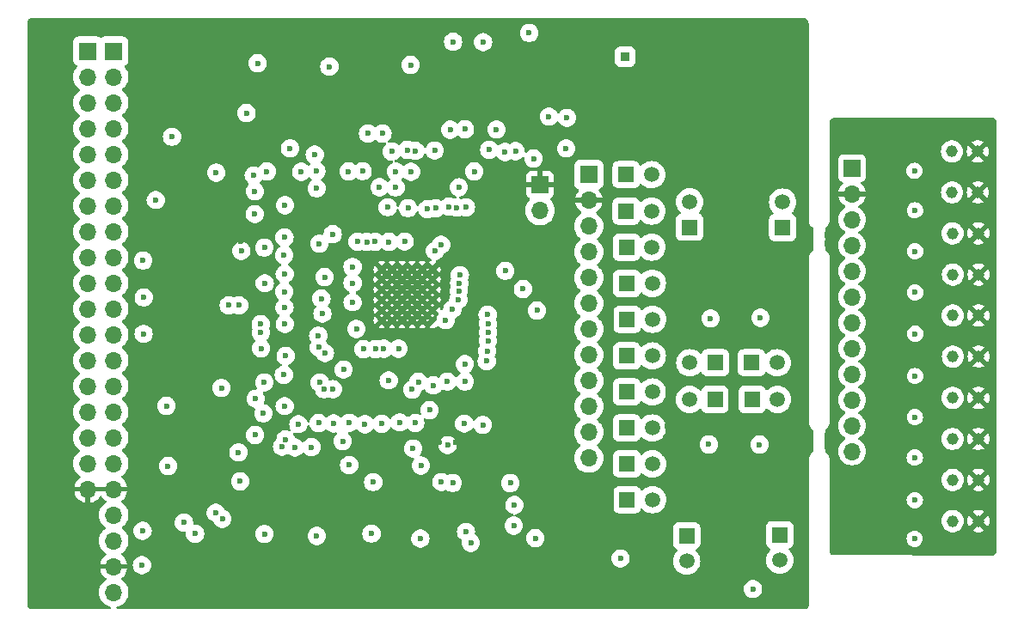
<source format=gbr>
%TF.GenerationSoftware,KiCad,Pcbnew,8.0.2*%
%TF.CreationDate,2024-12-22T13:37:01+01:00*%
%TF.ProjectId,FT25_AMS_Slave,46543235-5f41-44d5-935f-536c6176652e,rev?*%
%TF.SameCoordinates,Original*%
%TF.FileFunction,Copper,L3,Inr*%
%TF.FilePolarity,Positive*%
%FSLAX46Y46*%
G04 Gerber Fmt 4.6, Leading zero omitted, Abs format (unit mm)*
G04 Created by KiCad (PCBNEW 8.0.2) date 2024-12-22 13:37:01*
%MOMM*%
%LPD*%
G01*
G04 APERTURE LIST*
%TA.AperFunction,ComponentPad*%
%ADD10R,1.700000X1.700000*%
%TD*%
%TA.AperFunction,ComponentPad*%
%ADD11O,1.700000X1.700000*%
%TD*%
%TA.AperFunction,ComponentPad*%
%ADD12R,1.500000X1.500000*%
%TD*%
%TA.AperFunction,ComponentPad*%
%ADD13C,1.500000*%
%TD*%
%TA.AperFunction,ComponentPad*%
%ADD14C,1.173000*%
%TD*%
%TA.AperFunction,ComponentPad*%
%ADD15C,0.600000*%
%TD*%
%TA.AperFunction,ComponentPad*%
%ADD16R,0.850000X0.850000*%
%TD*%
%TA.AperFunction,ViaPad*%
%ADD17C,0.600000*%
%TD*%
G04 APERTURE END LIST*
D10*
%TO.N,VBUS*%
%TO.C,J1*%
X101047500Y-69805000D03*
D11*
%TO.N,/Cell 16*%
X101047500Y-72345000D03*
%TO.N,/Cell 15{slash}16*%
X101047500Y-74885000D03*
%TO.N,/Cell 15{slash}14*%
X101047500Y-77425000D03*
%TO.N,/Cell 14{slash}13*%
X101047500Y-79965000D03*
%TO.N,/Cell 13{slash}12*%
X101047500Y-82505000D03*
%TO.N,/Cell 12{slash}11*%
X101047500Y-85045000D03*
%TO.N,/Cell 11{slash}10*%
X101047500Y-87585000D03*
%TO.N,/Cell 10{slash}9*%
X101047500Y-90125000D03*
%TO.N,/Cell 9{slash}8*%
X101047500Y-92665000D03*
%TO.N,/Cell 8{slash}7*%
X101047500Y-95205000D03*
%TO.N,/Cell 7{slash}6*%
X101047500Y-97745000D03*
%TO.N,/Cell 6{slash}5*%
X101047500Y-100285000D03*
%TO.N,/Cell 5{slash}4*%
X101047500Y-102825000D03*
%TO.N,/Cell 4{slash}3*%
X101047500Y-105365000D03*
%TO.N,/Cell 3{slash}2*%
X101047500Y-107905000D03*
%TO.N,/Cell 2{slash}1*%
X101047500Y-110445000D03*
%TO.N,GND*%
X101047500Y-112985000D03*
%TO.N,/TMP_SCL*%
X101047500Y-115525000D03*
%TO.N,/TMP_SDA*%
X101047500Y-118065000D03*
%TO.N,GND*%
X101047500Y-120605000D03*
%TO.N,+5V*%
X101047500Y-123145000D03*
%TD*%
D12*
%TO.N,Net-(J5-Pin_9)*%
%TO.C,TP11*%
X151570000Y-103405000D03*
D13*
X154070000Y-103405000D03*
%TD*%
D12*
%TO.N,Net-(U1-IPB)*%
%TO.C,TP1*%
X160290000Y-100520000D03*
D13*
X157790000Y-100520000D03*
%TD*%
D12*
%TO.N,Net-(J5-Pin_11)*%
%TO.C,TP13*%
X151590000Y-110495000D03*
D13*
X154090000Y-110495000D03*
%TD*%
D12*
%TO.N,Net-(J5-Pin_5)*%
%TO.C,TP6*%
X151540000Y-89125000D03*
D13*
X154040000Y-89125000D03*
%TD*%
D14*
%TO.N,Net-(R85-Pad2)*%
%TO.C,TH1*%
X183595000Y-79690000D03*
%TO.N,GND1*%
X186135000Y-79690000D03*
%TD*%
%TO.N,Net-(R102-Pad2)*%
%TO.C,TH10*%
X183680000Y-99910000D03*
%TO.N,GND1*%
X186220000Y-99910000D03*
%TD*%
D12*
%TO.N,Net-(J5-Pin_8)*%
%TO.C,TP9*%
X151580000Y-99855000D03*
D13*
X154080000Y-99855000D03*
%TD*%
D14*
%TO.N,Net-(R87-Pad2)*%
%TO.C,TH3*%
X183660000Y-103980000D03*
%TO.N,GND1*%
X186200000Y-103980000D03*
%TD*%
%TO.N,Net-(R94-Pad2)*%
%TO.C,TH6*%
X183670000Y-95860000D03*
%TO.N,GND1*%
X186210000Y-95860000D03*
%TD*%
D15*
%TO.N,GND*%
%TO.C,U1*%
X132440000Y-91320000D03*
X131440000Y-91320000D03*
X130440000Y-91320000D03*
X129440000Y-91320000D03*
X128440000Y-91320000D03*
X127440000Y-91320000D03*
X132440000Y-92320000D03*
X131440000Y-92320000D03*
X130440000Y-92320000D03*
X129440000Y-92320000D03*
X128440000Y-92320000D03*
X127440000Y-92320000D03*
X132440000Y-93320000D03*
X131440000Y-93320000D03*
X130440000Y-93320000D03*
X129440000Y-93320000D03*
X128440000Y-93320000D03*
X127440000Y-93320000D03*
X132440000Y-94320000D03*
X131440000Y-94320000D03*
X130440000Y-94320000D03*
X129440000Y-94320000D03*
X128440000Y-94320000D03*
X127440000Y-94320000D03*
X132440000Y-95320000D03*
X131440000Y-95320000D03*
X130440000Y-95320000D03*
X129440000Y-95320000D03*
X128440000Y-95320000D03*
X127440000Y-95320000D03*
X132440000Y-96320000D03*
X131440000Y-96320000D03*
X130440000Y-96320000D03*
X129440000Y-96320000D03*
X128440000Y-96320000D03*
X127440000Y-96320000D03*
%TD*%
D12*
%TO.N,Net-(JP4-B)*%
%TO.C,TP18*%
X157460000Y-117560000D03*
D13*
X157460000Y-120060000D03*
%TD*%
D12*
%TO.N,Net-(U1-IMB)*%
%TO.C,TP2*%
X163870000Y-100520000D03*
D13*
X166370000Y-100520000D03*
%TD*%
D12*
%TO.N,Net-(U1-SCK(IPA))*%
%TO.C,TP4*%
X160250000Y-104140000D03*
D13*
X157750000Y-104140000D03*
%TD*%
D12*
%TO.N,Net-(J5-Pin_3)*%
%TO.C,TP10*%
X151510000Y-81985000D03*
D13*
X154010000Y-81985000D03*
%TD*%
D16*
%TO.N,VBUS*%
%TO.C,J4*%
X151410000Y-70340000D03*
%TD*%
D12*
%TO.N,Net-(J5-Pin_4)*%
%TO.C,TP8*%
X151510000Y-85565000D03*
D13*
X154010000Y-85565000D03*
%TD*%
D12*
%TO.N,Net-(JP2-B)*%
%TO.C,TP16*%
X166920000Y-87190000D03*
D13*
X166920000Y-84690000D03*
%TD*%
D10*
%TO.N,+5V_ref2*%
%TO.C,J5*%
X147830000Y-81970000D03*
D11*
%TO.N,GND*%
X147830000Y-84510000D03*
%TO.N,Net-(J5-Pin_3)*%
X147830000Y-87050000D03*
%TO.N,Net-(J5-Pin_4)*%
X147830000Y-89590000D03*
%TO.N,Net-(J5-Pin_5)*%
X147830000Y-92130000D03*
%TO.N,Net-(J5-Pin_6)*%
X147830000Y-94670000D03*
%TO.N,Net-(J5-Pin_7)*%
X147830000Y-97210000D03*
%TO.N,Net-(J5-Pin_8)*%
X147830000Y-99750000D03*
%TO.N,Net-(J5-Pin_9)*%
X147830000Y-102290000D03*
%TO.N,Net-(J5-Pin_10)*%
X147830000Y-104830000D03*
%TO.N,Net-(J5-Pin_11)*%
X147830000Y-107370000D03*
%TO.N,Net-(J5-Pin_12)*%
X147830000Y-109910000D03*
%TD*%
D10*
%TO.N,GND*%
%TO.C,J2*%
X143030000Y-82965000D03*
D11*
%TO.N,+5V*%
X143030000Y-85505000D03*
%TD*%
D14*
%TO.N,Net-(R100-Pad1)*%
%TO.C,TH8*%
X183650000Y-108030000D03*
%TO.N,GND1*%
X186190000Y-108030000D03*
%TD*%
%TO.N,Net-(R86-Pad2)*%
%TO.C,TH2*%
X183675000Y-91840000D03*
%TO.N,GND1*%
X186215000Y-91840000D03*
%TD*%
D10*
%TO.N,VBUS*%
%TO.C,J3*%
X98507500Y-69805000D03*
D11*
X98507500Y-72345000D03*
%TO.N,/C 15{slash}16*%
X98507500Y-74885000D03*
%TO.N,/C 15{slash}14*%
X98507500Y-77425000D03*
%TO.N,/C 14{slash}13*%
X98507500Y-79965000D03*
%TO.N,/C 13{slash}12*%
X98507500Y-82505000D03*
%TO.N,/C 12{slash}11*%
X98507500Y-85045000D03*
%TO.N,/C 11{slash}10*%
X98507500Y-87585000D03*
%TO.N,/C 10{slash}9*%
X98507500Y-90125000D03*
%TO.N,/C 9{slash}8*%
X98507500Y-92665000D03*
%TO.N,/C 8{slash}7*%
X98507500Y-95205000D03*
%TO.N,/C 7{slash}6*%
X98507500Y-97745000D03*
%TO.N,/C 6{slash}5*%
X98507500Y-100285000D03*
%TO.N,/C 5{slash}4*%
X98507500Y-102825000D03*
%TO.N,/C 4{slash}3*%
X98507500Y-105365000D03*
%TO.N,/C 3{slash}2*%
X98507500Y-107905000D03*
%TO.N,/C 2{slash}1*%
X98507500Y-110445000D03*
%TO.N,GND*%
X98507500Y-112985000D03*
%TD*%
D12*
%TO.N,Net-(JP3-B)*%
%TO.C,TP17*%
X166630000Y-117470000D03*
D13*
X166630000Y-119970000D03*
%TD*%
D12*
%TO.N,Net-(J5-Pin_12)*%
%TO.C,TP14*%
X151610000Y-114015000D03*
D13*
X154110000Y-114015000D03*
%TD*%
D12*
%TO.N,Net-(J5-Pin_10)*%
%TO.C,TP12*%
X151570000Y-106955000D03*
D13*
X154070000Y-106955000D03*
%TD*%
D12*
%TO.N,Net-(J5-Pin_7)*%
%TO.C,TP7*%
X151610000Y-96235000D03*
D13*
X154110000Y-96235000D03*
%TD*%
D14*
%TO.N,Net-(R93-Pad2)*%
%TO.C,TH5*%
X183605000Y-83730000D03*
%TO.N,GND1*%
X186145000Y-83730000D03*
%TD*%
%TO.N,Net-(R88-Pad2)*%
%TO.C,TH4*%
X183660000Y-112080000D03*
%TO.N,GND1*%
X186200000Y-112080000D03*
%TD*%
%TO.N,Net-(R101-Pad2)*%
%TO.C,TH9*%
X183655000Y-87770000D03*
%TO.N,GND1*%
X186195000Y-87770000D03*
%TD*%
D12*
%TO.N,Net-(J5-Pin_6)*%
%TO.C,TP5*%
X151580000Y-92685000D03*
D13*
X154080000Y-92685000D03*
%TD*%
D12*
%TO.N,Net-(U1-CSB(IMA))*%
%TO.C,TP3*%
X163920000Y-104130000D03*
D13*
X166420000Y-104130000D03*
%TD*%
D12*
%TO.N,Net-(JP1-B)*%
%TO.C,TP15*%
X157770000Y-87160000D03*
D13*
X157770000Y-84660000D03*
%TD*%
D14*
%TO.N,Net-(R95-Pad2)*%
%TO.C,TH7*%
X183660000Y-116130000D03*
%TO.N,GND1*%
X186200000Y-116130000D03*
%TD*%
D10*
%TO.N,+5V_NTC*%
%TO.C,J16*%
X173745000Y-81330000D03*
D11*
%TO.N,GND1*%
X173745000Y-83870000D03*
%TO.N,/NTC/V_out_1*%
X173745000Y-86410000D03*
%TO.N,/NTC/V_out_2*%
X173745000Y-88950000D03*
%TO.N,/NTC/V_out_3*%
X173745000Y-91490000D03*
%TO.N,/NTC/V_out_4*%
X173745000Y-94030000D03*
%TO.N,/NTC/V_out_5*%
X173745000Y-96570000D03*
%TO.N,/NTC/V_out_6*%
X173745000Y-99110000D03*
%TO.N,/NTC/V_out_7*%
X173745000Y-101650000D03*
%TO.N,/NTC/V_out_8*%
X173745000Y-104190000D03*
%TO.N,/NTC/V_out_9*%
X173745000Y-106730000D03*
%TO.N,/NTC/V_out_10*%
X173745000Y-109270000D03*
%TD*%
D17*
%TO.N,/FilterBalancingNetwork/CB:A*%
X140630000Y-79660000D03*
X135730000Y-85200000D03*
%TO.N,/Cell 15{slash}16*%
X134838218Y-85216521D03*
X138732485Y-77536379D03*
X136542606Y-81661094D03*
%TO.N,/S16P*%
X138030000Y-79530000D03*
X134041845Y-85140400D03*
X135032500Y-83232500D03*
%TO.N,/Cell 15{slash}14*%
X130290000Y-71160000D03*
X132655000Y-79600000D03*
X132758691Y-85285001D03*
%TO.N,/S15P*%
X135631250Y-77498750D03*
X130330000Y-81700000D03*
X131939265Y-85379265D03*
%TO.N,/FilterBalancingNetwork1/CB:A*%
X128800000Y-83250000D03*
X130754806Y-79631034D03*
%TO.N,/Cell 14{slash}13*%
X130030000Y-85280000D03*
X128830000Y-81680000D03*
X128430000Y-79700000D03*
X122280000Y-71330000D03*
X126090000Y-77920000D03*
%TO.N,/S14P*%
X134188495Y-77551736D03*
X127213668Y-83230000D03*
X129960000Y-79540000D03*
X129710000Y-88570000D03*
%TO.N,/Cell 13{slash}12*%
X114130000Y-75910000D03*
X128030000Y-85190000D03*
X125560000Y-81640000D03*
X115220000Y-71000000D03*
X120845374Y-80006073D03*
%TO.N,/S13P*%
X124180000Y-81660000D03*
X128160000Y-88610000D03*
X127510000Y-77920000D03*
%TO.N,/FilterBalancingNetwork2/CB:A*%
X121030000Y-83330000D03*
X118400000Y-79390000D03*
%TO.N,/Cell 12{slash}11*%
X106790000Y-78250000D03*
X126779987Y-88594969D03*
X121005000Y-81615000D03*
%TO.N,/S12P*%
X125980000Y-88600000D03*
X119500000Y-81690000D03*
%TO.N,/S11P*%
X122613096Y-87844430D03*
X117904620Y-84995380D03*
X114840000Y-82050000D03*
%TO.N,/Cell 11{slash}10*%
X105190000Y-84480000D03*
X111140000Y-81790000D03*
X125060000Y-88590000D03*
X116110000Y-81670000D03*
%TO.N,/S10P*%
X114940000Y-83630000D03*
X124570000Y-91070000D03*
X117830000Y-89925000D03*
%TO.N,/Cell 10{slash}9*%
X121300000Y-88790000D03*
X113620000Y-89500000D03*
X117860000Y-88170000D03*
X115890000Y-89170000D03*
%TO.N,/S9P*%
X113390000Y-94860000D03*
X117850000Y-93520000D03*
X114930000Y-85865000D03*
X124570000Y-92680000D03*
%TO.N,/Cell 9{slash}8*%
X115920000Y-92690000D03*
X121820196Y-92071228D03*
X112380000Y-94860000D03*
X117890000Y-91770000D03*
%TO.N,/S8P*%
X115520000Y-96720000D03*
X117893137Y-96698432D03*
X124570000Y-94550000D03*
%TO.N,/Cell 8{slash}7*%
X106240000Y-104770000D03*
X111659891Y-103007471D03*
X117860000Y-95060000D03*
X121500000Y-94200000D03*
X115534265Y-97554265D03*
%TO.N,/Cell 7{slash}6*%
X115879265Y-102459265D03*
X106400000Y-110710000D03*
X121601906Y-95687329D03*
X113320000Y-109360000D03*
X115560000Y-99100000D03*
%TO.N,/S7P*%
X124950000Y-97200000D03*
X115020000Y-104070000D03*
X117975000Y-99845000D03*
%TO.N,/FilterBalancingNetwork5/CB*%
X117800000Y-101720000D03*
X121191522Y-97846765D03*
%TO.N,/FilterBalancingNetwork5/CA*%
X121337172Y-102475590D03*
X119228478Y-106574016D03*
%TO.N,/S6P*%
X121850000Y-99570000D03*
X114970000Y-107640000D03*
X117877500Y-104797500D03*
%TO.N,/Cell 6{slash}5*%
X115890000Y-117400000D03*
X113500000Y-112207499D03*
X121250000Y-98991313D03*
X115780000Y-105510000D03*
%TO.N,/Cell 5{slash}4*%
X121040000Y-117590000D03*
X121780387Y-103141596D03*
X123690000Y-101190000D03*
X117970000Y-108080000D03*
%TO.N,/S5P*%
X125640000Y-99180000D03*
X122640256Y-103130256D03*
X117624475Y-108801537D03*
%TO.N,/FilterBalancingNetwork6/CB:A*%
X120510000Y-108840000D03*
X122710000Y-106500000D03*
%TO.N,/S4P*%
X124230000Y-110610000D03*
X118880000Y-108870000D03*
X124260000Y-106440000D03*
X127630000Y-99130000D03*
%TO.N,/Cell 4{slash}3*%
X121220000Y-106460000D03*
X126810000Y-99170000D03*
X123600000Y-108260000D03*
X126600000Y-112290000D03*
X126430000Y-117370000D03*
%TO.N,/S3P*%
X129100000Y-99140000D03*
X131293327Y-110664639D03*
X127450000Y-106540000D03*
%TO.N,/FilterBalancingNetwork7/CB:A*%
X130524265Y-108975735D03*
X129220000Y-106400000D03*
%TO.N,/S2P*%
X131240000Y-117840000D03*
X131050000Y-102408527D03*
X132150000Y-105190000D03*
X134440000Y-112370000D03*
X133940000Y-108640000D03*
%TO.N,GND*%
X146880000Y-72450000D03*
X155510000Y-94370000D03*
X160680000Y-69380000D03*
X135640000Y-70750000D03*
X124430000Y-78080000D03*
X109000000Y-122000000D03*
X162000000Y-117500000D03*
X162500000Y-67500000D03*
X144080000Y-119110000D03*
X152890000Y-94370000D03*
X156690000Y-107890000D03*
X145090000Y-90740000D03*
X143090000Y-109860000D03*
X157000000Y-67500000D03*
X121270000Y-78060000D03*
X148000000Y-112500000D03*
X96500000Y-115500000D03*
X103500000Y-73500000D03*
X142000000Y-107000000D03*
X98500000Y-119500000D03*
X164000000Y-69500000D03*
X133920000Y-79110000D03*
X93500000Y-70500000D03*
X145190000Y-85720000D03*
X166500000Y-67500000D03*
X162810000Y-79040000D03*
X168620000Y-73810000D03*
X166550000Y-77480000D03*
X130860000Y-120670000D03*
X113670000Y-91760000D03*
X151970000Y-117720000D03*
X142990000Y-123990000D03*
X156840000Y-93850000D03*
X153080000Y-112250000D03*
X162050000Y-103090000D03*
X95500000Y-70500000D03*
X152840000Y-83680000D03*
X130500000Y-98000000D03*
X167500000Y-96500000D03*
X98000000Y-67500000D03*
X147870000Y-72090000D03*
X131860735Y-108839265D03*
X123500000Y-85500000D03*
X133080000Y-108350000D03*
X146020000Y-120720000D03*
X140404125Y-84975000D03*
X116200000Y-120540000D03*
X168000000Y-95000000D03*
X93500000Y-67500000D03*
X113000000Y-122000000D03*
X96150000Y-113100000D03*
X106000000Y-68500000D03*
X154000000Y-116500000D03*
X155660000Y-103240000D03*
X135130000Y-98540000D03*
X105000000Y-124000000D03*
X165470000Y-94130000D03*
X103500000Y-71000000D03*
X169000000Y-112500000D03*
X126490000Y-110240000D03*
X151000000Y-67500000D03*
X109000000Y-124000000D03*
X96500000Y-120500000D03*
X103500000Y-114000000D03*
X155510000Y-106760000D03*
X122500000Y-124000000D03*
X140410000Y-117830000D03*
X127500000Y-122000000D03*
X98500000Y-117000000D03*
X154000000Y-124070000D03*
X168620000Y-75660000D03*
X155360000Y-112700000D03*
X162000000Y-100560000D03*
X98500000Y-122500000D03*
X156970000Y-110790000D03*
X95500000Y-69000000D03*
X144400000Y-80710000D03*
X155410000Y-98040000D03*
X154000000Y-119000000D03*
X147610000Y-79590000D03*
X105500000Y-76500000D03*
X167280000Y-93920000D03*
X168020000Y-99060000D03*
X94000000Y-120500000D03*
X93500000Y-69000000D03*
X121330000Y-120510000D03*
X169020000Y-81400000D03*
X95500000Y-67500000D03*
X140000000Y-124000000D03*
X169000000Y-97500000D03*
X126110000Y-120570000D03*
X144380000Y-94880000D03*
X123910000Y-70720000D03*
X155980000Y-98990000D03*
X94000000Y-118000000D03*
X155760000Y-90710000D03*
X167275000Y-110915000D03*
X107000000Y-70000000D03*
X133500000Y-122000000D03*
X135820000Y-105370000D03*
X134740000Y-108360000D03*
X135110000Y-97770000D03*
X108480000Y-119780000D03*
X127500000Y-124000000D03*
X169170000Y-88170000D03*
X96500000Y-123500000D03*
X106150000Y-85440000D03*
X168400000Y-106670000D03*
X155710000Y-87390000D03*
X113580000Y-88560000D03*
X148500000Y-123500000D03*
X150000000Y-121000000D03*
X113000000Y-124000000D03*
X155260000Y-109480000D03*
X168500000Y-124000000D03*
X169000000Y-102000000D03*
X153040000Y-97990000D03*
X139720000Y-106670000D03*
X105000000Y-72000000D03*
X153080000Y-90960000D03*
X94030000Y-112040000D03*
X136940000Y-121970000D03*
X94000000Y-123500000D03*
X115190000Y-100690000D03*
X160000000Y-67500000D03*
X103500000Y-68500000D03*
X155460000Y-83730000D03*
X117500000Y-124000000D03*
X132160000Y-99170000D03*
X162500000Y-87000000D03*
X117500000Y-122000000D03*
X169000000Y-118500000D03*
X154000000Y-67500000D03*
X166550000Y-75660000D03*
X106190000Y-98670000D03*
X142000000Y-104500000D03*
X166530000Y-73830000D03*
X152500000Y-76000000D03*
X150500000Y-76000000D03*
X108500000Y-73500000D03*
X100000000Y-67500000D03*
X145460000Y-97550000D03*
X167500000Y-122500000D03*
X148000000Y-115500000D03*
X156350000Y-124070000D03*
X169000000Y-91500000D03*
X133500000Y-124000000D03*
X106150000Y-92620000D03*
X106040000Y-118620000D03*
X139620000Y-101780000D03*
X126770000Y-97830000D03*
X94000000Y-115500000D03*
X143880000Y-96410000D03*
X146500000Y-122500000D03*
X143880000Y-78320000D03*
X135110000Y-96345786D03*
X122500000Y-122000000D03*
X153080000Y-87440000D03*
X168600000Y-77430000D03*
X96500000Y-118000000D03*
X158530000Y-94110000D03*
X143670000Y-103830000D03*
%TO.N,/S1P*%
X135560000Y-106520000D03*
X132510000Y-102750000D03*
%TO.N,Net-(U1-DRIVE)*%
X133723622Y-96310000D03*
X145680000Y-76380000D03*
%TO.N,+5V*%
X145600000Y-79400000D03*
X134390000Y-95260000D03*
X139610000Y-91460000D03*
X142570000Y-117810000D03*
X135630000Y-100660000D03*
X137390000Y-106650000D03*
%TO.N,Net-(U1-IPB)*%
X137918235Y-97531765D03*
%TO.N,Net-(U1-CSB(IMA))*%
X133900000Y-102380000D03*
%TO.N,Net-(U1-IMB)*%
X137910000Y-98360000D03*
%TO.N,Net-(U1-SCK(IPA))*%
X135630000Y-102380000D03*
%TO.N,Net-(C11-Pad2)*%
X159820000Y-96160000D03*
X164730000Y-96090000D03*
%TO.N,Net-(C12-Pad2)*%
X164640000Y-108580000D03*
X159650000Y-108570000D03*
%TO.N,Clamp*%
X103990000Y-97680000D03*
X134470000Y-68880000D03*
X104010000Y-94080000D03*
X137420000Y-68920000D03*
X103940000Y-90440000D03*
%TO.N,VBUS*%
X142390000Y-80400000D03*
%TO.N,Net-(J5-Pin_8)*%
X141344265Y-93254265D03*
%TO.N,/TMP_SDA*%
X133290000Y-88900000D03*
X103890000Y-117090000D03*
X107960050Y-116279950D03*
X111090000Y-115310000D03*
%TO.N,/TMP_SCL*%
X111740000Y-115920000D03*
X109060051Y-117379951D03*
X103830000Y-120470000D03*
X132680000Y-89500000D03*
%TO.N,Net-(U1-GPIO7)*%
X135132841Y-91881808D03*
X137870000Y-95790000D03*
%TO.N,Net-(U1-GPIO8)*%
X135075433Y-92679748D03*
X137901700Y-96670229D03*
%TO.N,Net-(U1-GPIO9)*%
X135021073Y-93477902D03*
X137820000Y-99370000D03*
%TO.N,Net-(U1-GPIO10)*%
X134988696Y-94294055D03*
X137780000Y-100360000D03*
%TO.N,GND1*%
X177400000Y-100540000D03*
X177410000Y-96520000D03*
X177370000Y-104770000D03*
X172500000Y-77000000D03*
X177480000Y-84380000D03*
X177530000Y-112760000D03*
X175000000Y-114000000D03*
X175500000Y-77000000D03*
X176000000Y-104000000D03*
X175000000Y-116000000D03*
X174000000Y-78500000D03*
X178500000Y-77000000D03*
X185000000Y-77000000D03*
X175000000Y-118000000D03*
X176000000Y-111000000D03*
X177420000Y-88380000D03*
X172500000Y-112000000D03*
X176000000Y-107500000D03*
X176000000Y-100500000D03*
X177480000Y-80620000D03*
X172500000Y-116000000D03*
X172500000Y-114000000D03*
X172500000Y-118000000D03*
X176000000Y-97000000D03*
X185500000Y-119000000D03*
X181500000Y-77000000D03*
X177000000Y-78500000D03*
X187500000Y-119000000D03*
X182500000Y-119000000D03*
X177330000Y-116800000D03*
X176500000Y-93500000D03*
X177440000Y-108595000D03*
X177000000Y-119000000D03*
X177430000Y-92390000D03*
X176500000Y-90000000D03*
%TO.N,+5V_NTC*%
X179965000Y-93590000D03*
X179935000Y-109860000D03*
X179955000Y-101840000D03*
X179945000Y-105880000D03*
X179975000Y-97660000D03*
X179935000Y-114070000D03*
X179925000Y-117880000D03*
X179895000Y-81610000D03*
X179955000Y-85500000D03*
X179955000Y-89530000D03*
%TO.N,/Cell 3{slash}2*%
X135740000Y-117190000D03*
X125780000Y-106590000D03*
X128124485Y-102254485D03*
X133302500Y-112280000D03*
%TO.N,/Cell 2{slash}1*%
X140500000Y-114545000D03*
X140104265Y-112375735D03*
X140440000Y-116580000D03*
X130740000Y-106460000D03*
X130440000Y-103160000D03*
X136210000Y-118280000D03*
%TO.N,/Cell 16*%
X143890000Y-76260000D03*
X141950000Y-68010000D03*
X139570000Y-79750000D03*
%TO.N,+5V_ref2*%
X142730000Y-95370000D03*
%TO.N,Net-(J11-Pin_3)*%
X164000000Y-122830000D03*
X150960000Y-119810000D03*
%TD*%
%TA.AperFunction,Conductor*%
%TO.N,GND1*%
G36*
X187471841Y-76390497D02*
G01*
X187488283Y-76392293D01*
X187488289Y-76392230D01*
X187496384Y-76392932D01*
X187496387Y-76392931D01*
X187496388Y-76392932D01*
X187548362Y-76390621D01*
X187553868Y-76390500D01*
X187561858Y-76390500D01*
X187573254Y-76391025D01*
X187593916Y-76392932D01*
X187656237Y-76398684D01*
X187689088Y-76406322D01*
X187761002Y-76433793D01*
X187761395Y-76433944D01*
X187790975Y-76450155D01*
X187853159Y-76496238D01*
X187877275Y-76519820D01*
X187924739Y-76580955D01*
X187941609Y-76610165D01*
X187970842Y-76681833D01*
X187979215Y-76714506D01*
X187989061Y-76800167D01*
X187989842Y-76817053D01*
X187988585Y-76874187D01*
X187989161Y-76879455D01*
X187989894Y-76892951D01*
X187979516Y-119001803D01*
X187977716Y-119018285D01*
X187977770Y-119018290D01*
X187977068Y-119026386D01*
X187979374Y-119078302D01*
X187979496Y-119083835D01*
X187979494Y-119091937D01*
X187978969Y-119103302D01*
X187971315Y-119186236D01*
X187963676Y-119219090D01*
X187936055Y-119291395D01*
X187919844Y-119320975D01*
X187873761Y-119383159D01*
X187850179Y-119407275D01*
X187789044Y-119454739D01*
X187759834Y-119471609D01*
X187688166Y-119500842D01*
X187655492Y-119509215D01*
X187569828Y-119519061D01*
X187552943Y-119519842D01*
X187495805Y-119518585D01*
X187491671Y-119519037D01*
X187477968Y-119519770D01*
X172048512Y-119489632D01*
X172031200Y-119487725D01*
X172023610Y-119487067D01*
X171972248Y-119489350D01*
X171966498Y-119489472D01*
X171957414Y-119489454D01*
X171946264Y-119488929D01*
X171863763Y-119481315D01*
X171830909Y-119473676D01*
X171758604Y-119446055D01*
X171729024Y-119429844D01*
X171666840Y-119383761D01*
X171642724Y-119360179D01*
X171595260Y-119299044D01*
X171578390Y-119269834D01*
X171549157Y-119198166D01*
X171540784Y-119165494D01*
X171530936Y-119079819D01*
X171530156Y-119062954D01*
X171531414Y-119005812D01*
X171531412Y-119005805D01*
X171530704Y-118999323D01*
X171529968Y-118986030D01*
X171528225Y-117879996D01*
X179119435Y-117879996D01*
X179119435Y-117880003D01*
X179139630Y-118059249D01*
X179139631Y-118059254D01*
X179199211Y-118229523D01*
X179295184Y-118382262D01*
X179422738Y-118509816D01*
X179575478Y-118605789D01*
X179745745Y-118665368D01*
X179745750Y-118665369D01*
X179924996Y-118685565D01*
X179925000Y-118685565D01*
X179925004Y-118685565D01*
X180104249Y-118665369D01*
X180104252Y-118665368D01*
X180104255Y-118665368D01*
X180274522Y-118605789D01*
X180427262Y-118509816D01*
X180554816Y-118382262D01*
X180650789Y-118229522D01*
X180710368Y-118059255D01*
X180730565Y-117880000D01*
X180710368Y-117700745D01*
X180650789Y-117530478D01*
X180554816Y-117377738D01*
X180427262Y-117250184D01*
X180374450Y-117217000D01*
X180274523Y-117154211D01*
X180104254Y-117094631D01*
X180104249Y-117094630D01*
X179925004Y-117074435D01*
X179924996Y-117074435D01*
X179745750Y-117094630D01*
X179745745Y-117094631D01*
X179575476Y-117154211D01*
X179422737Y-117250184D01*
X179295184Y-117377737D01*
X179199211Y-117530476D01*
X179139631Y-117700745D01*
X179139630Y-117700750D01*
X179119435Y-117879996D01*
X171528225Y-117879996D01*
X171527180Y-117217000D01*
X171525467Y-116130000D01*
X182568343Y-116130000D01*
X182586930Y-116330588D01*
X182642060Y-116524354D01*
X182731851Y-116704677D01*
X182731856Y-116704685D01*
X182772876Y-116759003D01*
X182853256Y-116865445D01*
X183002130Y-117001161D01*
X183002135Y-117001164D01*
X183002138Y-117001166D01*
X183173403Y-117107209D01*
X183173409Y-117107212D01*
X183210976Y-117121765D01*
X183361254Y-117179984D01*
X183559275Y-117217000D01*
X183559278Y-117217000D01*
X183760722Y-117217000D01*
X183760725Y-117217000D01*
X183958746Y-117179984D01*
X184146593Y-117107211D01*
X184231833Y-117054433D01*
X185629119Y-117054433D01*
X185629119Y-117054434D01*
X185713626Y-117106760D01*
X185713630Y-117106762D01*
X185901388Y-117179499D01*
X186099324Y-117216500D01*
X186300676Y-117216500D01*
X186498616Y-117179498D01*
X186686366Y-117106763D01*
X186686372Y-117106760D01*
X186770880Y-117054434D01*
X186770880Y-117054433D01*
X186200001Y-116483553D01*
X186200000Y-116483553D01*
X185629119Y-117054433D01*
X184231833Y-117054433D01*
X184317870Y-117001161D01*
X184466744Y-116865445D01*
X184588145Y-116704683D01*
X184677940Y-116524352D01*
X184733069Y-116330591D01*
X184751657Y-116130000D01*
X184751657Y-116129999D01*
X185108845Y-116129999D01*
X185108845Y-116130000D01*
X185127423Y-116330494D01*
X185182529Y-116524174D01*
X185272196Y-116704249D01*
X185846446Y-116130000D01*
X185846446Y-116129999D01*
X185804318Y-116087871D01*
X185880000Y-116087871D01*
X185880000Y-116172129D01*
X185901808Y-116253515D01*
X185943936Y-116326484D01*
X186003516Y-116386064D01*
X186076485Y-116428192D01*
X186157871Y-116450000D01*
X186242129Y-116450000D01*
X186323515Y-116428192D01*
X186396484Y-116386064D01*
X186456064Y-116326484D01*
X186498192Y-116253515D01*
X186520000Y-116172129D01*
X186520000Y-116130000D01*
X186553553Y-116130000D01*
X187127802Y-116704248D01*
X187127803Y-116704248D01*
X187217470Y-116524174D01*
X187272576Y-116330494D01*
X187291155Y-116130000D01*
X187291155Y-116129999D01*
X187272576Y-115929505D01*
X187217470Y-115735825D01*
X187127803Y-115555749D01*
X186553553Y-116130000D01*
X186520000Y-116130000D01*
X186520000Y-116087871D01*
X186498192Y-116006485D01*
X186456064Y-115933516D01*
X186396484Y-115873936D01*
X186323515Y-115831808D01*
X186242129Y-115810000D01*
X186157871Y-115810000D01*
X186076485Y-115831808D01*
X186003516Y-115873936D01*
X185943936Y-115933516D01*
X185901808Y-116006485D01*
X185880000Y-116087871D01*
X185804318Y-116087871D01*
X185272196Y-115555749D01*
X185272195Y-115555749D01*
X185182531Y-115735820D01*
X185182527Y-115735830D01*
X185127423Y-115929505D01*
X185108845Y-116129999D01*
X184751657Y-116129999D01*
X184733069Y-115929409D01*
X184677940Y-115735648D01*
X184677939Y-115735645D01*
X184588148Y-115555322D01*
X184588143Y-115555314D01*
X184566803Y-115527056D01*
X184466744Y-115394555D01*
X184317870Y-115258839D01*
X184317864Y-115258835D01*
X184317861Y-115258833D01*
X184231830Y-115205565D01*
X185629118Y-115205565D01*
X186200000Y-115776446D01*
X186200001Y-115776446D01*
X186770880Y-115205565D01*
X186770879Y-115205564D01*
X186686370Y-115153238D01*
X186686369Y-115153237D01*
X186498611Y-115080500D01*
X186300676Y-115043500D01*
X186099324Y-115043500D01*
X185901388Y-115080500D01*
X185713632Y-115153236D01*
X185713631Y-115153237D01*
X185629118Y-115205565D01*
X184231830Y-115205565D01*
X184146596Y-115152790D01*
X184146590Y-115152787D01*
X183959995Y-115080500D01*
X183958746Y-115080016D01*
X183760725Y-115043000D01*
X183559275Y-115043000D01*
X183361254Y-115080016D01*
X183361247Y-115080018D01*
X183361246Y-115080019D01*
X183173409Y-115152787D01*
X183173403Y-115152790D01*
X183002138Y-115258833D01*
X183002135Y-115258835D01*
X183002131Y-115258837D01*
X183002130Y-115258839D01*
X182873611Y-115375998D01*
X182853257Y-115394554D01*
X182731856Y-115555314D01*
X182731851Y-115555322D01*
X182642060Y-115735645D01*
X182586930Y-115929411D01*
X182568343Y-116130000D01*
X171525467Y-116130000D01*
X171522221Y-114069996D01*
X179129435Y-114069996D01*
X179129435Y-114070003D01*
X179149630Y-114249249D01*
X179149631Y-114249254D01*
X179209211Y-114419523D01*
X179305184Y-114572262D01*
X179432738Y-114699816D01*
X179585478Y-114795789D01*
X179755745Y-114855368D01*
X179755750Y-114855369D01*
X179934996Y-114875565D01*
X179935000Y-114875565D01*
X179935004Y-114875565D01*
X180114249Y-114855369D01*
X180114252Y-114855368D01*
X180114255Y-114855368D01*
X180284522Y-114795789D01*
X180437262Y-114699816D01*
X180564816Y-114572262D01*
X180660789Y-114419522D01*
X180720368Y-114249255D01*
X180740565Y-114070000D01*
X180720368Y-113890745D01*
X180660789Y-113720478D01*
X180564816Y-113567738D01*
X180437262Y-113440184D01*
X180284523Y-113344211D01*
X180114254Y-113284631D01*
X180114249Y-113284630D01*
X179935004Y-113264435D01*
X179934996Y-113264435D01*
X179755750Y-113284630D01*
X179755745Y-113284631D01*
X179585476Y-113344211D01*
X179432737Y-113440184D01*
X179305184Y-113567737D01*
X179209211Y-113720476D01*
X179149631Y-113890745D01*
X179149630Y-113890750D01*
X179129435Y-114069996D01*
X171522221Y-114069996D01*
X171519085Y-112080000D01*
X182568343Y-112080000D01*
X182586930Y-112280588D01*
X182642060Y-112474354D01*
X182731851Y-112654677D01*
X182731856Y-112654685D01*
X182772876Y-112709003D01*
X182853256Y-112815445D01*
X183002130Y-112951161D01*
X183002135Y-112951164D01*
X183002138Y-112951166D01*
X183173403Y-113057209D01*
X183173409Y-113057212D01*
X183210976Y-113071765D01*
X183361254Y-113129984D01*
X183559275Y-113167000D01*
X183559278Y-113167000D01*
X183760722Y-113167000D01*
X183760725Y-113167000D01*
X183958746Y-113129984D01*
X184146593Y-113057211D01*
X184231833Y-113004433D01*
X185629119Y-113004433D01*
X185629119Y-113004434D01*
X185713626Y-113056760D01*
X185713630Y-113056762D01*
X185901388Y-113129499D01*
X186099324Y-113166500D01*
X186300676Y-113166500D01*
X186498616Y-113129498D01*
X186686366Y-113056763D01*
X186686372Y-113056760D01*
X186770880Y-113004434D01*
X186770880Y-113004433D01*
X186200001Y-112433553D01*
X186200000Y-112433553D01*
X185629119Y-113004433D01*
X184231833Y-113004433D01*
X184317870Y-112951161D01*
X184466744Y-112815445D01*
X184588145Y-112654683D01*
X184677940Y-112474352D01*
X184733069Y-112280591D01*
X184751657Y-112080000D01*
X184751657Y-112079999D01*
X185108845Y-112079999D01*
X185108845Y-112080000D01*
X185127423Y-112280494D01*
X185182529Y-112474174D01*
X185272196Y-112654249D01*
X185846446Y-112080000D01*
X185846446Y-112079999D01*
X185804318Y-112037871D01*
X185880000Y-112037871D01*
X185880000Y-112122129D01*
X185901808Y-112203515D01*
X185943936Y-112276484D01*
X186003516Y-112336064D01*
X186076485Y-112378192D01*
X186157871Y-112400000D01*
X186242129Y-112400000D01*
X186323515Y-112378192D01*
X186396484Y-112336064D01*
X186456064Y-112276484D01*
X186498192Y-112203515D01*
X186520000Y-112122129D01*
X186520000Y-112080000D01*
X186553553Y-112080000D01*
X187127802Y-112654248D01*
X187127803Y-112654248D01*
X187217470Y-112474174D01*
X187272576Y-112280494D01*
X187291155Y-112080000D01*
X187291155Y-112079999D01*
X187272576Y-111879505D01*
X187217470Y-111685825D01*
X187127803Y-111505749D01*
X186553553Y-112080000D01*
X186520000Y-112080000D01*
X186520000Y-112037871D01*
X186498192Y-111956485D01*
X186456064Y-111883516D01*
X186396484Y-111823936D01*
X186323515Y-111781808D01*
X186242129Y-111760000D01*
X186157871Y-111760000D01*
X186076485Y-111781808D01*
X186003516Y-111823936D01*
X185943936Y-111883516D01*
X185901808Y-111956485D01*
X185880000Y-112037871D01*
X185804318Y-112037871D01*
X185272196Y-111505749D01*
X185272195Y-111505749D01*
X185182531Y-111685820D01*
X185182527Y-111685830D01*
X185127423Y-111879505D01*
X185108845Y-112079999D01*
X184751657Y-112079999D01*
X184733069Y-111879409D01*
X184677940Y-111685648D01*
X184677939Y-111685645D01*
X184588148Y-111505322D01*
X184588143Y-111505314D01*
X184566803Y-111477056D01*
X184466744Y-111344555D01*
X184317870Y-111208839D01*
X184317864Y-111208835D01*
X184317861Y-111208833D01*
X184231830Y-111155565D01*
X185629118Y-111155565D01*
X186200000Y-111726446D01*
X186200001Y-111726446D01*
X186770880Y-111155565D01*
X186770879Y-111155564D01*
X186686370Y-111103238D01*
X186686369Y-111103237D01*
X186498611Y-111030500D01*
X186300676Y-110993500D01*
X186099324Y-110993500D01*
X185901388Y-111030500D01*
X185713632Y-111103236D01*
X185713631Y-111103237D01*
X185629118Y-111155565D01*
X184231830Y-111155565D01*
X184146596Y-111102790D01*
X184146590Y-111102787D01*
X183959995Y-111030500D01*
X183958746Y-111030016D01*
X183760725Y-110993000D01*
X183559275Y-110993000D01*
X183361254Y-111030016D01*
X183361247Y-111030018D01*
X183361246Y-111030019D01*
X183173409Y-111102787D01*
X183173403Y-111102790D01*
X183002138Y-111208833D01*
X183002135Y-111208835D01*
X183002131Y-111208837D01*
X183002130Y-111208839D01*
X182873611Y-111325998D01*
X182853257Y-111344554D01*
X182731856Y-111505314D01*
X182731851Y-111505322D01*
X182642060Y-111685645D01*
X182586930Y-111879411D01*
X182568343Y-112080000D01*
X171519085Y-112080000D01*
X171515871Y-110040450D01*
X171517778Y-110018599D01*
X171519599Y-110008340D01*
X171516201Y-109969014D01*
X171515742Y-109958570D01*
X171515681Y-109919092D01*
X171512968Y-109909031D01*
X171509152Y-109887416D01*
X171508256Y-109877047D01*
X171508256Y-109877045D01*
X171508256Y-109877044D01*
X171494798Y-109839948D01*
X171491646Y-109829958D01*
X171489982Y-109823785D01*
X171481372Y-109791852D01*
X171476025Y-109782624D01*
X171466715Y-109762650D01*
X171456227Y-109733664D01*
X171452685Y-109723874D01*
X171353427Y-109557078D01*
X171224627Y-109411877D01*
X171154343Y-109357737D01*
X171148829Y-109353489D01*
X171107732Y-109296984D01*
X171100500Y-109255255D01*
X171100500Y-109117527D01*
X171100500Y-109117525D01*
X171062984Y-108977515D01*
X171036612Y-108931837D01*
X171020000Y-108869838D01*
X171020000Y-108485520D01*
X171036614Y-108423518D01*
X171042984Y-108412485D01*
X171080500Y-108272475D01*
X171080500Y-108127525D01*
X171042984Y-107987515D01*
X171036611Y-107976476D01*
X171020000Y-107914479D01*
X171020000Y-107647481D01*
X171036612Y-107585482D01*
X171072984Y-107522485D01*
X171110500Y-107382475D01*
X171110500Y-107237525D01*
X171110500Y-107229397D01*
X171111848Y-107229397D01*
X171121299Y-107168769D01*
X171161264Y-107122186D01*
X171160835Y-107121660D01*
X171163772Y-107119263D01*
X171164190Y-107118776D01*
X171165223Y-107118081D01*
X171296623Y-106989252D01*
X171402451Y-106838709D01*
X171479189Y-106671454D01*
X171500564Y-106586488D01*
X171501053Y-106584611D01*
X171516864Y-106525733D01*
X171516866Y-106525727D01*
X171516866Y-106525717D01*
X171516955Y-106525046D01*
X171517072Y-106524435D01*
X171517244Y-106522973D01*
X171517476Y-106521108D01*
X171517670Y-106519639D01*
X171517706Y-106519032D01*
X171517785Y-106518347D01*
X171517787Y-106518343D01*
X171516915Y-106457011D01*
X171516903Y-106455249D01*
X171516979Y-106316476D01*
X171525755Y-90100903D01*
X171527667Y-90079280D01*
X171529595Y-90068430D01*
X171526256Y-90029702D01*
X171525799Y-90019024D01*
X171525821Y-89980152D01*
X171522973Y-89969500D01*
X171519221Y-89948111D01*
X171518275Y-89937133D01*
X171505026Y-89900588D01*
X171501819Y-89890385D01*
X171491781Y-89852840D01*
X171486151Y-89843077D01*
X171476963Y-89823307D01*
X171465751Y-89792305D01*
X171462727Y-89783942D01*
X171418294Y-89709249D01*
X171363489Y-89617119D01*
X171363482Y-89617109D01*
X171286230Y-89530000D01*
X171234687Y-89471879D01*
X171234682Y-89471875D01*
X171234680Y-89471873D01*
X171150735Y-89407197D01*
X171109644Y-89350688D01*
X171105626Y-89280934D01*
X171106626Y-89276929D01*
X171110500Y-89262475D01*
X171110500Y-89117525D01*
X171072984Y-88977515D01*
X171072982Y-88977511D01*
X171036613Y-88914518D01*
X171020000Y-88852518D01*
X171020000Y-88647481D01*
X171036612Y-88585482D01*
X171072984Y-88522485D01*
X171110500Y-88382475D01*
X171110500Y-88237525D01*
X171072984Y-88097515D01*
X171072982Y-88097511D01*
X171036613Y-88034518D01*
X171020000Y-87972518D01*
X171020000Y-87797481D01*
X171036612Y-87735482D01*
X171072984Y-87672485D01*
X171110500Y-87532475D01*
X171110500Y-87387525D01*
X171093459Y-87323928D01*
X171095122Y-87254080D01*
X171130761Y-87199238D01*
X171264766Y-87079890D01*
X171379638Y-86932570D01*
X171466128Y-86766985D01*
X171521414Y-86588540D01*
X171527286Y-86539928D01*
X171530596Y-86522781D01*
X171536227Y-86501721D01*
X171536209Y-86473375D01*
X171537093Y-86458531D01*
X171540474Y-86430386D01*
X171537553Y-86409999D01*
X172389341Y-86409999D01*
X172389341Y-86410000D01*
X172409936Y-86645403D01*
X172409938Y-86645413D01*
X172471094Y-86873655D01*
X172471096Y-86873659D01*
X172471097Y-86873663D01*
X172567262Y-87079889D01*
X172570965Y-87087830D01*
X172570967Y-87087834D01*
X172706501Y-87281395D01*
X172706506Y-87281402D01*
X172873597Y-87448493D01*
X172873603Y-87448498D01*
X173059158Y-87578425D01*
X173102783Y-87633002D01*
X173109977Y-87702500D01*
X173078454Y-87764855D01*
X173059158Y-87781575D01*
X172873597Y-87911505D01*
X172706505Y-88078597D01*
X172570965Y-88272169D01*
X172570964Y-88272171D01*
X172471098Y-88486335D01*
X172471094Y-88486344D01*
X172409938Y-88714586D01*
X172409936Y-88714596D01*
X172389341Y-88949999D01*
X172389341Y-88950000D01*
X172409936Y-89185403D01*
X172409938Y-89185413D01*
X172471094Y-89413655D01*
X172471096Y-89413659D01*
X172471097Y-89413663D01*
X172565966Y-89617109D01*
X172570965Y-89627830D01*
X172570967Y-89627834D01*
X172706501Y-89821395D01*
X172706506Y-89821402D01*
X172873597Y-89988493D01*
X172873603Y-89988498D01*
X173059158Y-90118425D01*
X173102783Y-90173002D01*
X173109977Y-90242500D01*
X173078454Y-90304855D01*
X173059158Y-90321575D01*
X172873597Y-90451505D01*
X172706505Y-90618597D01*
X172570965Y-90812169D01*
X172570964Y-90812171D01*
X172471098Y-91026335D01*
X172471094Y-91026344D01*
X172409938Y-91254586D01*
X172409936Y-91254596D01*
X172389341Y-91489999D01*
X172389341Y-91490000D01*
X172409936Y-91725403D01*
X172409938Y-91725413D01*
X172471094Y-91953655D01*
X172471096Y-91953659D01*
X172471097Y-91953663D01*
X172537500Y-92096064D01*
X172570965Y-92167830D01*
X172570967Y-92167834D01*
X172706501Y-92361395D01*
X172706506Y-92361402D01*
X172873597Y-92528493D01*
X172873603Y-92528498D01*
X173059158Y-92658425D01*
X173102783Y-92713002D01*
X173109977Y-92782500D01*
X173078454Y-92844855D01*
X173059158Y-92861575D01*
X172873597Y-92991505D01*
X172706505Y-93158597D01*
X172570965Y-93352169D01*
X172570964Y-93352171D01*
X172471098Y-93566335D01*
X172471094Y-93566344D01*
X172409938Y-93794586D01*
X172409936Y-93794596D01*
X172389341Y-94029999D01*
X172389341Y-94030000D01*
X172409936Y-94265403D01*
X172409938Y-94265413D01*
X172471094Y-94493655D01*
X172471096Y-94493659D01*
X172471097Y-94493663D01*
X172570965Y-94707830D01*
X172570967Y-94707834D01*
X172642855Y-94810500D01*
X172693786Y-94883237D01*
X172706501Y-94901395D01*
X172706506Y-94901402D01*
X172873597Y-95068493D01*
X172873603Y-95068498D01*
X173059158Y-95198425D01*
X173102783Y-95253002D01*
X173109977Y-95322500D01*
X173078454Y-95384855D01*
X173059158Y-95401575D01*
X172873597Y-95531505D01*
X172706505Y-95698597D01*
X172570965Y-95892169D01*
X172570964Y-95892171D01*
X172471098Y-96106335D01*
X172471094Y-96106344D01*
X172409938Y-96334586D01*
X172409936Y-96334596D01*
X172389341Y-96569999D01*
X172389341Y-96570000D01*
X172409936Y-96805403D01*
X172409938Y-96805413D01*
X172471094Y-97033655D01*
X172471096Y-97033659D01*
X172471097Y-97033663D01*
X172570965Y-97247830D01*
X172570967Y-97247834D01*
X172706501Y-97441395D01*
X172706506Y-97441402D01*
X172873597Y-97608493D01*
X172873603Y-97608498D01*
X173059158Y-97738425D01*
X173102783Y-97793002D01*
X173109977Y-97862500D01*
X173078454Y-97924855D01*
X173059158Y-97941575D01*
X172873597Y-98071505D01*
X172706505Y-98238597D01*
X172570965Y-98432169D01*
X172570964Y-98432171D01*
X172471098Y-98646335D01*
X172471094Y-98646344D01*
X172409938Y-98874586D01*
X172409936Y-98874596D01*
X172389341Y-99109999D01*
X172389341Y-99110000D01*
X172409936Y-99345403D01*
X172409938Y-99345413D01*
X172471094Y-99573655D01*
X172471096Y-99573659D01*
X172471097Y-99573663D01*
X172536312Y-99713516D01*
X172570965Y-99787830D01*
X172570967Y-99787834D01*
X172706501Y-99981395D01*
X172706506Y-99981402D01*
X172873597Y-100148493D01*
X172873603Y-100148498D01*
X173059158Y-100278425D01*
X173102783Y-100333002D01*
X173109977Y-100402500D01*
X173078454Y-100464855D01*
X173059158Y-100481575D01*
X172873597Y-100611505D01*
X172706505Y-100778597D01*
X172570965Y-100972169D01*
X172570964Y-100972171D01*
X172471098Y-101186335D01*
X172471094Y-101186344D01*
X172409938Y-101414586D01*
X172409936Y-101414596D01*
X172389341Y-101649999D01*
X172389341Y-101650000D01*
X172409936Y-101885403D01*
X172409938Y-101885413D01*
X172471094Y-102113655D01*
X172471096Y-102113659D01*
X172471097Y-102113663D01*
X172570965Y-102327830D01*
X172570967Y-102327834D01*
X172706501Y-102521395D01*
X172706506Y-102521402D01*
X172873597Y-102688493D01*
X172873603Y-102688498D01*
X173059158Y-102818425D01*
X173102783Y-102873002D01*
X173109977Y-102942500D01*
X173078454Y-103004855D01*
X173059158Y-103021575D01*
X172873597Y-103151505D01*
X172706505Y-103318597D01*
X172570965Y-103512169D01*
X172570964Y-103512171D01*
X172471098Y-103726335D01*
X172471094Y-103726344D01*
X172409938Y-103954586D01*
X172409936Y-103954596D01*
X172389341Y-104189999D01*
X172389341Y-104190000D01*
X172409936Y-104425403D01*
X172409938Y-104425413D01*
X172471094Y-104653655D01*
X172471096Y-104653659D01*
X172471097Y-104653663D01*
X172563194Y-104851166D01*
X172570965Y-104867830D01*
X172570967Y-104867834D01*
X172706501Y-105061395D01*
X172706506Y-105061402D01*
X172873597Y-105228493D01*
X172873603Y-105228498D01*
X173059158Y-105358425D01*
X173102783Y-105413002D01*
X173109977Y-105482500D01*
X173078454Y-105544855D01*
X173059158Y-105561575D01*
X172873597Y-105691505D01*
X172706505Y-105858597D01*
X172570965Y-106052169D01*
X172570964Y-106052171D01*
X172471098Y-106266335D01*
X172471094Y-106266344D01*
X172409938Y-106494586D01*
X172409936Y-106494596D01*
X172389341Y-106729999D01*
X172389341Y-106730000D01*
X172409936Y-106965403D01*
X172409938Y-106965413D01*
X172471094Y-107193655D01*
X172471096Y-107193659D01*
X172471097Y-107193663D01*
X172518144Y-107294555D01*
X172570965Y-107407830D01*
X172570967Y-107407834D01*
X172706501Y-107601395D01*
X172706506Y-107601402D01*
X172873597Y-107768493D01*
X172873603Y-107768498D01*
X173059158Y-107898425D01*
X173102783Y-107953002D01*
X173109977Y-108022500D01*
X173078454Y-108084855D01*
X173059158Y-108101575D01*
X172873597Y-108231505D01*
X172706505Y-108398597D01*
X172570965Y-108592169D01*
X172570964Y-108592171D01*
X172471098Y-108806335D01*
X172471094Y-108806344D01*
X172409938Y-109034586D01*
X172409936Y-109034596D01*
X172389341Y-109269999D01*
X172389341Y-109270000D01*
X172409936Y-109505403D01*
X172409938Y-109505413D01*
X172471094Y-109733655D01*
X172471096Y-109733659D01*
X172471097Y-109733663D01*
X172557564Y-109919091D01*
X172570965Y-109947830D01*
X172570967Y-109947834D01*
X172679281Y-110102521D01*
X172706505Y-110141401D01*
X172873599Y-110308495D01*
X172950386Y-110362262D01*
X173067165Y-110444032D01*
X173067167Y-110444033D01*
X173067170Y-110444035D01*
X173281337Y-110543903D01*
X173509592Y-110605063D01*
X173697918Y-110621539D01*
X173744999Y-110625659D01*
X173745000Y-110625659D01*
X173745001Y-110625659D01*
X173784234Y-110622226D01*
X173980408Y-110605063D01*
X174208663Y-110543903D01*
X174422830Y-110444035D01*
X174616401Y-110308495D01*
X174783495Y-110141401D01*
X174919035Y-109947830D01*
X174959993Y-109859996D01*
X179129435Y-109859996D01*
X179129435Y-109860003D01*
X179149630Y-110039249D01*
X179149631Y-110039254D01*
X179209211Y-110209523D01*
X179271400Y-110308495D01*
X179305184Y-110362262D01*
X179432738Y-110489816D01*
X179585478Y-110585789D01*
X179699420Y-110625659D01*
X179755745Y-110645368D01*
X179755750Y-110645369D01*
X179934996Y-110665565D01*
X179935000Y-110665565D01*
X179935004Y-110665565D01*
X180114249Y-110645369D01*
X180114252Y-110645368D01*
X180114255Y-110645368D01*
X180284522Y-110585789D01*
X180437262Y-110489816D01*
X180564816Y-110362262D01*
X180660789Y-110209522D01*
X180720368Y-110039255D01*
X180721474Y-110029440D01*
X180740565Y-109860003D01*
X180740565Y-109859996D01*
X180720369Y-109680750D01*
X180720368Y-109680745D01*
X180660788Y-109510476D01*
X180564815Y-109357737D01*
X180437262Y-109230184D01*
X180284523Y-109134211D01*
X180114254Y-109074631D01*
X180114249Y-109074630D01*
X179935004Y-109054435D01*
X179934996Y-109054435D01*
X179755750Y-109074630D01*
X179755745Y-109074631D01*
X179585476Y-109134211D01*
X179432737Y-109230184D01*
X179305184Y-109357737D01*
X179209211Y-109510476D01*
X179149631Y-109680745D01*
X179149630Y-109680750D01*
X179129435Y-109859996D01*
X174959993Y-109859996D01*
X175018903Y-109733663D01*
X175080063Y-109505408D01*
X175100659Y-109270000D01*
X175080063Y-109034592D01*
X175018903Y-108806337D01*
X174919035Y-108592171D01*
X174844358Y-108485520D01*
X174783494Y-108398597D01*
X174616402Y-108231506D01*
X174616396Y-108231501D01*
X174430842Y-108101575D01*
X174387217Y-108046998D01*
X174385457Y-108030000D01*
X182558343Y-108030000D01*
X182576930Y-108230588D01*
X182632060Y-108424354D01*
X182721851Y-108604677D01*
X182721856Y-108604685D01*
X182748909Y-108640509D01*
X182843256Y-108765445D01*
X182992130Y-108901161D01*
X182992135Y-108901164D01*
X182992138Y-108901166D01*
X183163403Y-109007209D01*
X183163409Y-109007212D01*
X183200976Y-109021765D01*
X183351254Y-109079984D01*
X183549275Y-109117000D01*
X183549278Y-109117000D01*
X183750722Y-109117000D01*
X183750725Y-109117000D01*
X183948746Y-109079984D01*
X184136593Y-109007211D01*
X184221833Y-108954433D01*
X185619119Y-108954433D01*
X185619119Y-108954434D01*
X185703626Y-109006760D01*
X185703630Y-109006762D01*
X185891388Y-109079499D01*
X186089324Y-109116500D01*
X186290676Y-109116500D01*
X186488616Y-109079498D01*
X186676366Y-109006763D01*
X186676372Y-109006760D01*
X186760880Y-108954434D01*
X186760880Y-108954433D01*
X186190001Y-108383553D01*
X186190000Y-108383553D01*
X185619119Y-108954433D01*
X184221833Y-108954433D01*
X184307870Y-108901161D01*
X184456744Y-108765445D01*
X184578145Y-108604683D01*
X184667940Y-108424352D01*
X184723069Y-108230591D01*
X184741657Y-108030000D01*
X184741657Y-108029999D01*
X185098845Y-108029999D01*
X185098845Y-108030000D01*
X185117423Y-108230494D01*
X185172529Y-108424174D01*
X185262196Y-108604249D01*
X185836446Y-108030000D01*
X185836446Y-108029999D01*
X185794318Y-107987871D01*
X185870000Y-107987871D01*
X185870000Y-108072129D01*
X185891808Y-108153515D01*
X185933936Y-108226484D01*
X185993516Y-108286064D01*
X186066485Y-108328192D01*
X186147871Y-108350000D01*
X186232129Y-108350000D01*
X186313515Y-108328192D01*
X186386484Y-108286064D01*
X186446064Y-108226484D01*
X186488192Y-108153515D01*
X186510000Y-108072129D01*
X186510000Y-108030000D01*
X186543553Y-108030000D01*
X187117802Y-108604248D01*
X187117803Y-108604248D01*
X187207470Y-108424174D01*
X187262576Y-108230494D01*
X187281155Y-108030000D01*
X187281155Y-108029999D01*
X187262576Y-107829505D01*
X187207470Y-107635825D01*
X187117803Y-107455749D01*
X186543553Y-108030000D01*
X186510000Y-108030000D01*
X186510000Y-107987871D01*
X186488192Y-107906485D01*
X186446064Y-107833516D01*
X186386484Y-107773936D01*
X186313515Y-107731808D01*
X186232129Y-107710000D01*
X186147871Y-107710000D01*
X186066485Y-107731808D01*
X185993516Y-107773936D01*
X185933936Y-107833516D01*
X185891808Y-107906485D01*
X185870000Y-107987871D01*
X185794318Y-107987871D01*
X185262196Y-107455749D01*
X185262195Y-107455749D01*
X185172531Y-107635820D01*
X185172527Y-107635830D01*
X185117423Y-107829505D01*
X185098845Y-108029999D01*
X184741657Y-108029999D01*
X184723069Y-107829409D01*
X184667940Y-107635648D01*
X184667939Y-107635645D01*
X184578148Y-107455322D01*
X184578143Y-107455314D01*
X184542285Y-107407830D01*
X184456744Y-107294555D01*
X184307870Y-107158839D01*
X184307864Y-107158835D01*
X184307861Y-107158833D01*
X184221830Y-107105565D01*
X185619118Y-107105565D01*
X186190000Y-107676446D01*
X186190001Y-107676446D01*
X186760880Y-107105565D01*
X186760879Y-107105564D01*
X186676370Y-107053238D01*
X186676369Y-107053237D01*
X186488611Y-106980500D01*
X186290676Y-106943500D01*
X186089324Y-106943500D01*
X185891388Y-106980500D01*
X185703632Y-107053236D01*
X185703631Y-107053237D01*
X185619118Y-107105565D01*
X184221830Y-107105565D01*
X184136596Y-107052790D01*
X184136590Y-107052787D01*
X183996825Y-106998642D01*
X183948746Y-106980016D01*
X183750725Y-106943000D01*
X183549275Y-106943000D01*
X183351254Y-106980016D01*
X183351247Y-106980018D01*
X183351246Y-106980019D01*
X183163409Y-107052787D01*
X183163403Y-107052790D01*
X182992138Y-107158833D01*
X182992135Y-107158835D01*
X182992131Y-107158837D01*
X182992130Y-107158839D01*
X182977057Y-107172580D01*
X182843257Y-107294554D01*
X182721856Y-107455314D01*
X182721851Y-107455322D01*
X182632060Y-107635645D01*
X182576930Y-107829411D01*
X182558343Y-108030000D01*
X174385457Y-108030000D01*
X174380023Y-107977500D01*
X174411546Y-107915145D01*
X174430842Y-107898425D01*
X174453026Y-107882891D01*
X174616401Y-107768495D01*
X174783495Y-107601401D01*
X174919035Y-107407830D01*
X175018903Y-107193663D01*
X175080063Y-106965408D01*
X175100659Y-106730000D01*
X175080063Y-106494592D01*
X175018903Y-106266337D01*
X174919035Y-106052171D01*
X174881980Y-105999250D01*
X174798478Y-105879996D01*
X179139435Y-105879996D01*
X179139435Y-105880003D01*
X179159630Y-106059249D01*
X179159631Y-106059254D01*
X179219211Y-106229523D01*
X179247858Y-106275114D01*
X179315184Y-106382262D01*
X179442738Y-106509816D01*
X179595478Y-106605789D01*
X179765745Y-106665368D01*
X179765750Y-106665369D01*
X179944996Y-106685565D01*
X179945000Y-106685565D01*
X179945004Y-106685565D01*
X180124249Y-106665369D01*
X180124252Y-106665368D01*
X180124255Y-106665368D01*
X180294522Y-106605789D01*
X180447262Y-106509816D01*
X180574816Y-106382262D01*
X180670789Y-106229522D01*
X180730368Y-106059255D01*
X180731166Y-106052171D01*
X180750565Y-105880003D01*
X180750565Y-105879996D01*
X180730369Y-105700750D01*
X180730368Y-105700745D01*
X180679707Y-105555965D01*
X180670789Y-105530478D01*
X180574816Y-105377738D01*
X180447262Y-105250184D01*
X180412741Y-105228493D01*
X180294523Y-105154211D01*
X180124254Y-105094631D01*
X180124249Y-105094630D01*
X179945004Y-105074435D01*
X179944996Y-105074435D01*
X179765750Y-105094630D01*
X179765745Y-105094631D01*
X179595476Y-105154211D01*
X179442737Y-105250184D01*
X179315184Y-105377737D01*
X179219211Y-105530476D01*
X179159631Y-105700745D01*
X179159630Y-105700750D01*
X179139435Y-105879996D01*
X174798478Y-105879996D01*
X174783494Y-105858597D01*
X174616402Y-105691506D01*
X174616396Y-105691501D01*
X174430842Y-105561575D01*
X174387217Y-105506998D01*
X174380023Y-105437500D01*
X174411546Y-105375145D01*
X174430842Y-105358425D01*
X174453026Y-105342891D01*
X174616401Y-105228495D01*
X174783495Y-105061401D01*
X174919035Y-104867830D01*
X175018903Y-104653663D01*
X175080063Y-104425408D01*
X175100659Y-104190000D01*
X175099476Y-104176484D01*
X175082286Y-103980000D01*
X182568343Y-103980000D01*
X182586930Y-104180588D01*
X182642060Y-104374354D01*
X182731851Y-104554677D01*
X182731856Y-104554685D01*
X182772876Y-104609003D01*
X182853256Y-104715445D01*
X183002130Y-104851161D01*
X183002135Y-104851164D01*
X183002138Y-104851166D01*
X183173403Y-104957209D01*
X183173409Y-104957212D01*
X183210976Y-104971765D01*
X183361254Y-105029984D01*
X183559275Y-105067000D01*
X183559278Y-105067000D01*
X183760722Y-105067000D01*
X183760725Y-105067000D01*
X183958746Y-105029984D01*
X184146593Y-104957211D01*
X184231833Y-104904433D01*
X185629119Y-104904433D01*
X185629119Y-104904434D01*
X185713626Y-104956760D01*
X185713630Y-104956762D01*
X185901388Y-105029499D01*
X186099324Y-105066500D01*
X186300676Y-105066500D01*
X186498616Y-105029498D01*
X186686366Y-104956763D01*
X186686372Y-104956760D01*
X186770880Y-104904434D01*
X186770880Y-104904433D01*
X186200001Y-104333553D01*
X186200000Y-104333553D01*
X185629119Y-104904433D01*
X184231833Y-104904433D01*
X184317870Y-104851161D01*
X184466744Y-104715445D01*
X184588145Y-104554683D01*
X184677940Y-104374352D01*
X184733069Y-104180591D01*
X184751657Y-103980000D01*
X184751657Y-103979999D01*
X185108845Y-103979999D01*
X185108845Y-103980000D01*
X185127423Y-104180494D01*
X185182529Y-104374174D01*
X185272196Y-104554249D01*
X185846446Y-103980000D01*
X185846446Y-103979999D01*
X185804318Y-103937871D01*
X185880000Y-103937871D01*
X185880000Y-104022129D01*
X185901808Y-104103515D01*
X185943936Y-104176484D01*
X186003516Y-104236064D01*
X186076485Y-104278192D01*
X186157871Y-104300000D01*
X186242129Y-104300000D01*
X186323515Y-104278192D01*
X186396484Y-104236064D01*
X186456064Y-104176484D01*
X186498192Y-104103515D01*
X186520000Y-104022129D01*
X186520000Y-103980000D01*
X186553553Y-103980000D01*
X187127802Y-104554248D01*
X187127803Y-104554248D01*
X187217470Y-104374174D01*
X187272576Y-104180494D01*
X187291155Y-103980000D01*
X187291155Y-103979999D01*
X187272576Y-103779505D01*
X187217470Y-103585825D01*
X187127803Y-103405749D01*
X186553553Y-103980000D01*
X186520000Y-103980000D01*
X186520000Y-103937871D01*
X186498192Y-103856485D01*
X186456064Y-103783516D01*
X186396484Y-103723936D01*
X186323515Y-103681808D01*
X186242129Y-103660000D01*
X186157871Y-103660000D01*
X186076485Y-103681808D01*
X186003516Y-103723936D01*
X185943936Y-103783516D01*
X185901808Y-103856485D01*
X185880000Y-103937871D01*
X185804318Y-103937871D01*
X185272196Y-103405749D01*
X185272195Y-103405749D01*
X185182531Y-103585820D01*
X185182527Y-103585830D01*
X185127423Y-103779505D01*
X185108845Y-103979999D01*
X184751657Y-103979999D01*
X184733069Y-103779409D01*
X184677940Y-103585648D01*
X184677939Y-103585645D01*
X184588148Y-103405322D01*
X184588143Y-103405314D01*
X184522659Y-103318599D01*
X184466744Y-103244555D01*
X184317870Y-103108839D01*
X184317864Y-103108835D01*
X184317861Y-103108833D01*
X184231830Y-103055565D01*
X185629118Y-103055565D01*
X186200000Y-103626446D01*
X186200001Y-103626446D01*
X186770880Y-103055565D01*
X186770879Y-103055564D01*
X186686370Y-103003238D01*
X186686369Y-103003237D01*
X186498611Y-102930500D01*
X186300676Y-102893500D01*
X186099324Y-102893500D01*
X185901388Y-102930500D01*
X185713632Y-103003236D01*
X185713631Y-103003237D01*
X185629118Y-103055565D01*
X184231830Y-103055565D01*
X184146596Y-103002790D01*
X184146590Y-103002787D01*
X184006825Y-102948642D01*
X183958746Y-102930016D01*
X183760725Y-102893000D01*
X183559275Y-102893000D01*
X183361254Y-102930016D01*
X183361247Y-102930018D01*
X183361246Y-102930019D01*
X183173409Y-103002787D01*
X183173403Y-103002790D01*
X183002138Y-103108833D01*
X183002135Y-103108835D01*
X183002131Y-103108837D01*
X183002130Y-103108839D01*
X182873611Y-103225998D01*
X182853257Y-103244554D01*
X182731856Y-103405314D01*
X182731851Y-103405322D01*
X182642060Y-103585645D01*
X182586930Y-103779411D01*
X182568343Y-103980000D01*
X175082286Y-103980000D01*
X175080063Y-103954596D01*
X175080063Y-103954592D01*
X175018903Y-103726337D01*
X174919035Y-103512171D01*
X174844216Y-103405317D01*
X174783494Y-103318597D01*
X174616402Y-103151506D01*
X174616396Y-103151501D01*
X174430842Y-103021575D01*
X174387217Y-102966998D01*
X174380023Y-102897500D01*
X174411546Y-102835145D01*
X174430842Y-102818425D01*
X174453026Y-102802891D01*
X174616401Y-102688495D01*
X174783495Y-102521401D01*
X174919035Y-102327830D01*
X175018903Y-102113663D01*
X175080063Y-101885408D01*
X175084036Y-101839996D01*
X179149435Y-101839996D01*
X179149435Y-101840003D01*
X179169630Y-102019249D01*
X179169631Y-102019254D01*
X179229211Y-102189523D01*
X179316116Y-102327830D01*
X179325184Y-102342262D01*
X179452738Y-102469816D01*
X179605478Y-102565789D01*
X179775745Y-102625368D01*
X179775750Y-102625369D01*
X179954996Y-102645565D01*
X179955000Y-102645565D01*
X179955004Y-102645565D01*
X180134249Y-102625369D01*
X180134252Y-102625368D01*
X180134255Y-102625368D01*
X180304522Y-102565789D01*
X180457262Y-102469816D01*
X180584816Y-102342262D01*
X180680789Y-102189522D01*
X180740368Y-102019255D01*
X180740369Y-102019249D01*
X180760565Y-101840003D01*
X180760565Y-101839996D01*
X180740369Y-101660750D01*
X180740368Y-101660745D01*
X180680788Y-101490476D01*
X180584815Y-101337737D01*
X180457262Y-101210184D01*
X180304523Y-101114211D01*
X180134254Y-101054631D01*
X180134249Y-101054630D01*
X179955004Y-101034435D01*
X179954996Y-101034435D01*
X179775750Y-101054630D01*
X179775745Y-101054631D01*
X179605476Y-101114211D01*
X179452737Y-101210184D01*
X179325184Y-101337737D01*
X179229211Y-101490476D01*
X179169631Y-101660745D01*
X179169630Y-101660750D01*
X179149435Y-101839996D01*
X175084036Y-101839996D01*
X175100659Y-101650000D01*
X175080063Y-101414592D01*
X175018903Y-101186337D01*
X174919035Y-100972171D01*
X174910162Y-100959498D01*
X174783494Y-100778597D01*
X174616402Y-100611506D01*
X174616396Y-100611501D01*
X174430842Y-100481575D01*
X174387217Y-100426998D01*
X174380023Y-100357500D01*
X174411546Y-100295145D01*
X174430842Y-100278425D01*
X174531145Y-100208192D01*
X174616401Y-100148495D01*
X174783495Y-99981401D01*
X174833491Y-99910000D01*
X182588343Y-99910000D01*
X182606930Y-100110588D01*
X182662060Y-100304354D01*
X182751851Y-100484677D01*
X182751856Y-100484685D01*
X182792876Y-100539003D01*
X182873256Y-100645445D01*
X183022130Y-100781161D01*
X183022135Y-100781164D01*
X183022138Y-100781166D01*
X183193403Y-100887209D01*
X183193409Y-100887212D01*
X183230976Y-100901765D01*
X183381254Y-100959984D01*
X183579275Y-100997000D01*
X183579278Y-100997000D01*
X183780722Y-100997000D01*
X183780725Y-100997000D01*
X183978746Y-100959984D01*
X184166593Y-100887211D01*
X184251833Y-100834433D01*
X185649119Y-100834433D01*
X185649119Y-100834434D01*
X185733626Y-100886760D01*
X185733630Y-100886762D01*
X185921388Y-100959499D01*
X186119324Y-100996500D01*
X186320676Y-100996500D01*
X186518616Y-100959498D01*
X186706366Y-100886763D01*
X186706372Y-100886760D01*
X186790880Y-100834434D01*
X186790880Y-100834433D01*
X186220001Y-100263553D01*
X186220000Y-100263553D01*
X185649119Y-100834433D01*
X184251833Y-100834433D01*
X184337870Y-100781161D01*
X184486744Y-100645445D01*
X184608145Y-100484683D01*
X184697940Y-100304352D01*
X184753069Y-100110591D01*
X184771657Y-99910000D01*
X184771657Y-99909999D01*
X185128845Y-99909999D01*
X185128845Y-99910000D01*
X185147423Y-100110494D01*
X185202529Y-100304174D01*
X185292196Y-100484249D01*
X185866446Y-99910000D01*
X185866446Y-99909999D01*
X185824318Y-99867871D01*
X185900000Y-99867871D01*
X185900000Y-99952129D01*
X185921808Y-100033515D01*
X185963936Y-100106484D01*
X186023516Y-100166064D01*
X186096485Y-100208192D01*
X186177871Y-100230000D01*
X186262129Y-100230000D01*
X186343515Y-100208192D01*
X186416484Y-100166064D01*
X186476064Y-100106484D01*
X186518192Y-100033515D01*
X186540000Y-99952129D01*
X186540000Y-99910000D01*
X186573553Y-99910000D01*
X187147802Y-100484248D01*
X187147803Y-100484248D01*
X187237470Y-100304174D01*
X187292576Y-100110494D01*
X187311155Y-99910000D01*
X187311155Y-99909999D01*
X187292576Y-99709505D01*
X187237470Y-99515825D01*
X187147803Y-99335749D01*
X186573553Y-99910000D01*
X186540000Y-99910000D01*
X186540000Y-99867871D01*
X186518192Y-99786485D01*
X186476064Y-99713516D01*
X186416484Y-99653936D01*
X186343515Y-99611808D01*
X186262129Y-99590000D01*
X186177871Y-99590000D01*
X186096485Y-99611808D01*
X186023516Y-99653936D01*
X185963936Y-99713516D01*
X185921808Y-99786485D01*
X185900000Y-99867871D01*
X185824318Y-99867871D01*
X185292196Y-99335749D01*
X185292195Y-99335749D01*
X185202531Y-99515820D01*
X185202527Y-99515830D01*
X185147423Y-99709505D01*
X185128845Y-99909999D01*
X184771657Y-99909999D01*
X184753069Y-99709409D01*
X184697940Y-99515648D01*
X184697939Y-99515645D01*
X184608148Y-99335322D01*
X184608143Y-99335314D01*
X184586803Y-99307056D01*
X184486744Y-99174555D01*
X184337870Y-99038839D01*
X184337864Y-99038835D01*
X184337861Y-99038833D01*
X184251830Y-98985565D01*
X185649118Y-98985565D01*
X186220000Y-99556446D01*
X186220001Y-99556446D01*
X186790880Y-98985565D01*
X186790879Y-98985564D01*
X186706370Y-98933238D01*
X186706369Y-98933237D01*
X186518611Y-98860500D01*
X186320676Y-98823500D01*
X186119324Y-98823500D01*
X185921388Y-98860500D01*
X185733632Y-98933236D01*
X185733631Y-98933237D01*
X185649118Y-98985565D01*
X184251830Y-98985565D01*
X184166596Y-98932790D01*
X184166590Y-98932787D01*
X184016381Y-98874596D01*
X183978746Y-98860016D01*
X183780725Y-98823000D01*
X183579275Y-98823000D01*
X183381254Y-98860016D01*
X183381247Y-98860018D01*
X183381246Y-98860019D01*
X183193409Y-98932787D01*
X183193403Y-98932790D01*
X183022138Y-99038833D01*
X183022135Y-99038835D01*
X183022131Y-99038837D01*
X183022130Y-99038839D01*
X182944071Y-99109999D01*
X182873257Y-99174554D01*
X182751856Y-99335314D01*
X182751851Y-99335322D01*
X182662060Y-99515645D01*
X182606930Y-99709411D01*
X182588343Y-99910000D01*
X174833491Y-99910000D01*
X174919035Y-99787830D01*
X175018903Y-99573663D01*
X175080063Y-99345408D01*
X175100659Y-99110000D01*
X175080063Y-98874592D01*
X175018903Y-98646337D01*
X174919035Y-98432171D01*
X174886559Y-98385789D01*
X174783494Y-98238597D01*
X174616402Y-98071506D01*
X174616396Y-98071501D01*
X174430842Y-97941575D01*
X174387217Y-97886998D01*
X174380023Y-97817500D01*
X174411546Y-97755145D01*
X174430842Y-97738425D01*
X174542850Y-97659996D01*
X179169435Y-97659996D01*
X179169435Y-97660003D01*
X179189630Y-97839249D01*
X179189631Y-97839254D01*
X179249211Y-98009523D01*
X179288158Y-98071506D01*
X179345184Y-98162262D01*
X179472738Y-98289816D01*
X179625478Y-98385789D01*
X179758030Y-98432171D01*
X179795745Y-98445368D01*
X179795750Y-98445369D01*
X179974996Y-98465565D01*
X179975000Y-98465565D01*
X179975004Y-98465565D01*
X180154249Y-98445369D01*
X180154252Y-98445368D01*
X180154255Y-98445368D01*
X180324522Y-98385789D01*
X180477262Y-98289816D01*
X180604816Y-98162262D01*
X180700789Y-98009522D01*
X180760368Y-97839255D01*
X180760369Y-97839249D01*
X180780565Y-97660003D01*
X180780565Y-97659996D01*
X180760369Y-97480750D01*
X180760368Y-97480745D01*
X180700788Y-97310476D01*
X180604815Y-97157737D01*
X180477262Y-97030184D01*
X180324523Y-96934211D01*
X180154254Y-96874631D01*
X180154249Y-96874630D01*
X179975004Y-96854435D01*
X179974996Y-96854435D01*
X179795750Y-96874630D01*
X179795745Y-96874631D01*
X179625476Y-96934211D01*
X179472737Y-97030184D01*
X179345184Y-97157737D01*
X179249211Y-97310476D01*
X179189631Y-97480745D01*
X179189630Y-97480750D01*
X179169435Y-97659996D01*
X174542850Y-97659996D01*
X174616401Y-97608495D01*
X174783495Y-97441401D01*
X174919035Y-97247830D01*
X175018903Y-97033663D01*
X175080063Y-96805408D01*
X175100659Y-96570000D01*
X175080063Y-96334592D01*
X175018903Y-96106337D01*
X174919035Y-95892171D01*
X174896509Y-95860000D01*
X182578343Y-95860000D01*
X182596930Y-96060588D01*
X182652060Y-96254354D01*
X182741851Y-96434677D01*
X182741856Y-96434685D01*
X182782876Y-96489003D01*
X182863256Y-96595445D01*
X183012130Y-96731161D01*
X183012135Y-96731164D01*
X183012138Y-96731166D01*
X183183403Y-96837209D01*
X183183409Y-96837212D01*
X183220976Y-96851765D01*
X183371254Y-96909984D01*
X183569275Y-96947000D01*
X183569278Y-96947000D01*
X183770722Y-96947000D01*
X183770725Y-96947000D01*
X183968746Y-96909984D01*
X184156593Y-96837211D01*
X184241833Y-96784433D01*
X185639119Y-96784433D01*
X185639119Y-96784434D01*
X185723626Y-96836760D01*
X185723630Y-96836762D01*
X185911388Y-96909499D01*
X186109324Y-96946500D01*
X186310676Y-96946500D01*
X186508616Y-96909498D01*
X186696366Y-96836763D01*
X186696372Y-96836760D01*
X186780880Y-96784434D01*
X186780880Y-96784433D01*
X186210001Y-96213553D01*
X186210000Y-96213553D01*
X185639119Y-96784433D01*
X184241833Y-96784433D01*
X184327870Y-96731161D01*
X184476744Y-96595445D01*
X184598145Y-96434683D01*
X184687940Y-96254352D01*
X184743069Y-96060591D01*
X184761657Y-95860000D01*
X184761657Y-95859999D01*
X185118845Y-95859999D01*
X185118845Y-95860000D01*
X185137423Y-96060494D01*
X185192529Y-96254174D01*
X185282196Y-96434249D01*
X185856446Y-95860000D01*
X185856446Y-95859999D01*
X185814318Y-95817871D01*
X185890000Y-95817871D01*
X185890000Y-95902129D01*
X185911808Y-95983515D01*
X185953936Y-96056484D01*
X186013516Y-96116064D01*
X186086485Y-96158192D01*
X186167871Y-96180000D01*
X186252129Y-96180000D01*
X186333515Y-96158192D01*
X186406484Y-96116064D01*
X186466064Y-96056484D01*
X186508192Y-95983515D01*
X186530000Y-95902129D01*
X186530000Y-95860000D01*
X186563553Y-95860000D01*
X187137802Y-96434248D01*
X187137803Y-96434248D01*
X187227470Y-96254174D01*
X187282576Y-96060494D01*
X187301155Y-95860000D01*
X187301155Y-95859999D01*
X187282576Y-95659505D01*
X187227470Y-95465825D01*
X187137803Y-95285749D01*
X186563553Y-95860000D01*
X186530000Y-95860000D01*
X186530000Y-95817871D01*
X186508192Y-95736485D01*
X186466064Y-95663516D01*
X186406484Y-95603936D01*
X186333515Y-95561808D01*
X186252129Y-95540000D01*
X186167871Y-95540000D01*
X186086485Y-95561808D01*
X186013516Y-95603936D01*
X185953936Y-95663516D01*
X185911808Y-95736485D01*
X185890000Y-95817871D01*
X185814318Y-95817871D01*
X185282196Y-95285749D01*
X185282195Y-95285749D01*
X185192531Y-95465820D01*
X185192527Y-95465830D01*
X185137423Y-95659505D01*
X185118845Y-95859999D01*
X184761657Y-95859999D01*
X184743069Y-95659409D01*
X184687940Y-95465648D01*
X184687939Y-95465645D01*
X184598148Y-95285322D01*
X184598143Y-95285314D01*
X184536764Y-95204035D01*
X184476744Y-95124555D01*
X184327870Y-94988839D01*
X184327864Y-94988835D01*
X184327861Y-94988833D01*
X184241830Y-94935565D01*
X185639118Y-94935565D01*
X186210000Y-95506446D01*
X186210001Y-95506446D01*
X186780880Y-94935565D01*
X186780879Y-94935564D01*
X186696370Y-94883238D01*
X186696369Y-94883237D01*
X186508611Y-94810500D01*
X186310676Y-94773500D01*
X186109324Y-94773500D01*
X185911388Y-94810500D01*
X185723632Y-94883236D01*
X185723631Y-94883237D01*
X185639118Y-94935565D01*
X184241830Y-94935565D01*
X184156596Y-94882790D01*
X184156590Y-94882787D01*
X183969995Y-94810500D01*
X183968746Y-94810016D01*
X183770725Y-94773000D01*
X183569275Y-94773000D01*
X183371254Y-94810016D01*
X183371247Y-94810018D01*
X183371246Y-94810019D01*
X183183409Y-94882787D01*
X183183403Y-94882790D01*
X183012138Y-94988833D01*
X183012135Y-94988835D01*
X183012131Y-94988837D01*
X183012130Y-94988839D01*
X182924751Y-95068495D01*
X182863257Y-95124554D01*
X182741856Y-95285314D01*
X182741851Y-95285322D01*
X182652060Y-95465645D01*
X182596930Y-95659411D01*
X182578343Y-95860000D01*
X174896509Y-95860000D01*
X174783495Y-95698599D01*
X174783494Y-95698597D01*
X174616402Y-95531506D01*
X174616396Y-95531501D01*
X174430842Y-95401575D01*
X174387217Y-95346998D01*
X174380023Y-95277500D01*
X174411546Y-95215145D01*
X174430842Y-95198425D01*
X174536339Y-95124555D01*
X174616401Y-95068495D01*
X174783495Y-94901401D01*
X174919035Y-94707830D01*
X175018903Y-94493663D01*
X175080063Y-94265408D01*
X175100659Y-94030000D01*
X175080063Y-93794592D01*
X175025242Y-93589996D01*
X179159435Y-93589996D01*
X179159435Y-93590003D01*
X179179630Y-93769249D01*
X179179631Y-93769254D01*
X179239211Y-93939523D01*
X179296062Y-94030000D01*
X179335184Y-94092262D01*
X179462738Y-94219816D01*
X179615478Y-94315789D01*
X179785745Y-94375368D01*
X179785750Y-94375369D01*
X179964996Y-94395565D01*
X179965000Y-94395565D01*
X179965004Y-94395565D01*
X180144249Y-94375369D01*
X180144252Y-94375368D01*
X180144255Y-94375368D01*
X180314522Y-94315789D01*
X180467262Y-94219816D01*
X180594816Y-94092262D01*
X180690789Y-93939522D01*
X180750368Y-93769255D01*
X180770565Y-93590000D01*
X180750368Y-93410745D01*
X180690789Y-93240478D01*
X180594816Y-93087738D01*
X180467262Y-92960184D01*
X180414450Y-92927000D01*
X180314523Y-92864211D01*
X180144254Y-92804631D01*
X180144249Y-92804630D01*
X179965004Y-92784435D01*
X179964996Y-92784435D01*
X179785750Y-92804630D01*
X179785745Y-92804631D01*
X179615476Y-92864211D01*
X179462737Y-92960184D01*
X179335184Y-93087737D01*
X179239211Y-93240476D01*
X179179631Y-93410745D01*
X179179630Y-93410750D01*
X179159435Y-93589996D01*
X175025242Y-93589996D01*
X175018903Y-93566337D01*
X174919035Y-93352171D01*
X174783495Y-93158599D01*
X174783494Y-93158597D01*
X174616402Y-92991506D01*
X174616396Y-92991501D01*
X174430842Y-92861575D01*
X174387217Y-92806998D01*
X174380023Y-92737500D01*
X174411546Y-92675145D01*
X174430842Y-92658425D01*
X174453026Y-92642891D01*
X174616401Y-92528495D01*
X174783495Y-92361401D01*
X174919035Y-92167830D01*
X175018903Y-91953663D01*
X175049359Y-91840000D01*
X182583343Y-91840000D01*
X182601930Y-92040588D01*
X182657060Y-92234354D01*
X182746851Y-92414677D01*
X182746856Y-92414685D01*
X182787876Y-92469003D01*
X182868256Y-92575445D01*
X183017130Y-92711161D01*
X183017135Y-92711164D01*
X183017138Y-92711166D01*
X183188403Y-92817209D01*
X183188409Y-92817212D01*
X183225976Y-92831765D01*
X183376254Y-92889984D01*
X183574275Y-92927000D01*
X183574278Y-92927000D01*
X183775722Y-92927000D01*
X183775725Y-92927000D01*
X183973746Y-92889984D01*
X184161593Y-92817211D01*
X184246833Y-92764433D01*
X185644119Y-92764433D01*
X185644119Y-92764434D01*
X185728626Y-92816760D01*
X185728630Y-92816762D01*
X185916388Y-92889499D01*
X186114324Y-92926500D01*
X186315676Y-92926500D01*
X186513616Y-92889498D01*
X186701366Y-92816763D01*
X186701372Y-92816760D01*
X186785880Y-92764434D01*
X186785880Y-92764433D01*
X186215001Y-92193553D01*
X186215000Y-92193553D01*
X185644119Y-92764433D01*
X184246833Y-92764433D01*
X184332870Y-92711161D01*
X184481744Y-92575445D01*
X184603145Y-92414683D01*
X184692940Y-92234352D01*
X184748069Y-92040591D01*
X184766657Y-91840000D01*
X184766657Y-91839999D01*
X185123845Y-91839999D01*
X185123845Y-91840000D01*
X185142423Y-92040494D01*
X185197529Y-92234174D01*
X185287196Y-92414249D01*
X185861446Y-91840000D01*
X185861446Y-91839999D01*
X185819318Y-91797871D01*
X185895000Y-91797871D01*
X185895000Y-91882129D01*
X185916808Y-91963515D01*
X185958936Y-92036484D01*
X186018516Y-92096064D01*
X186091485Y-92138192D01*
X186172871Y-92160000D01*
X186257129Y-92160000D01*
X186338515Y-92138192D01*
X186411484Y-92096064D01*
X186471064Y-92036484D01*
X186513192Y-91963515D01*
X186535000Y-91882129D01*
X186535000Y-91840000D01*
X186568553Y-91840000D01*
X187142802Y-92414248D01*
X187142803Y-92414248D01*
X187232470Y-92234174D01*
X187287576Y-92040494D01*
X187306155Y-91840000D01*
X187306155Y-91839999D01*
X187287576Y-91639505D01*
X187232470Y-91445825D01*
X187142803Y-91265749D01*
X186568553Y-91840000D01*
X186535000Y-91840000D01*
X186535000Y-91797871D01*
X186513192Y-91716485D01*
X186471064Y-91643516D01*
X186411484Y-91583936D01*
X186338515Y-91541808D01*
X186257129Y-91520000D01*
X186172871Y-91520000D01*
X186091485Y-91541808D01*
X186018516Y-91583936D01*
X185958936Y-91643516D01*
X185916808Y-91716485D01*
X185895000Y-91797871D01*
X185819318Y-91797871D01*
X185287196Y-91265749D01*
X185287195Y-91265749D01*
X185197531Y-91445820D01*
X185197527Y-91445830D01*
X185142423Y-91639505D01*
X185123845Y-91839999D01*
X184766657Y-91839999D01*
X184748069Y-91639409D01*
X184692940Y-91445648D01*
X184692939Y-91445645D01*
X184603148Y-91265322D01*
X184603143Y-91265314D01*
X184581803Y-91237056D01*
X184481744Y-91104555D01*
X184332870Y-90968839D01*
X184332864Y-90968835D01*
X184332861Y-90968833D01*
X184246830Y-90915565D01*
X185644118Y-90915565D01*
X186215000Y-91486446D01*
X186215001Y-91486446D01*
X186785880Y-90915565D01*
X186785879Y-90915564D01*
X186701370Y-90863238D01*
X186701369Y-90863237D01*
X186513611Y-90790500D01*
X186315676Y-90753500D01*
X186114324Y-90753500D01*
X185916388Y-90790500D01*
X185728632Y-90863236D01*
X185728631Y-90863237D01*
X185644118Y-90915565D01*
X184246830Y-90915565D01*
X184161596Y-90862790D01*
X184161590Y-90862787D01*
X183974995Y-90790500D01*
X183973746Y-90790016D01*
X183775725Y-90753000D01*
X183574275Y-90753000D01*
X183376254Y-90790016D01*
X183376247Y-90790018D01*
X183376246Y-90790019D01*
X183188409Y-90862787D01*
X183188403Y-90862790D01*
X183017138Y-90968833D01*
X183017135Y-90968835D01*
X183017131Y-90968837D01*
X183017130Y-90968839D01*
X182954050Y-91026344D01*
X182868257Y-91104554D01*
X182746856Y-91265314D01*
X182746851Y-91265322D01*
X182657060Y-91445645D01*
X182601930Y-91639411D01*
X182583343Y-91840000D01*
X175049359Y-91840000D01*
X175080063Y-91725408D01*
X175100659Y-91490000D01*
X175080063Y-91254592D01*
X175018903Y-91026337D01*
X174919035Y-90812171D01*
X174877954Y-90753500D01*
X174783494Y-90618597D01*
X174616402Y-90451506D01*
X174616396Y-90451501D01*
X174430842Y-90321575D01*
X174387217Y-90266998D01*
X174380023Y-90197500D01*
X174411546Y-90135145D01*
X174430842Y-90118425D01*
X174553895Y-90032262D01*
X174616401Y-89988495D01*
X174783495Y-89821401D01*
X174919035Y-89627830D01*
X174964656Y-89529996D01*
X179149435Y-89529996D01*
X179149435Y-89530003D01*
X179169630Y-89709249D01*
X179169631Y-89709254D01*
X179229211Y-89879523D01*
X179242455Y-89900600D01*
X179325184Y-90032262D01*
X179452738Y-90159816D01*
X179512712Y-90197500D01*
X179584328Y-90242500D01*
X179605478Y-90255789D01*
X179671057Y-90278736D01*
X179775745Y-90315368D01*
X179775750Y-90315369D01*
X179954996Y-90335565D01*
X179955000Y-90335565D01*
X179955004Y-90335565D01*
X180134249Y-90315369D01*
X180134252Y-90315368D01*
X180134255Y-90315368D01*
X180304522Y-90255789D01*
X180457262Y-90159816D01*
X180584816Y-90032262D01*
X180680789Y-89879522D01*
X180740368Y-89709255D01*
X180749542Y-89627834D01*
X180760565Y-89530003D01*
X180760565Y-89529996D01*
X180740369Y-89350750D01*
X180740368Y-89350745D01*
X180680788Y-89180476D01*
X180584815Y-89027737D01*
X180457262Y-88900184D01*
X180304523Y-88804211D01*
X180134254Y-88744631D01*
X180134249Y-88744630D01*
X179955004Y-88724435D01*
X179954996Y-88724435D01*
X179775750Y-88744630D01*
X179775745Y-88744631D01*
X179605476Y-88804211D01*
X179452737Y-88900184D01*
X179325184Y-89027737D01*
X179229211Y-89180476D01*
X179169631Y-89350745D01*
X179169630Y-89350750D01*
X179149435Y-89529996D01*
X174964656Y-89529996D01*
X175018903Y-89413663D01*
X175080063Y-89185408D01*
X175100659Y-88950000D01*
X175080063Y-88714592D01*
X175018903Y-88486337D01*
X174919035Y-88272171D01*
X174894778Y-88237527D01*
X174783494Y-88078597D01*
X174616402Y-87911506D01*
X174616396Y-87911501D01*
X174430842Y-87781575D01*
X174421590Y-87770000D01*
X182563343Y-87770000D01*
X182581930Y-87970588D01*
X182637060Y-88164354D01*
X182726851Y-88344677D01*
X182726856Y-88344685D01*
X182755392Y-88382472D01*
X182848256Y-88505445D01*
X182997130Y-88641161D01*
X182997135Y-88641164D01*
X182997138Y-88641166D01*
X183168403Y-88747209D01*
X183168409Y-88747212D01*
X183175606Y-88750000D01*
X183356254Y-88819984D01*
X183554275Y-88857000D01*
X183554278Y-88857000D01*
X183755722Y-88857000D01*
X183755725Y-88857000D01*
X183953746Y-88819984D01*
X184141593Y-88747211D01*
X184226833Y-88694433D01*
X185624119Y-88694433D01*
X185624119Y-88694434D01*
X185708626Y-88746760D01*
X185708630Y-88746762D01*
X185896388Y-88819499D01*
X186094324Y-88856500D01*
X186295676Y-88856500D01*
X186493616Y-88819498D01*
X186681366Y-88746763D01*
X186681372Y-88746760D01*
X186765880Y-88694434D01*
X186765880Y-88694433D01*
X186195001Y-88123553D01*
X186195000Y-88123553D01*
X185624119Y-88694433D01*
X184226833Y-88694433D01*
X184312870Y-88641161D01*
X184461744Y-88505445D01*
X184583145Y-88344683D01*
X184672940Y-88164352D01*
X184728069Y-87970591D01*
X184746657Y-87770000D01*
X184746657Y-87769999D01*
X185103845Y-87769999D01*
X185103845Y-87770000D01*
X185122423Y-87970494D01*
X185177529Y-88164174D01*
X185267196Y-88344249D01*
X185841446Y-87770000D01*
X185841446Y-87769999D01*
X185799318Y-87727871D01*
X185875000Y-87727871D01*
X185875000Y-87812129D01*
X185896808Y-87893515D01*
X185938936Y-87966484D01*
X185998516Y-88026064D01*
X186071485Y-88068192D01*
X186152871Y-88090000D01*
X186237129Y-88090000D01*
X186318515Y-88068192D01*
X186391484Y-88026064D01*
X186451064Y-87966484D01*
X186493192Y-87893515D01*
X186515000Y-87812129D01*
X186515000Y-87770000D01*
X186548553Y-87770000D01*
X187122802Y-88344248D01*
X187122803Y-88344248D01*
X187212470Y-88164174D01*
X187267576Y-87970494D01*
X187286155Y-87770000D01*
X187286155Y-87769999D01*
X187267576Y-87569505D01*
X187212470Y-87375825D01*
X187122803Y-87195749D01*
X186548553Y-87770000D01*
X186515000Y-87770000D01*
X186515000Y-87727871D01*
X186493192Y-87646485D01*
X186451064Y-87573516D01*
X186391484Y-87513936D01*
X186318515Y-87471808D01*
X186237129Y-87450000D01*
X186152871Y-87450000D01*
X186071485Y-87471808D01*
X185998516Y-87513936D01*
X185938936Y-87573516D01*
X185896808Y-87646485D01*
X185875000Y-87727871D01*
X185799318Y-87727871D01*
X185267196Y-87195749D01*
X185267195Y-87195749D01*
X185177531Y-87375820D01*
X185177527Y-87375830D01*
X185122423Y-87569505D01*
X185103845Y-87769999D01*
X184746657Y-87769999D01*
X184728069Y-87569409D01*
X184672940Y-87375648D01*
X184672939Y-87375645D01*
X184583148Y-87195322D01*
X184583143Y-87195314D01*
X184561803Y-87167056D01*
X184461744Y-87034555D01*
X184312870Y-86898839D01*
X184312864Y-86898835D01*
X184312861Y-86898833D01*
X184226830Y-86845565D01*
X185624118Y-86845565D01*
X186195000Y-87416446D01*
X186195001Y-87416446D01*
X186765880Y-86845565D01*
X186765879Y-86845564D01*
X186681370Y-86793238D01*
X186681369Y-86793237D01*
X186493611Y-86720500D01*
X186295676Y-86683500D01*
X186094324Y-86683500D01*
X185896388Y-86720500D01*
X185708632Y-86793236D01*
X185708631Y-86793237D01*
X185624118Y-86845565D01*
X184226830Y-86845565D01*
X184141596Y-86792790D01*
X184141590Y-86792787D01*
X183954995Y-86720500D01*
X183953746Y-86720016D01*
X183755725Y-86683000D01*
X183554275Y-86683000D01*
X183356254Y-86720016D01*
X183356247Y-86720018D01*
X183356246Y-86720019D01*
X183168409Y-86792787D01*
X183168403Y-86792790D01*
X182997138Y-86898833D01*
X182997135Y-86898835D01*
X182997131Y-86898837D01*
X182997130Y-86898839D01*
X182960130Y-86932569D01*
X182848257Y-87034554D01*
X182726856Y-87195314D01*
X182726851Y-87195322D01*
X182637060Y-87375645D01*
X182581930Y-87569411D01*
X182563343Y-87770000D01*
X174421590Y-87770000D01*
X174387217Y-87726998D01*
X174380023Y-87657500D01*
X174411546Y-87595145D01*
X174430842Y-87578425D01*
X174496465Y-87532475D01*
X174616401Y-87448495D01*
X174783495Y-87281401D01*
X174919035Y-87087830D01*
X175018903Y-86873663D01*
X175080063Y-86645408D01*
X175100659Y-86410000D01*
X175099041Y-86391512D01*
X175080063Y-86174596D01*
X175080063Y-86174592D01*
X175018903Y-85946337D01*
X174919035Y-85732171D01*
X174881983Y-85679254D01*
X174783494Y-85538597D01*
X174744893Y-85499996D01*
X179149435Y-85499996D01*
X179149435Y-85500003D01*
X179169630Y-85679249D01*
X179169631Y-85679254D01*
X179229211Y-85849523D01*
X179290044Y-85946337D01*
X179325184Y-86002262D01*
X179452738Y-86129816D01*
X179523989Y-86174586D01*
X179577246Y-86208050D01*
X179605478Y-86225789D01*
X179661392Y-86245354D01*
X179775745Y-86285368D01*
X179775750Y-86285369D01*
X179954996Y-86305565D01*
X179955000Y-86305565D01*
X179955004Y-86305565D01*
X180134249Y-86285369D01*
X180134252Y-86285368D01*
X180134255Y-86285368D01*
X180304522Y-86225789D01*
X180457262Y-86129816D01*
X180584816Y-86002262D01*
X180680789Y-85849522D01*
X180740368Y-85679255D01*
X180756216Y-85538599D01*
X180760565Y-85500003D01*
X180760565Y-85499996D01*
X180740369Y-85320750D01*
X180740368Y-85320745D01*
X180710702Y-85235965D01*
X180680789Y-85150478D01*
X180584816Y-84997738D01*
X180457262Y-84870184D01*
X180304523Y-84774211D01*
X180134254Y-84714631D01*
X180134249Y-84714630D01*
X179955004Y-84694435D01*
X179954996Y-84694435D01*
X179775750Y-84714630D01*
X179775745Y-84714631D01*
X179605476Y-84774211D01*
X179452737Y-84870184D01*
X179325184Y-84997737D01*
X179229211Y-85150476D01*
X179169631Y-85320745D01*
X179169630Y-85320750D01*
X179149435Y-85499996D01*
X174744893Y-85499996D01*
X174616402Y-85371506D01*
X174616401Y-85371505D01*
X174430405Y-85241269D01*
X174386781Y-85186692D01*
X174379588Y-85117193D01*
X174411110Y-85054839D01*
X174430405Y-85038119D01*
X174616082Y-84908105D01*
X174783105Y-84741082D01*
X174918600Y-84547578D01*
X175018429Y-84333492D01*
X175018432Y-84333486D01*
X175075636Y-84120000D01*
X174178012Y-84120000D01*
X174210925Y-84062993D01*
X174245000Y-83935826D01*
X174245000Y-83804174D01*
X174225125Y-83730000D01*
X182513343Y-83730000D01*
X182531930Y-83930588D01*
X182587060Y-84124354D01*
X182676851Y-84304677D01*
X182676856Y-84304685D01*
X182717876Y-84359003D01*
X182798256Y-84465445D01*
X182947130Y-84601161D01*
X182947135Y-84601164D01*
X182947138Y-84601166D01*
X183118403Y-84707209D01*
X183118409Y-84707212D01*
X183155976Y-84721765D01*
X183306254Y-84779984D01*
X183504275Y-84817000D01*
X183504278Y-84817000D01*
X183705722Y-84817000D01*
X183705725Y-84817000D01*
X183903746Y-84779984D01*
X184091593Y-84707211D01*
X184176833Y-84654433D01*
X185574119Y-84654433D01*
X185574119Y-84654434D01*
X185658626Y-84706760D01*
X185658630Y-84706762D01*
X185846388Y-84779499D01*
X186044324Y-84816500D01*
X186245676Y-84816500D01*
X186443616Y-84779498D01*
X186631366Y-84706763D01*
X186631372Y-84706760D01*
X186715880Y-84654434D01*
X186715880Y-84654433D01*
X186145001Y-84083553D01*
X186145000Y-84083553D01*
X185574119Y-84654433D01*
X184176833Y-84654433D01*
X184262870Y-84601161D01*
X184411744Y-84465445D01*
X184533145Y-84304683D01*
X184622940Y-84124352D01*
X184678069Y-83930591D01*
X184696657Y-83730000D01*
X184696657Y-83729999D01*
X185053845Y-83729999D01*
X185053845Y-83730000D01*
X185072423Y-83930494D01*
X185127529Y-84124174D01*
X185217196Y-84304249D01*
X185791446Y-83730000D01*
X185791446Y-83729999D01*
X185749318Y-83687871D01*
X185825000Y-83687871D01*
X185825000Y-83772129D01*
X185846808Y-83853515D01*
X185888936Y-83926484D01*
X185948516Y-83986064D01*
X186021485Y-84028192D01*
X186102871Y-84050000D01*
X186187129Y-84050000D01*
X186268515Y-84028192D01*
X186341484Y-83986064D01*
X186401064Y-83926484D01*
X186443192Y-83853515D01*
X186465000Y-83772129D01*
X186465000Y-83730000D01*
X186498553Y-83730000D01*
X187072802Y-84304248D01*
X187072803Y-84304248D01*
X187162470Y-84124174D01*
X187217576Y-83930494D01*
X187236155Y-83730000D01*
X187236155Y-83729999D01*
X187217576Y-83529505D01*
X187162470Y-83335825D01*
X187072803Y-83155749D01*
X186498553Y-83730000D01*
X186465000Y-83730000D01*
X186465000Y-83687871D01*
X186443192Y-83606485D01*
X186401064Y-83533516D01*
X186341484Y-83473936D01*
X186268515Y-83431808D01*
X186187129Y-83410000D01*
X186102871Y-83410000D01*
X186021485Y-83431808D01*
X185948516Y-83473936D01*
X185888936Y-83533516D01*
X185846808Y-83606485D01*
X185825000Y-83687871D01*
X185749318Y-83687871D01*
X185217196Y-83155749D01*
X185217195Y-83155749D01*
X185127531Y-83335820D01*
X185127527Y-83335830D01*
X185072423Y-83529505D01*
X185053845Y-83729999D01*
X184696657Y-83729999D01*
X184678069Y-83529409D01*
X184622940Y-83335648D01*
X184622939Y-83335645D01*
X184533148Y-83155322D01*
X184533143Y-83155314D01*
X184511803Y-83127056D01*
X184411744Y-82994555D01*
X184262870Y-82858839D01*
X184262864Y-82858835D01*
X184262861Y-82858833D01*
X184176830Y-82805565D01*
X185574118Y-82805565D01*
X186145000Y-83376446D01*
X186145001Y-83376446D01*
X186715880Y-82805565D01*
X186715879Y-82805564D01*
X186631370Y-82753238D01*
X186631369Y-82753237D01*
X186443611Y-82680500D01*
X186245676Y-82643500D01*
X186044324Y-82643500D01*
X185846388Y-82680500D01*
X185658632Y-82753236D01*
X185658631Y-82753237D01*
X185574118Y-82805565D01*
X184176830Y-82805565D01*
X184091596Y-82752790D01*
X184091590Y-82752787D01*
X183904995Y-82680500D01*
X183903746Y-82680016D01*
X183705725Y-82643000D01*
X183504275Y-82643000D01*
X183306254Y-82680016D01*
X183306247Y-82680018D01*
X183306246Y-82680019D01*
X183118409Y-82752787D01*
X183118403Y-82752790D01*
X182947138Y-82858833D01*
X182947135Y-82858835D01*
X182947131Y-82858837D01*
X182947130Y-82858839D01*
X182818611Y-82975998D01*
X182798257Y-82994554D01*
X182676856Y-83155314D01*
X182676851Y-83155322D01*
X182587060Y-83335645D01*
X182531930Y-83529411D01*
X182513343Y-83730000D01*
X174225125Y-83730000D01*
X174210925Y-83677007D01*
X174178012Y-83620000D01*
X175075636Y-83620000D01*
X175075635Y-83619999D01*
X175018432Y-83406513D01*
X175018429Y-83406507D01*
X174918600Y-83192422D01*
X174918599Y-83192420D01*
X174783113Y-82998926D01*
X174783108Y-82998920D01*
X174661053Y-82876865D01*
X174627568Y-82815542D01*
X174632552Y-82745850D01*
X174674424Y-82689917D01*
X174705400Y-82673002D01*
X174837331Y-82623796D01*
X174952546Y-82537546D01*
X175038796Y-82422331D01*
X175089091Y-82287483D01*
X175095500Y-82227873D01*
X175095500Y-81609996D01*
X179089435Y-81609996D01*
X179089435Y-81610003D01*
X179109630Y-81789249D01*
X179109631Y-81789254D01*
X179169211Y-81959523D01*
X179265184Y-82112262D01*
X179392738Y-82239816D01*
X179545478Y-82335789D01*
X179715745Y-82395368D01*
X179715750Y-82395369D01*
X179894996Y-82415565D01*
X179895000Y-82415565D01*
X179895004Y-82415565D01*
X180074249Y-82395369D01*
X180074252Y-82395368D01*
X180074255Y-82395368D01*
X180244522Y-82335789D01*
X180397262Y-82239816D01*
X180524816Y-82112262D01*
X180620789Y-81959522D01*
X180680368Y-81789255D01*
X180700565Y-81610000D01*
X180680368Y-81430745D01*
X180620789Y-81260478D01*
X180524816Y-81107738D01*
X180397262Y-80980184D01*
X180244523Y-80884211D01*
X180074254Y-80824631D01*
X180074249Y-80824630D01*
X179895004Y-80804435D01*
X179894996Y-80804435D01*
X179715750Y-80824630D01*
X179715745Y-80824631D01*
X179545476Y-80884211D01*
X179392737Y-80980184D01*
X179265184Y-81107737D01*
X179169211Y-81260476D01*
X179109631Y-81430745D01*
X179109630Y-81430750D01*
X179089435Y-81609996D01*
X175095500Y-81609996D01*
X175095499Y-80432128D01*
X175089091Y-80372517D01*
X175048872Y-80264685D01*
X175038797Y-80237671D01*
X175038793Y-80237664D01*
X174952547Y-80122455D01*
X174952544Y-80122452D01*
X174837335Y-80036206D01*
X174837328Y-80036202D01*
X174702482Y-79985908D01*
X174702483Y-79985908D01*
X174642883Y-79979501D01*
X174642881Y-79979500D01*
X174642873Y-79979500D01*
X174642864Y-79979500D01*
X172847129Y-79979500D01*
X172847123Y-79979501D01*
X172787516Y-79985908D01*
X172652671Y-80036202D01*
X172652664Y-80036206D01*
X172537455Y-80122452D01*
X172537452Y-80122455D01*
X172451206Y-80237664D01*
X172451202Y-80237671D01*
X172400908Y-80372517D01*
X172395218Y-80425445D01*
X172394501Y-80432123D01*
X172394500Y-80432135D01*
X172394500Y-82227870D01*
X172394501Y-82227876D01*
X172400908Y-82287483D01*
X172451202Y-82422328D01*
X172451206Y-82422335D01*
X172537452Y-82537544D01*
X172537455Y-82537547D01*
X172652664Y-82623793D01*
X172652671Y-82623797D01*
X172652674Y-82623798D01*
X172784598Y-82673002D01*
X172840531Y-82714873D01*
X172864949Y-82780337D01*
X172850098Y-82848610D01*
X172828947Y-82876865D01*
X172706886Y-82998926D01*
X172571400Y-83192420D01*
X172571399Y-83192422D01*
X172471570Y-83406507D01*
X172471567Y-83406513D01*
X172414364Y-83619999D01*
X172414364Y-83620000D01*
X173311988Y-83620000D01*
X173279075Y-83677007D01*
X173245000Y-83804174D01*
X173245000Y-83935826D01*
X173279075Y-84062993D01*
X173311988Y-84120000D01*
X172414364Y-84120000D01*
X172471567Y-84333486D01*
X172471570Y-84333492D01*
X172571399Y-84547578D01*
X172706894Y-84741082D01*
X172873917Y-84908105D01*
X173059595Y-85038119D01*
X173103219Y-85092696D01*
X173110412Y-85162195D01*
X173078890Y-85224549D01*
X173059595Y-85241269D01*
X172873594Y-85371508D01*
X172706505Y-85538597D01*
X172570965Y-85732169D01*
X172570964Y-85732171D01*
X172471098Y-85946335D01*
X172471094Y-85946344D01*
X172409938Y-86174586D01*
X172409936Y-86174596D01*
X172389341Y-86409999D01*
X171537553Y-86409999D01*
X171537413Y-86409025D01*
X171536160Y-86391523D01*
X171532189Y-79690000D01*
X182503343Y-79690000D01*
X182521930Y-79890588D01*
X182577060Y-80084354D01*
X182666851Y-80264677D01*
X182666856Y-80264685D01*
X182707876Y-80319003D01*
X182788256Y-80425445D01*
X182937130Y-80561161D01*
X182937135Y-80561164D01*
X182937138Y-80561166D01*
X183108403Y-80667209D01*
X183108409Y-80667212D01*
X183145976Y-80681765D01*
X183296254Y-80739984D01*
X183494275Y-80777000D01*
X183494278Y-80777000D01*
X183695722Y-80777000D01*
X183695725Y-80777000D01*
X183893746Y-80739984D01*
X184081593Y-80667211D01*
X184166833Y-80614433D01*
X185564119Y-80614433D01*
X185564119Y-80614434D01*
X185648626Y-80666760D01*
X185648630Y-80666762D01*
X185836388Y-80739499D01*
X186034324Y-80776500D01*
X186235676Y-80776500D01*
X186433616Y-80739498D01*
X186621366Y-80666763D01*
X186621372Y-80666760D01*
X186705880Y-80614434D01*
X186705880Y-80614433D01*
X186135001Y-80043553D01*
X186135000Y-80043553D01*
X185564119Y-80614433D01*
X184166833Y-80614433D01*
X184252870Y-80561161D01*
X184401744Y-80425445D01*
X184523145Y-80264683D01*
X184536597Y-80237669D01*
X184612939Y-80084354D01*
X184612940Y-80084352D01*
X184668069Y-79890591D01*
X184686657Y-79690000D01*
X184686657Y-79689999D01*
X185043845Y-79689999D01*
X185043845Y-79690000D01*
X185062423Y-79890494D01*
X185117529Y-80084174D01*
X185207196Y-80264249D01*
X185781446Y-79690000D01*
X185781446Y-79689999D01*
X185739318Y-79647871D01*
X185815000Y-79647871D01*
X185815000Y-79732129D01*
X185836808Y-79813515D01*
X185878936Y-79886484D01*
X185938516Y-79946064D01*
X186011485Y-79988192D01*
X186092871Y-80010000D01*
X186177129Y-80010000D01*
X186258515Y-79988192D01*
X186331484Y-79946064D01*
X186391064Y-79886484D01*
X186433192Y-79813515D01*
X186455000Y-79732129D01*
X186455000Y-79690000D01*
X186488553Y-79690000D01*
X187062802Y-80264248D01*
X187062803Y-80264248D01*
X187152470Y-80084174D01*
X187207576Y-79890494D01*
X187226155Y-79690000D01*
X187226155Y-79689999D01*
X187207576Y-79489505D01*
X187152470Y-79295825D01*
X187062803Y-79115749D01*
X186488553Y-79690000D01*
X186455000Y-79690000D01*
X186455000Y-79647871D01*
X186433192Y-79566485D01*
X186391064Y-79493516D01*
X186331484Y-79433936D01*
X186258515Y-79391808D01*
X186177129Y-79370000D01*
X186092871Y-79370000D01*
X186011485Y-79391808D01*
X185938516Y-79433936D01*
X185878936Y-79493516D01*
X185836808Y-79566485D01*
X185815000Y-79647871D01*
X185739318Y-79647871D01*
X185207196Y-79115749D01*
X185207195Y-79115749D01*
X185117531Y-79295820D01*
X185117527Y-79295830D01*
X185062423Y-79489505D01*
X185043845Y-79689999D01*
X184686657Y-79689999D01*
X184668069Y-79489409D01*
X184612940Y-79295648D01*
X184612939Y-79295645D01*
X184523148Y-79115322D01*
X184523143Y-79115314D01*
X184501803Y-79087056D01*
X184401744Y-78954555D01*
X184252870Y-78818839D01*
X184252864Y-78818835D01*
X184252861Y-78818833D01*
X184166830Y-78765565D01*
X185564118Y-78765565D01*
X186135000Y-79336446D01*
X186135001Y-79336446D01*
X186705880Y-78765565D01*
X186705879Y-78765564D01*
X186621370Y-78713238D01*
X186621369Y-78713237D01*
X186433611Y-78640500D01*
X186235676Y-78603500D01*
X186034324Y-78603500D01*
X185836388Y-78640500D01*
X185648632Y-78713236D01*
X185648631Y-78713237D01*
X185564118Y-78765565D01*
X184166830Y-78765565D01*
X184081596Y-78712790D01*
X184081590Y-78712787D01*
X183894995Y-78640500D01*
X183893746Y-78640016D01*
X183695725Y-78603000D01*
X183494275Y-78603000D01*
X183296254Y-78640016D01*
X183296247Y-78640018D01*
X183296246Y-78640019D01*
X183108409Y-78712787D01*
X183108403Y-78712790D01*
X182937138Y-78818833D01*
X182937135Y-78818835D01*
X182937131Y-78818837D01*
X182937130Y-78818839D01*
X182808611Y-78935998D01*
X182788257Y-78954554D01*
X182666856Y-79115314D01*
X182666851Y-79115322D01*
X182577060Y-79295645D01*
X182521930Y-79489411D01*
X182503343Y-79690000D01*
X171532189Y-79690000D01*
X171530540Y-76908047D01*
X171532317Y-76891719D01*
X171532230Y-76891712D01*
X171532932Y-76883616D01*
X171532513Y-76874187D01*
X171530612Y-76831422D01*
X171530491Y-76826003D01*
X171530487Y-76818353D01*
X171531012Y-76806892D01*
X171531633Y-76800167D01*
X171538684Y-76723759D01*
X171546322Y-76690913D01*
X171573945Y-76618601D01*
X171590153Y-76589026D01*
X171636241Y-76526835D01*
X171659816Y-76502727D01*
X171720958Y-76455257D01*
X171750160Y-76438392D01*
X171821835Y-76409156D01*
X171854503Y-76400784D01*
X171940178Y-76390936D01*
X171957044Y-76390156D01*
X172014188Y-76391414D01*
X172014188Y-76391413D01*
X172014190Y-76391414D01*
X172019593Y-76390823D01*
X172033075Y-76390087D01*
X187471841Y-76390497D01*
G37*
%TD.AperFunction*%
%TD*%
%TA.AperFunction,Conductor*%
%TO.N,GND*%
G36*
X169017526Y-66561202D02*
G01*
X169033796Y-66562276D01*
X169126018Y-66574499D01*
X169157470Y-66582984D01*
X169241007Y-66617839D01*
X169269162Y-66634224D01*
X169340735Y-66689633D01*
X169363656Y-66712791D01*
X169418322Y-66784928D01*
X169434415Y-66813248D01*
X169468408Y-66897142D01*
X169476569Y-66928682D01*
X169488534Y-67026720D01*
X169489440Y-67043019D01*
X169488832Y-67102034D01*
X169489557Y-67113985D01*
X169505125Y-86466373D01*
X169503328Y-86483077D01*
X169503338Y-86483078D01*
X169502653Y-86491174D01*
X169505056Y-86542705D01*
X169505191Y-86548378D01*
X169505233Y-86599981D01*
X169506300Y-86608035D01*
X169506291Y-86608036D01*
X169507348Y-86614820D01*
X169507357Y-86614819D01*
X169508790Y-86622812D01*
X169524451Y-86671974D01*
X169526049Y-86677418D01*
X169539443Y-86727241D01*
X169542032Y-86733478D01*
X169549494Y-86750336D01*
X169556661Y-86772780D01*
X169557233Y-86774569D01*
X169645036Y-86939462D01*
X169761069Y-87085858D01*
X169761072Y-87085861D01*
X169761074Y-87085863D01*
X169901561Y-87208999D01*
X169901563Y-87209000D01*
X169901564Y-87209001D01*
X169919619Y-87219793D01*
X169967063Y-87271084D01*
X169980000Y-87326229D01*
X169980000Y-89294828D01*
X169960315Y-89361867D01*
X169932558Y-89392372D01*
X169823190Y-89478209D01*
X169695703Y-89624590D01*
X169695701Y-89624592D01*
X169597958Y-89792307D01*
X169584825Y-89829663D01*
X169575285Y-89850442D01*
X169571264Y-89857420D01*
X169571263Y-89857421D01*
X169560534Y-89897592D01*
X169557684Y-89906807D01*
X169543867Y-89946011D01*
X169543867Y-89946013D01*
X169543228Y-89954292D01*
X169539399Y-89976726D01*
X169537259Y-89984739D01*
X169537259Y-89984740D01*
X169537292Y-90026315D01*
X169536924Y-90035954D01*
X169533724Y-90077407D01*
X169533724Y-90077408D01*
X169535248Y-90085561D01*
X169537358Y-90108238D01*
X169550591Y-106445399D01*
X169548467Y-106468352D01*
X169547070Y-106475800D01*
X169547069Y-106475808D01*
X169550296Y-106517986D01*
X169550657Y-106527337D01*
X169550693Y-106569615D01*
X169552659Y-106576931D01*
X169556546Y-106599646D01*
X169557124Y-106607202D01*
X169557125Y-106607204D01*
X169571162Y-106647121D01*
X169573926Y-106656048D01*
X169584904Y-106696882D01*
X169584905Y-106696883D01*
X169588656Y-106703368D01*
X169598339Y-106724441D01*
X169605298Y-106744299D01*
X169609462Y-106756182D01*
X169700342Y-106914641D01*
X169701012Y-106915808D01*
X169820021Y-107056163D01*
X169934448Y-107149637D01*
X169973912Y-107207291D01*
X169980000Y-107245667D01*
X169980000Y-108115602D01*
X169979500Y-108123232D01*
X169979500Y-108276769D01*
X169980000Y-108284399D01*
X169980000Y-109227041D01*
X169960315Y-109294080D01*
X169932549Y-109324593D01*
X169813248Y-109418207D01*
X169685761Y-109564551D01*
X169685752Y-109564564D01*
X169588000Y-109732235D01*
X169587999Y-109732237D01*
X169575129Y-109768825D01*
X169565428Y-109789874D01*
X169561797Y-109796135D01*
X169561795Y-109796139D01*
X169561795Y-109796141D01*
X169550795Y-109836879D01*
X169550747Y-109837055D01*
X169547978Y-109845962D01*
X169533886Y-109885925D01*
X169533886Y-109885927D01*
X169533400Y-109892216D01*
X169533309Y-109893387D01*
X169529392Y-109916143D01*
X169527441Y-109923369D01*
X169527358Y-109965736D01*
X169526989Y-109975054D01*
X169523720Y-110017319D01*
X169525094Y-110024680D01*
X169527199Y-110047671D01*
X169499630Y-124281488D01*
X169497721Y-124298833D01*
X169497067Y-124306384D01*
X169497067Y-124306387D01*
X169497067Y-124306388D01*
X169497455Y-124315121D01*
X169499350Y-124357779D01*
X169499472Y-124363528D01*
X169499454Y-124372573D01*
X169498929Y-124383721D01*
X169491314Y-124466235D01*
X169483675Y-124499091D01*
X169456054Y-124571395D01*
X169439844Y-124600973D01*
X169393761Y-124663158D01*
X169370177Y-124687276D01*
X169309043Y-124734738D01*
X169279835Y-124751606D01*
X169208165Y-124780841D01*
X169175490Y-124789215D01*
X169089833Y-124799060D01*
X169072948Y-124799841D01*
X169015807Y-124798584D01*
X169010375Y-124799178D01*
X168996905Y-124799912D01*
X101439967Y-124798941D01*
X101372928Y-124779255D01*
X101327174Y-124726451D01*
X101317231Y-124657292D01*
X101346257Y-124593737D01*
X101400405Y-124558938D01*
X101399946Y-124557600D01*
X101570376Y-124499091D01*
X101632156Y-124477882D01*
X101843567Y-124363472D01*
X101850882Y-124357779D01*
X101929949Y-124296238D01*
X102033264Y-124215825D01*
X102196071Y-124038969D01*
X102327549Y-123837728D01*
X102424110Y-123617591D01*
X102483120Y-123384563D01*
X102498556Y-123198284D01*
X102502971Y-123145005D01*
X102502971Y-123144994D01*
X102483120Y-122905440D01*
X102483120Y-122905437D01*
X102464017Y-122830000D01*
X163094540Y-122830000D01*
X163114326Y-123018256D01*
X163114327Y-123018259D01*
X163172818Y-123198277D01*
X163172821Y-123198284D01*
X163267467Y-123362216D01*
X163394129Y-123502888D01*
X163547265Y-123614148D01*
X163547270Y-123614151D01*
X163720192Y-123691142D01*
X163720197Y-123691144D01*
X163905354Y-123730500D01*
X163905355Y-123730500D01*
X164094644Y-123730500D01*
X164094646Y-123730500D01*
X164279803Y-123691144D01*
X164452730Y-123614151D01*
X164605871Y-123502888D01*
X164732533Y-123362216D01*
X164827179Y-123198284D01*
X164885674Y-123018256D01*
X164905460Y-122830000D01*
X164885674Y-122641744D01*
X164827179Y-122461716D01*
X164732533Y-122297784D01*
X164605871Y-122157112D01*
X164605870Y-122157111D01*
X164452734Y-122045851D01*
X164452729Y-122045848D01*
X164279807Y-121968857D01*
X164279802Y-121968855D01*
X164134001Y-121937865D01*
X164094646Y-121929500D01*
X163905354Y-121929500D01*
X163872897Y-121936398D01*
X163720197Y-121968855D01*
X163720192Y-121968857D01*
X163547270Y-122045848D01*
X163547265Y-122045851D01*
X163394129Y-122157111D01*
X163267466Y-122297785D01*
X163172821Y-122461715D01*
X163172818Y-122461722D01*
X163114327Y-122641740D01*
X163114326Y-122641744D01*
X163094540Y-122830000D01*
X102464017Y-122830000D01*
X102424110Y-122672409D01*
X102327549Y-122452272D01*
X102196071Y-122251031D01*
X102033264Y-122074175D01*
X101843567Y-121926528D01*
X101843566Y-121926527D01*
X101843563Y-121926525D01*
X101843556Y-121926521D01*
X101834066Y-121921385D01*
X101784477Y-121872164D01*
X101769372Y-121803946D01*
X101793546Y-121738392D01*
X101821965Y-121710758D01*
X101918580Y-121643107D01*
X102085605Y-121476082D01*
X102221100Y-121282578D01*
X102320929Y-121068492D01*
X102320932Y-121068486D01*
X102378136Y-120855000D01*
X101480512Y-120855000D01*
X101513425Y-120797993D01*
X101547500Y-120670826D01*
X101547500Y-120539174D01*
X101528964Y-120470000D01*
X102924540Y-120470000D01*
X102944326Y-120658256D01*
X102944327Y-120658259D01*
X103002818Y-120838277D01*
X103002821Y-120838284D01*
X103097467Y-121002216D01*
X103224129Y-121142888D01*
X103377265Y-121254148D01*
X103377270Y-121254151D01*
X103550192Y-121331142D01*
X103550197Y-121331144D01*
X103735354Y-121370500D01*
X103735355Y-121370500D01*
X103924644Y-121370500D01*
X103924646Y-121370500D01*
X104109803Y-121331144D01*
X104282730Y-121254151D01*
X104435871Y-121142888D01*
X104562533Y-121002216D01*
X104657179Y-120838284D01*
X104715674Y-120658256D01*
X104735460Y-120470000D01*
X104715674Y-120281744D01*
X104657179Y-120101716D01*
X104562533Y-119937784D01*
X104447475Y-119810000D01*
X150054540Y-119810000D01*
X150074326Y-119998256D01*
X150074327Y-119998259D01*
X150132818Y-120178277D01*
X150132821Y-120178284D01*
X150227467Y-120342216D01*
X150342525Y-120470000D01*
X150354129Y-120482888D01*
X150507265Y-120594148D01*
X150507270Y-120594151D01*
X150680192Y-120671142D01*
X150680197Y-120671144D01*
X150865354Y-120710500D01*
X150865355Y-120710500D01*
X151054644Y-120710500D01*
X151054646Y-120710500D01*
X151239803Y-120671144D01*
X151412730Y-120594151D01*
X151565871Y-120482888D01*
X151692533Y-120342216D01*
X151787179Y-120178284D01*
X151825612Y-120059999D01*
X156104341Y-120059999D01*
X156104341Y-120060000D01*
X156124936Y-120295403D01*
X156124938Y-120295413D01*
X156186094Y-120523655D01*
X156186096Y-120523659D01*
X156186097Y-120523663D01*
X156254868Y-120671142D01*
X156285965Y-120737830D01*
X156285967Y-120737834D01*
X156358482Y-120841395D01*
X156421505Y-120931401D01*
X156588599Y-121098495D01*
X156653637Y-121144035D01*
X156782165Y-121234032D01*
X156782167Y-121234033D01*
X156782170Y-121234035D01*
X156996337Y-121333903D01*
X157224592Y-121395063D01*
X157412918Y-121411539D01*
X157459999Y-121415659D01*
X157460000Y-121415659D01*
X157460001Y-121415659D01*
X157499234Y-121412226D01*
X157695408Y-121395063D01*
X157923663Y-121333903D01*
X158137830Y-121234035D01*
X158331401Y-121098495D01*
X158498495Y-120931401D01*
X158634035Y-120737830D01*
X158733903Y-120523663D01*
X158795063Y-120295408D01*
X158815659Y-120060000D01*
X158807785Y-119969999D01*
X165274341Y-119969999D01*
X165274341Y-119970000D01*
X165294936Y-120205403D01*
X165294938Y-120205413D01*
X165356094Y-120433655D01*
X165356096Y-120433659D01*
X165356097Y-120433663D01*
X165405298Y-120539174D01*
X165455965Y-120647830D01*
X165455967Y-120647834D01*
X165561110Y-120797993D01*
X165591505Y-120841401D01*
X165758599Y-121008495D01*
X165844275Y-121068486D01*
X165952165Y-121144032D01*
X165952167Y-121144033D01*
X165952170Y-121144035D01*
X166166337Y-121243903D01*
X166166343Y-121243904D01*
X166166344Y-121243905D01*
X166221285Y-121258626D01*
X166394592Y-121305063D01*
X166582918Y-121321539D01*
X166629999Y-121325659D01*
X166630000Y-121325659D01*
X166630001Y-121325659D01*
X166669234Y-121322226D01*
X166865408Y-121305063D01*
X167093663Y-121243903D01*
X167307830Y-121144035D01*
X167501401Y-121008495D01*
X167668495Y-120841401D01*
X167804035Y-120647830D01*
X167903903Y-120433663D01*
X167965063Y-120205408D01*
X167985659Y-119970000D01*
X167982840Y-119937785D01*
X167981539Y-119922918D01*
X167965063Y-119734592D01*
X167903903Y-119506337D01*
X167804035Y-119292171D01*
X167801540Y-119288608D01*
X167668496Y-119098600D01*
X167619152Y-119049256D01*
X167553558Y-118983662D01*
X167520075Y-118922342D01*
X167525059Y-118852650D01*
X167566930Y-118796716D01*
X167593785Y-118781424D01*
X167682841Y-118744536D01*
X167808282Y-118648282D01*
X167904536Y-118522841D01*
X167965044Y-118376762D01*
X167980500Y-118259361D01*
X167980499Y-116680640D01*
X167980499Y-116680639D01*
X167980499Y-116680636D01*
X167965046Y-116563246D01*
X167965044Y-116563239D01*
X167965044Y-116563238D01*
X167904536Y-116417159D01*
X167808282Y-116291718D01*
X167682841Y-116195464D01*
X167659715Y-116185885D01*
X167536762Y-116134956D01*
X167536760Y-116134955D01*
X167419370Y-116119501D01*
X167419367Y-116119500D01*
X167419361Y-116119500D01*
X167419354Y-116119500D01*
X165840636Y-116119500D01*
X165723246Y-116134953D01*
X165723237Y-116134956D01*
X165577160Y-116195463D01*
X165451718Y-116291718D01*
X165355463Y-116417160D01*
X165294956Y-116563237D01*
X165294955Y-116563239D01*
X165279501Y-116680629D01*
X165279501Y-116680636D01*
X165279500Y-116680645D01*
X165279500Y-118259363D01*
X165294953Y-118376753D01*
X165294956Y-118376762D01*
X165332231Y-118466753D01*
X165355464Y-118522841D01*
X165451718Y-118648282D01*
X165577159Y-118744536D01*
X165577160Y-118744536D01*
X165577161Y-118744537D01*
X165666210Y-118781422D01*
X165720614Y-118825263D01*
X165742679Y-118891557D01*
X165725400Y-118959256D01*
X165706439Y-118983664D01*
X165591505Y-119098597D01*
X165455965Y-119292169D01*
X165455964Y-119292171D01*
X165356098Y-119506335D01*
X165356094Y-119506344D01*
X165294938Y-119734586D01*
X165294936Y-119734596D01*
X165274341Y-119969999D01*
X158807785Y-119969999D01*
X158795063Y-119824592D01*
X158737258Y-119608857D01*
X158733905Y-119596344D01*
X158733904Y-119596343D01*
X158733903Y-119596337D01*
X158634035Y-119382171D01*
X158602984Y-119337826D01*
X158498496Y-119188600D01*
X158445721Y-119135825D01*
X158383558Y-119073662D01*
X158350075Y-119012342D01*
X158355059Y-118942650D01*
X158396930Y-118886716D01*
X158423785Y-118871424D01*
X158512841Y-118834536D01*
X158638282Y-118738282D01*
X158734536Y-118612841D01*
X158795044Y-118466762D01*
X158810500Y-118349361D01*
X158810499Y-116770640D01*
X158810499Y-116770639D01*
X158810499Y-116770636D01*
X158795046Y-116653246D01*
X158795044Y-116653239D01*
X158795044Y-116653238D01*
X158734536Y-116507159D01*
X158638282Y-116381718D01*
X158512841Y-116285464D01*
X158436805Y-116253969D01*
X158366762Y-116224956D01*
X158366760Y-116224955D01*
X158249370Y-116209501D01*
X158249367Y-116209500D01*
X158249361Y-116209500D01*
X158249354Y-116209500D01*
X156670636Y-116209500D01*
X156553246Y-116224953D01*
X156553237Y-116224956D01*
X156407160Y-116285463D01*
X156281718Y-116381718D01*
X156185463Y-116507160D01*
X156124956Y-116653237D01*
X156124955Y-116653239D01*
X156109813Y-116768259D01*
X156109501Y-116770636D01*
X156109500Y-116770645D01*
X156109500Y-118349363D01*
X156124953Y-118466753D01*
X156124956Y-118466762D01*
X156154293Y-118537589D01*
X156185464Y-118612841D01*
X156281718Y-118738282D01*
X156407159Y-118834536D01*
X156407160Y-118834536D01*
X156407161Y-118834537D01*
X156496210Y-118871422D01*
X156550614Y-118915263D01*
X156572679Y-118981557D01*
X156555400Y-119049256D01*
X156536439Y-119073664D01*
X156421505Y-119188597D01*
X156285965Y-119382169D01*
X156285964Y-119382171D01*
X156186098Y-119596335D01*
X156186094Y-119596344D01*
X156124938Y-119824586D01*
X156124936Y-119824596D01*
X156104341Y-120059999D01*
X151825612Y-120059999D01*
X151845674Y-119998256D01*
X151865460Y-119810000D01*
X151845674Y-119621744D01*
X151787179Y-119441716D01*
X151692533Y-119277784D01*
X151565871Y-119137112D01*
X151565870Y-119137111D01*
X151412734Y-119025851D01*
X151412729Y-119025848D01*
X151239807Y-118948857D01*
X151239802Y-118948855D01*
X151081759Y-118915263D01*
X151054646Y-118909500D01*
X150865354Y-118909500D01*
X150838241Y-118915263D01*
X150680197Y-118948855D01*
X150680192Y-118948857D01*
X150507270Y-119025848D01*
X150507265Y-119025851D01*
X150354129Y-119137111D01*
X150227466Y-119277785D01*
X150132821Y-119441715D01*
X150132818Y-119441722D01*
X150078513Y-119608857D01*
X150074326Y-119621744D01*
X150054540Y-119810000D01*
X104447475Y-119810000D01*
X104435871Y-119797112D01*
X104435870Y-119797111D01*
X104282734Y-119685851D01*
X104282729Y-119685848D01*
X104109807Y-119608857D01*
X104109802Y-119608855D01*
X103964001Y-119577865D01*
X103924646Y-119569500D01*
X103735354Y-119569500D01*
X103702897Y-119576398D01*
X103550197Y-119608855D01*
X103550192Y-119608857D01*
X103377270Y-119685848D01*
X103377265Y-119685851D01*
X103224129Y-119797111D01*
X103097466Y-119937785D01*
X103002821Y-120101715D01*
X103002818Y-120101722D01*
X102944327Y-120281740D01*
X102944326Y-120281744D01*
X102924540Y-120470000D01*
X101528964Y-120470000D01*
X101513425Y-120412007D01*
X101480512Y-120355000D01*
X102378136Y-120355000D01*
X102378135Y-120354999D01*
X102320932Y-120141513D01*
X102320929Y-120141507D01*
X102221100Y-119927422D01*
X102221099Y-119927420D01*
X102085613Y-119733926D01*
X102085608Y-119733920D01*
X101918578Y-119566890D01*
X101821964Y-119499239D01*
X101778339Y-119444662D01*
X101771147Y-119375163D01*
X101802670Y-119312809D01*
X101834072Y-119288610D01*
X101843567Y-119283472D01*
X102033264Y-119135825D01*
X102196071Y-118958969D01*
X102327549Y-118757728D01*
X102424110Y-118537591D01*
X102483120Y-118304563D01*
X102493584Y-118178284D01*
X102502971Y-118065005D01*
X102502971Y-118064994D01*
X102483120Y-117825440D01*
X102483120Y-117825437D01*
X102424110Y-117592409D01*
X102327549Y-117372272D01*
X102322243Y-117364151D01*
X102222670Y-117211744D01*
X102196071Y-117171031D01*
X102121477Y-117090000D01*
X102984540Y-117090000D01*
X103004326Y-117278256D01*
X103004327Y-117278259D01*
X103062818Y-117458277D01*
X103062821Y-117458284D01*
X103157467Y-117622216D01*
X103270529Y-117747784D01*
X103284129Y-117762888D01*
X103437265Y-117874148D01*
X103437270Y-117874151D01*
X103610192Y-117951142D01*
X103610197Y-117951144D01*
X103795354Y-117990500D01*
X103795355Y-117990500D01*
X103984644Y-117990500D01*
X103984646Y-117990500D01*
X104169803Y-117951144D01*
X104342730Y-117874151D01*
X104495871Y-117762888D01*
X104622533Y-117622216D01*
X104717179Y-117458284D01*
X104775674Y-117278256D01*
X104795460Y-117090000D01*
X104775674Y-116901744D01*
X104717179Y-116721716D01*
X104622533Y-116557784D01*
X104495871Y-116417112D01*
X104480369Y-116405849D01*
X104342734Y-116305851D01*
X104342729Y-116305848D01*
X104284562Y-116279950D01*
X107054590Y-116279950D01*
X107074376Y-116468206D01*
X107074377Y-116468209D01*
X107132868Y-116648227D01*
X107132871Y-116648234D01*
X107227517Y-116812166D01*
X107354179Y-116952838D01*
X107507315Y-117064098D01*
X107507320Y-117064101D01*
X107680242Y-117141092D01*
X107680247Y-117141094D01*
X107865404Y-117180450D01*
X107865405Y-117180450D01*
X108037843Y-117180450D01*
X108104882Y-117200135D01*
X108150637Y-117252939D01*
X108161164Y-117317411D01*
X108154591Y-117379951D01*
X108174377Y-117568207D01*
X108174378Y-117568210D01*
X108232869Y-117748228D01*
X108232872Y-117748235D01*
X108327518Y-117912167D01*
X108383329Y-117974151D01*
X108454180Y-118052839D01*
X108607316Y-118164099D01*
X108607321Y-118164102D01*
X108780243Y-118241093D01*
X108780248Y-118241095D01*
X108965405Y-118280451D01*
X108965406Y-118280451D01*
X109154695Y-118280451D01*
X109154697Y-118280451D01*
X109339854Y-118241095D01*
X109512781Y-118164102D01*
X109665922Y-118052839D01*
X109792584Y-117912167D01*
X109887230Y-117748235D01*
X109945725Y-117568207D01*
X109963404Y-117400000D01*
X114984540Y-117400000D01*
X115004326Y-117588256D01*
X115004327Y-117588259D01*
X115062818Y-117768277D01*
X115062821Y-117768284D01*
X115157467Y-117932216D01*
X115216930Y-117998256D01*
X115284129Y-118072888D01*
X115437265Y-118184148D01*
X115437270Y-118184151D01*
X115610192Y-118261142D01*
X115610197Y-118261144D01*
X115795354Y-118300500D01*
X115795355Y-118300500D01*
X115984644Y-118300500D01*
X115984646Y-118300500D01*
X116169803Y-118261144D01*
X116342730Y-118184151D01*
X116495871Y-118072888D01*
X116622533Y-117932216D01*
X116717179Y-117768284D01*
X116775107Y-117590000D01*
X120134540Y-117590000D01*
X120154326Y-117778256D01*
X120154327Y-117778259D01*
X120212818Y-117958277D01*
X120212821Y-117958284D01*
X120307467Y-118122216D01*
X120430947Y-118259354D01*
X120434129Y-118262888D01*
X120587265Y-118374148D01*
X120587270Y-118374151D01*
X120760192Y-118451142D01*
X120760197Y-118451144D01*
X120945354Y-118490500D01*
X120945355Y-118490500D01*
X121134644Y-118490500D01*
X121134646Y-118490500D01*
X121319803Y-118451144D01*
X121492730Y-118374151D01*
X121645871Y-118262888D01*
X121772533Y-118122216D01*
X121867179Y-117958284D01*
X121925674Y-117778256D01*
X121945460Y-117590000D01*
X121925674Y-117401744D01*
X121915360Y-117370000D01*
X125524540Y-117370000D01*
X125544326Y-117558256D01*
X125544327Y-117558259D01*
X125602818Y-117738277D01*
X125602821Y-117738284D01*
X125697467Y-117902216D01*
X125783942Y-117998256D01*
X125824129Y-118042888D01*
X125977265Y-118154148D01*
X125977270Y-118154151D01*
X126150192Y-118231142D01*
X126150197Y-118231144D01*
X126335354Y-118270500D01*
X126335355Y-118270500D01*
X126524644Y-118270500D01*
X126524646Y-118270500D01*
X126709803Y-118231144D01*
X126882730Y-118154151D01*
X127035871Y-118042888D01*
X127162533Y-117902216D01*
X127198453Y-117840000D01*
X130334540Y-117840000D01*
X130354326Y-118028256D01*
X130354327Y-118028259D01*
X130412818Y-118208277D01*
X130412821Y-118208284D01*
X130507467Y-118372216D01*
X130592589Y-118466753D01*
X130634129Y-118512888D01*
X130787265Y-118624148D01*
X130787270Y-118624151D01*
X130960192Y-118701142D01*
X130960197Y-118701144D01*
X131145354Y-118740500D01*
X131145355Y-118740500D01*
X131334644Y-118740500D01*
X131334646Y-118740500D01*
X131519803Y-118701144D01*
X131692730Y-118624151D01*
X131845871Y-118512888D01*
X131972533Y-118372216D01*
X132067179Y-118208284D01*
X132125674Y-118028256D01*
X132145460Y-117840000D01*
X132125674Y-117651744D01*
X132067179Y-117471716D01*
X131972533Y-117307784D01*
X131866480Y-117190000D01*
X134834540Y-117190000D01*
X134854326Y-117378256D01*
X134854327Y-117378259D01*
X134912818Y-117558277D01*
X134912821Y-117558284D01*
X135007467Y-117722216D01*
X135134129Y-117862888D01*
X135275873Y-117965871D01*
X135318539Y-118021201D01*
X135324034Y-118085178D01*
X135325006Y-118085281D01*
X135324475Y-118090324D01*
X135324518Y-118090814D01*
X135324328Y-118091729D01*
X135324327Y-118091740D01*
X135324326Y-118091744D01*
X135304540Y-118280000D01*
X135324326Y-118468256D01*
X135324327Y-118468259D01*
X135382818Y-118648277D01*
X135382820Y-118648281D01*
X135382821Y-118648284D01*
X135477467Y-118812216D01*
X135552046Y-118895044D01*
X135604129Y-118952888D01*
X135757265Y-119064148D01*
X135757270Y-119064151D01*
X135930192Y-119141142D01*
X135930197Y-119141144D01*
X136115354Y-119180500D01*
X136115355Y-119180500D01*
X136304644Y-119180500D01*
X136304646Y-119180500D01*
X136489803Y-119141144D01*
X136662730Y-119064151D01*
X136815871Y-118952888D01*
X136942533Y-118812216D01*
X137037179Y-118648284D01*
X137095674Y-118468256D01*
X137115460Y-118280000D01*
X137095674Y-118091744D01*
X137037179Y-117911716D01*
X136978453Y-117810000D01*
X141664540Y-117810000D01*
X141684326Y-117998256D01*
X141684327Y-117998259D01*
X141742818Y-118178277D01*
X141742821Y-118178284D01*
X141837467Y-118342216D01*
X141949601Y-118466753D01*
X141964129Y-118482888D01*
X142117265Y-118594148D01*
X142117270Y-118594151D01*
X142290192Y-118671142D01*
X142290197Y-118671144D01*
X142475354Y-118710500D01*
X142475355Y-118710500D01*
X142664644Y-118710500D01*
X142664646Y-118710500D01*
X142849803Y-118671144D01*
X143022730Y-118594151D01*
X143175871Y-118482888D01*
X143302533Y-118342216D01*
X143397179Y-118178284D01*
X143455674Y-117998256D01*
X143475460Y-117810000D01*
X143455674Y-117621744D01*
X143397179Y-117441716D01*
X143302533Y-117277784D01*
X143175871Y-117137112D01*
X143175870Y-117137111D01*
X143022734Y-117025851D01*
X143022729Y-117025848D01*
X142849807Y-116948857D01*
X142849802Y-116948855D01*
X142700453Y-116917111D01*
X142664646Y-116909500D01*
X142475354Y-116909500D01*
X142442897Y-116916398D01*
X142290197Y-116948855D01*
X142290192Y-116948857D01*
X142117270Y-117025848D01*
X142117265Y-117025851D01*
X141964129Y-117137111D01*
X141837466Y-117277785D01*
X141742821Y-117441715D01*
X141742818Y-117441722D01*
X141689080Y-117607112D01*
X141684326Y-117621744D01*
X141664540Y-117810000D01*
X136978453Y-117810000D01*
X136942533Y-117747784D01*
X136815871Y-117607112D01*
X136815870Y-117607111D01*
X136674127Y-117504129D01*
X136631461Y-117448799D01*
X136625966Y-117384822D01*
X136624994Y-117384720D01*
X136625524Y-117379676D01*
X136625482Y-117379186D01*
X136625671Y-117378270D01*
X136625671Y-117378262D01*
X136625674Y-117378256D01*
X136645460Y-117190000D01*
X136625674Y-117001744D01*
X136567179Y-116821716D01*
X136472533Y-116657784D01*
X136402496Y-116580000D01*
X139534540Y-116580000D01*
X139554326Y-116768256D01*
X139554327Y-116768259D01*
X139612818Y-116948277D01*
X139612821Y-116948284D01*
X139707467Y-117112216D01*
X139786630Y-117200135D01*
X139834129Y-117252888D01*
X139987265Y-117364148D01*
X139987270Y-117364151D01*
X140160192Y-117441142D01*
X140160197Y-117441144D01*
X140345354Y-117480500D01*
X140345355Y-117480500D01*
X140534644Y-117480500D01*
X140534646Y-117480500D01*
X140719803Y-117441144D01*
X140892730Y-117364151D01*
X141045871Y-117252888D01*
X141172533Y-117112216D01*
X141267179Y-116948284D01*
X141325674Y-116768256D01*
X141345460Y-116580000D01*
X141325674Y-116391744D01*
X141267179Y-116211716D01*
X141172533Y-116047784D01*
X141045871Y-115907112D01*
X141045870Y-115907111D01*
X140892734Y-115795851D01*
X140892729Y-115795848D01*
X140719807Y-115718857D01*
X140719802Y-115718855D01*
X140583658Y-115689917D01*
X140522176Y-115656724D01*
X140488400Y-115595561D01*
X140493052Y-115525847D01*
X140534657Y-115469715D01*
X140588621Y-115448413D01*
X140588289Y-115446851D01*
X140594645Y-115445500D01*
X140594646Y-115445500D01*
X140779803Y-115406144D01*
X140952730Y-115329151D01*
X141105871Y-115217888D01*
X141232533Y-115077216D01*
X141327179Y-114913284D01*
X141385674Y-114733256D01*
X141405460Y-114545000D01*
X141385674Y-114356744D01*
X141327179Y-114176716D01*
X141232533Y-114012784D01*
X141105871Y-113872112D01*
X141083808Y-113856082D01*
X140952734Y-113760851D01*
X140952729Y-113760848D01*
X140779807Y-113683857D01*
X140779802Y-113683855D01*
X140623688Y-113650673D01*
X140594646Y-113644500D01*
X140405354Y-113644500D01*
X140376312Y-113650673D01*
X140220197Y-113683855D01*
X140220192Y-113683857D01*
X140047270Y-113760848D01*
X140047265Y-113760851D01*
X139894129Y-113872111D01*
X139767466Y-114012785D01*
X139672821Y-114176715D01*
X139672818Y-114176722D01*
X139614327Y-114356740D01*
X139614326Y-114356744D01*
X139594540Y-114545000D01*
X139614326Y-114733256D01*
X139614327Y-114733259D01*
X139672818Y-114913277D01*
X139672821Y-114913284D01*
X139767467Y-115077216D01*
X139868147Y-115189032D01*
X139894129Y-115217888D01*
X140047265Y-115329148D01*
X140047270Y-115329151D01*
X140220192Y-115406142D01*
X140220197Y-115406144D01*
X140356341Y-115435082D01*
X140417823Y-115468274D01*
X140451599Y-115529437D01*
X140446947Y-115599152D01*
X140405342Y-115655284D01*
X140351380Y-115676592D01*
X140351711Y-115678149D01*
X140345355Y-115679500D01*
X140345354Y-115679500D01*
X140318400Y-115685228D01*
X140160197Y-115718855D01*
X140160192Y-115718857D01*
X139987270Y-115795848D01*
X139987265Y-115795851D01*
X139834129Y-115907111D01*
X139707466Y-116047785D01*
X139612821Y-116211715D01*
X139612818Y-116211722D01*
X139554327Y-116391740D01*
X139554326Y-116391744D01*
X139534540Y-116580000D01*
X136402496Y-116580000D01*
X136345871Y-116517112D01*
X136334508Y-116508856D01*
X136192734Y-116405851D01*
X136192729Y-116405848D01*
X136019807Y-116328857D01*
X136019802Y-116328855D01*
X135874001Y-116297865D01*
X135834646Y-116289500D01*
X135645354Y-116289500D01*
X135612897Y-116296398D01*
X135460197Y-116328855D01*
X135460192Y-116328857D01*
X135287270Y-116405848D01*
X135287265Y-116405851D01*
X135134129Y-116517111D01*
X135007466Y-116657785D01*
X134912821Y-116821715D01*
X134912818Y-116821722D01*
X134856785Y-116994175D01*
X134854326Y-117001744D01*
X134834540Y-117190000D01*
X131866480Y-117190000D01*
X131845871Y-117167112D01*
X131825469Y-117152289D01*
X131692734Y-117055851D01*
X131692729Y-117055848D01*
X131519807Y-116978857D01*
X131519802Y-116978855D01*
X131374001Y-116947865D01*
X131334646Y-116939500D01*
X131145354Y-116939500D01*
X131112897Y-116946398D01*
X130960197Y-116978855D01*
X130960192Y-116978857D01*
X130787270Y-117055848D01*
X130787265Y-117055851D01*
X130634129Y-117167111D01*
X130507466Y-117307785D01*
X130412821Y-117471715D01*
X130412818Y-117471722D01*
X130363921Y-117622214D01*
X130354326Y-117651744D01*
X130334540Y-117840000D01*
X127198453Y-117840000D01*
X127257179Y-117738284D01*
X127315674Y-117558256D01*
X127335460Y-117370000D01*
X127315674Y-117181744D01*
X127257179Y-117001716D01*
X127162533Y-116837784D01*
X127035871Y-116697112D01*
X127025394Y-116689500D01*
X126882734Y-116585851D01*
X126882729Y-116585848D01*
X126709807Y-116508857D01*
X126709802Y-116508855D01*
X126564001Y-116477865D01*
X126524646Y-116469500D01*
X126335354Y-116469500D01*
X126302897Y-116476398D01*
X126150197Y-116508855D01*
X126150192Y-116508857D01*
X125977270Y-116585848D01*
X125977265Y-116585851D01*
X125824129Y-116697111D01*
X125697466Y-116837785D01*
X125602821Y-117001715D01*
X125602818Y-117001722D01*
X125547807Y-117171031D01*
X125544326Y-117181744D01*
X125524540Y-117370000D01*
X121915360Y-117370000D01*
X121867179Y-117221716D01*
X121772533Y-117057784D01*
X121645871Y-116917112D01*
X121624719Y-116901744D01*
X121492734Y-116805851D01*
X121492729Y-116805848D01*
X121319807Y-116728857D01*
X121319802Y-116728855D01*
X121170453Y-116697111D01*
X121134646Y-116689500D01*
X120945354Y-116689500D01*
X120912897Y-116696398D01*
X120760197Y-116728855D01*
X120760192Y-116728857D01*
X120587270Y-116805848D01*
X120587265Y-116805851D01*
X120434129Y-116917111D01*
X120307466Y-117057785D01*
X120212821Y-117221715D01*
X120212818Y-117221722D01*
X120154327Y-117401740D01*
X120154326Y-117401744D01*
X120134540Y-117590000D01*
X116775107Y-117590000D01*
X116775674Y-117588256D01*
X116795460Y-117400000D01*
X116775674Y-117211744D01*
X116717179Y-117031716D01*
X116622533Y-116867784D01*
X116495871Y-116727112D01*
X116495870Y-116727111D01*
X116342734Y-116615851D01*
X116342729Y-116615848D01*
X116169807Y-116538857D01*
X116169802Y-116538855D01*
X116020679Y-116507159D01*
X115984646Y-116499500D01*
X115795354Y-116499500D01*
X115762897Y-116506398D01*
X115610197Y-116538855D01*
X115610192Y-116538857D01*
X115437270Y-116615848D01*
X115437265Y-116615851D01*
X115284129Y-116727111D01*
X115157466Y-116867785D01*
X115062821Y-117031715D01*
X115062818Y-117031722D01*
X115010840Y-117191695D01*
X115004326Y-117211744D01*
X114984540Y-117400000D01*
X109963404Y-117400000D01*
X109965511Y-117379951D01*
X109945725Y-117191695D01*
X109887230Y-117011667D01*
X109792584Y-116847735D01*
X109665922Y-116707063D01*
X109652274Y-116697147D01*
X109512785Y-116595802D01*
X109512780Y-116595799D01*
X109339858Y-116518808D01*
X109339853Y-116518806D01*
X109194052Y-116487816D01*
X109154697Y-116479451D01*
X108982258Y-116479451D01*
X108915219Y-116459766D01*
X108869464Y-116406962D01*
X108858937Y-116342490D01*
X108860370Y-116328855D01*
X108865510Y-116279950D01*
X108845724Y-116091694D01*
X108787229Y-115911666D01*
X108692583Y-115747734D01*
X108565921Y-115607062D01*
X108555034Y-115599152D01*
X108412784Y-115495801D01*
X108412779Y-115495798D01*
X108239857Y-115418807D01*
X108239852Y-115418805D01*
X108093905Y-115387784D01*
X108054696Y-115379450D01*
X107865404Y-115379450D01*
X107832947Y-115386348D01*
X107680247Y-115418805D01*
X107680242Y-115418807D01*
X107507320Y-115495798D01*
X107507315Y-115495801D01*
X107354179Y-115607061D01*
X107227516Y-115747735D01*
X107132871Y-115911665D01*
X107132868Y-115911672D01*
X107088643Y-116047784D01*
X107074376Y-116091694D01*
X107054590Y-116279950D01*
X104284562Y-116279950D01*
X104169807Y-116228857D01*
X104169802Y-116228855D01*
X104024001Y-116197865D01*
X103984646Y-116189500D01*
X103795354Y-116189500D01*
X103767300Y-116195463D01*
X103610197Y-116228855D01*
X103610192Y-116228857D01*
X103437270Y-116305848D01*
X103437265Y-116305851D01*
X103284129Y-116417111D01*
X103157466Y-116557785D01*
X103062821Y-116721715D01*
X103062818Y-116721722D01*
X103004327Y-116901740D01*
X103004326Y-116901744D01*
X102984540Y-117090000D01*
X102121477Y-117090000D01*
X102033264Y-116994175D01*
X101903085Y-116892852D01*
X101862273Y-116836143D01*
X101858598Y-116766370D01*
X101893230Y-116705687D01*
X101903085Y-116697147D01*
X102033264Y-116595825D01*
X102196071Y-116418969D01*
X102327549Y-116217728D01*
X102424110Y-115997591D01*
X102483120Y-115764563D01*
X102500757Y-115551722D01*
X102502971Y-115525005D01*
X102502971Y-115524994D01*
X102485155Y-115310000D01*
X110184540Y-115310000D01*
X110204326Y-115498256D01*
X110204327Y-115498259D01*
X110262818Y-115678277D01*
X110262821Y-115678284D01*
X110357467Y-115842216D01*
X110484129Y-115982888D01*
X110637265Y-116094148D01*
X110637270Y-116094151D01*
X110810191Y-116171142D01*
X110816372Y-116173150D01*
X110815943Y-116174468D01*
X110870998Y-116204188D01*
X110901670Y-116253969D01*
X110912818Y-116288276D01*
X110912821Y-116288284D01*
X111007467Y-116452216D01*
X111085479Y-116538857D01*
X111134129Y-116592888D01*
X111287265Y-116704148D01*
X111287270Y-116704151D01*
X111460192Y-116781142D01*
X111460197Y-116781144D01*
X111645354Y-116820500D01*
X111645355Y-116820500D01*
X111834644Y-116820500D01*
X111834646Y-116820500D01*
X112019803Y-116781144D01*
X112192730Y-116704151D01*
X112345871Y-116592888D01*
X112472533Y-116452216D01*
X112567179Y-116288284D01*
X112625674Y-116108256D01*
X112645460Y-115920000D01*
X112625674Y-115731744D01*
X112567179Y-115551716D01*
X112472533Y-115387784D01*
X112345871Y-115247112D01*
X112345870Y-115247111D01*
X112192734Y-115135851D01*
X112192729Y-115135848D01*
X112019807Y-115058857D01*
X112013626Y-115056849D01*
X112014053Y-115055531D01*
X111958995Y-115025806D01*
X111928327Y-114976026D01*
X111917180Y-114941718D01*
X111907173Y-114924385D01*
X111822533Y-114777784D01*
X111695871Y-114637112D01*
X111687504Y-114631033D01*
X111542734Y-114525851D01*
X111542729Y-114525848D01*
X111369807Y-114448857D01*
X111369802Y-114448855D01*
X111224001Y-114417865D01*
X111184646Y-114409500D01*
X110995354Y-114409500D01*
X110962897Y-114416398D01*
X110810197Y-114448855D01*
X110810192Y-114448857D01*
X110637270Y-114525848D01*
X110637265Y-114525851D01*
X110484129Y-114637111D01*
X110357466Y-114777785D01*
X110262821Y-114941715D01*
X110262818Y-114941722D01*
X110218794Y-115077216D01*
X110204326Y-115121744D01*
X110184540Y-115310000D01*
X102485155Y-115310000D01*
X102483120Y-115285437D01*
X102424110Y-115052409D01*
X102327549Y-114832272D01*
X102196071Y-114631031D01*
X102033264Y-114454175D01*
X101843567Y-114306528D01*
X101843566Y-114306527D01*
X101843563Y-114306525D01*
X101843556Y-114306521D01*
X101834066Y-114301385D01*
X101784477Y-114252164D01*
X101769372Y-114183946D01*
X101793546Y-114118392D01*
X101821965Y-114090758D01*
X101918580Y-114023107D01*
X102085605Y-113856082D01*
X102221100Y-113662578D01*
X102320929Y-113448492D01*
X102320932Y-113448486D01*
X102378136Y-113235000D01*
X101480512Y-113235000D01*
X101513425Y-113177993D01*
X101547500Y-113050826D01*
X101547500Y-112919174D01*
X101513425Y-112792007D01*
X101480512Y-112735000D01*
X102378136Y-112735000D01*
X102378135Y-112734999D01*
X102320932Y-112521513D01*
X102320929Y-112521507D01*
X102221100Y-112307422D01*
X102221099Y-112307420D01*
X102151134Y-112207499D01*
X112594540Y-112207499D01*
X112614326Y-112395755D01*
X112614327Y-112395758D01*
X112672818Y-112575776D01*
X112672821Y-112575783D01*
X112767467Y-112739715D01*
X112854809Y-112836718D01*
X112894129Y-112880387D01*
X113047265Y-112991647D01*
X113047270Y-112991650D01*
X113220192Y-113068641D01*
X113220197Y-113068643D01*
X113405354Y-113107999D01*
X113405355Y-113107999D01*
X113594644Y-113107999D01*
X113594646Y-113107999D01*
X113779803Y-113068643D01*
X113952730Y-112991650D01*
X114105871Y-112880387D01*
X114232533Y-112739715D01*
X114327179Y-112575783D01*
X114385674Y-112395755D01*
X114396789Y-112290000D01*
X125694540Y-112290000D01*
X125714326Y-112478256D01*
X125714327Y-112478259D01*
X125772818Y-112658277D01*
X125772821Y-112658284D01*
X125867467Y-112822216D01*
X125954769Y-112919174D01*
X125994129Y-112962888D01*
X126147265Y-113074148D01*
X126147270Y-113074151D01*
X126320192Y-113151142D01*
X126320197Y-113151144D01*
X126505354Y-113190500D01*
X126505355Y-113190500D01*
X126694644Y-113190500D01*
X126694646Y-113190500D01*
X126879803Y-113151144D01*
X127052730Y-113074151D01*
X127205871Y-112962888D01*
X127332533Y-112822216D01*
X127427179Y-112658284D01*
X127485674Y-112478256D01*
X127505460Y-112290000D01*
X127504409Y-112280000D01*
X132397040Y-112280000D01*
X132416826Y-112468256D01*
X132416827Y-112468259D01*
X132475318Y-112648277D01*
X132475321Y-112648284D01*
X132569967Y-112812216D01*
X132666273Y-112919174D01*
X132696629Y-112952888D01*
X132849765Y-113064148D01*
X132849770Y-113064151D01*
X133022692Y-113141142D01*
X133022697Y-113141144D01*
X133207854Y-113180500D01*
X133207855Y-113180500D01*
X133397144Y-113180500D01*
X133397146Y-113180500D01*
X133582303Y-113141144D01*
X133755230Y-113064151D01*
X133755232Y-113064149D01*
X133756893Y-113063410D01*
X133826142Y-113054125D01*
X133880214Y-113076371D01*
X133987265Y-113154148D01*
X133987270Y-113154151D01*
X134160192Y-113231142D01*
X134160197Y-113231144D01*
X134345354Y-113270500D01*
X134345355Y-113270500D01*
X134534644Y-113270500D01*
X134534646Y-113270500D01*
X134719803Y-113231144D01*
X134892730Y-113154151D01*
X135045871Y-113042888D01*
X135172533Y-112902216D01*
X135267179Y-112738284D01*
X135325674Y-112558256D01*
X135344857Y-112375735D01*
X139198805Y-112375735D01*
X139218591Y-112563991D01*
X139218592Y-112563994D01*
X139277083Y-112744012D01*
X139277086Y-112744019D01*
X139371732Y-112907951D01*
X139447095Y-112991650D01*
X139498394Y-113048623D01*
X139651530Y-113159883D01*
X139651535Y-113159886D01*
X139824457Y-113236877D01*
X139824462Y-113236879D01*
X140009619Y-113276235D01*
X140009620Y-113276235D01*
X140198909Y-113276235D01*
X140198911Y-113276235D01*
X140384068Y-113236879D01*
X140409300Y-113225645D01*
X150259500Y-113225645D01*
X150259500Y-114804363D01*
X150274953Y-114921753D01*
X150274956Y-114921762D01*
X150318052Y-115025806D01*
X150335464Y-115067841D01*
X150431718Y-115193282D01*
X150557159Y-115289536D01*
X150703238Y-115350044D01*
X150820639Y-115365500D01*
X152399360Y-115365499D01*
X152399363Y-115365499D01*
X152516753Y-115350046D01*
X152516757Y-115350044D01*
X152516762Y-115350044D01*
X152662841Y-115289536D01*
X152788282Y-115193282D01*
X152884536Y-115067841D01*
X152921423Y-114978787D01*
X152965262Y-114924385D01*
X153031556Y-114902320D01*
X153099256Y-114919599D01*
X153123664Y-114938560D01*
X153238599Y-115053495D01*
X153335384Y-115121265D01*
X153432165Y-115189032D01*
X153432167Y-115189033D01*
X153432170Y-115189035D01*
X153646337Y-115288903D01*
X153874592Y-115350063D01*
X154051034Y-115365500D01*
X154109999Y-115370659D01*
X154110000Y-115370659D01*
X154110001Y-115370659D01*
X154168966Y-115365500D01*
X154345408Y-115350063D01*
X154573663Y-115288903D01*
X154787830Y-115189035D01*
X154981401Y-115053495D01*
X155148495Y-114886401D01*
X155284035Y-114692830D01*
X155383903Y-114478663D01*
X155445063Y-114250408D01*
X155465659Y-114015000D01*
X155445063Y-113779592D01*
X155383903Y-113551337D01*
X155284035Y-113337171D01*
X155241368Y-113276235D01*
X155148494Y-113143597D01*
X154981402Y-112976506D01*
X154981395Y-112976501D01*
X154787834Y-112840967D01*
X154787830Y-112840965D01*
X154747618Y-112822214D01*
X154573663Y-112741097D01*
X154573659Y-112741096D01*
X154573655Y-112741094D01*
X154345413Y-112679938D01*
X154345403Y-112679936D01*
X154110001Y-112659341D01*
X154109999Y-112659341D01*
X153874596Y-112679936D01*
X153874586Y-112679938D01*
X153646344Y-112741094D01*
X153646335Y-112741098D01*
X153432171Y-112840964D01*
X153432169Y-112840965D01*
X153238597Y-112976505D01*
X153123664Y-113091439D01*
X153062341Y-113124924D01*
X152992649Y-113119940D01*
X152936716Y-113078068D01*
X152921422Y-113051210D01*
X152920350Y-113048623D01*
X152884536Y-112962159D01*
X152788282Y-112836718D01*
X152662841Y-112740464D01*
X152657561Y-112738277D01*
X152516762Y-112679956D01*
X152516760Y-112679955D01*
X152399370Y-112664501D01*
X152399367Y-112664500D01*
X152399361Y-112664500D01*
X152399354Y-112664500D01*
X150820636Y-112664500D01*
X150703246Y-112679953D01*
X150703237Y-112679956D01*
X150557160Y-112740463D01*
X150431718Y-112836718D01*
X150335463Y-112962160D01*
X150274956Y-113108237D01*
X150274955Y-113108239D01*
X150259501Y-113225629D01*
X150259500Y-113225645D01*
X140409300Y-113225645D01*
X140556995Y-113159886D01*
X140710136Y-113048623D01*
X140836798Y-112907951D01*
X140931444Y-112744019D01*
X140989939Y-112563991D01*
X141009725Y-112375735D01*
X140989939Y-112187479D01*
X140931444Y-112007451D01*
X140836798Y-111843519D01*
X140710136Y-111702847D01*
X140710135Y-111702846D01*
X140556999Y-111591586D01*
X140556994Y-111591583D01*
X140384072Y-111514592D01*
X140384067Y-111514590D01*
X140238266Y-111483600D01*
X140198911Y-111475235D01*
X140009619Y-111475235D01*
X139977162Y-111482133D01*
X139824462Y-111514590D01*
X139824457Y-111514592D01*
X139651535Y-111591583D01*
X139651530Y-111591586D01*
X139498394Y-111702846D01*
X139371731Y-111843520D01*
X139277086Y-112007450D01*
X139277083Y-112007457D01*
X139220454Y-112181744D01*
X139218591Y-112187479D01*
X139198805Y-112375735D01*
X135344857Y-112375735D01*
X135345460Y-112370000D01*
X135325674Y-112181744D01*
X135267179Y-112001716D01*
X135172533Y-111837784D01*
X135045871Y-111697112D01*
X135045870Y-111697111D01*
X134892734Y-111585851D01*
X134892729Y-111585848D01*
X134719807Y-111508857D01*
X134719802Y-111508855D01*
X134542380Y-111471144D01*
X134534646Y-111469500D01*
X134345354Y-111469500D01*
X134337620Y-111471144D01*
X134160197Y-111508855D01*
X134160192Y-111508857D01*
X133985607Y-111586589D01*
X133916357Y-111595874D01*
X133862286Y-111573629D01*
X133796428Y-111525781D01*
X133755230Y-111495849D01*
X133755228Y-111495848D01*
X133755229Y-111495848D01*
X133582307Y-111418857D01*
X133582302Y-111418855D01*
X133410413Y-111382320D01*
X133397146Y-111379500D01*
X133207854Y-111379500D01*
X133194587Y-111382320D01*
X133022697Y-111418855D01*
X133022692Y-111418857D01*
X132849770Y-111495848D01*
X132849765Y-111495851D01*
X132696629Y-111607111D01*
X132569966Y-111747785D01*
X132475321Y-111911715D01*
X132475318Y-111911722D01*
X132440384Y-112019239D01*
X132416826Y-112091744D01*
X132397040Y-112280000D01*
X127504409Y-112280000D01*
X127485674Y-112101744D01*
X127427179Y-111921716D01*
X127332533Y-111757784D01*
X127205871Y-111617112D01*
X127205870Y-111617111D01*
X127052734Y-111505851D01*
X127052729Y-111505848D01*
X126879807Y-111428857D01*
X126879802Y-111428855D01*
X126716513Y-111394148D01*
X126694646Y-111389500D01*
X126505354Y-111389500D01*
X126483487Y-111394148D01*
X126320197Y-111428855D01*
X126320192Y-111428857D01*
X126147270Y-111505848D01*
X126147265Y-111505851D01*
X125994129Y-111617111D01*
X125867466Y-111757785D01*
X125772821Y-111921715D01*
X125772818Y-111921722D01*
X125717575Y-112091744D01*
X125714326Y-112101744D01*
X125694540Y-112290000D01*
X114396789Y-112290000D01*
X114405460Y-112207499D01*
X114385674Y-112019243D01*
X114329221Y-111845499D01*
X114327181Y-111839221D01*
X114327180Y-111839220D01*
X114327179Y-111839215D01*
X114232533Y-111675283D01*
X114105871Y-111534611D01*
X114104335Y-111533495D01*
X113952734Y-111423350D01*
X113952729Y-111423347D01*
X113779807Y-111346356D01*
X113779802Y-111346354D01*
X113634001Y-111315364D01*
X113594646Y-111306999D01*
X113405354Y-111306999D01*
X113372897Y-111313897D01*
X113220197Y-111346354D01*
X113220192Y-111346356D01*
X113047270Y-111423347D01*
X113047265Y-111423350D01*
X112894129Y-111534610D01*
X112767466Y-111675284D01*
X112672821Y-111839214D01*
X112672818Y-111839221D01*
X112614327Y-112019239D01*
X112614326Y-112019243D01*
X112594540Y-112207499D01*
X102151134Y-112207499D01*
X102085613Y-112113926D01*
X102085608Y-112113920D01*
X101918578Y-111946890D01*
X101821964Y-111879239D01*
X101778339Y-111824662D01*
X101771147Y-111755163D01*
X101802670Y-111692809D01*
X101834072Y-111668610D01*
X101843567Y-111663472D01*
X102033264Y-111515825D01*
X102196071Y-111338969D01*
X102327549Y-111137728D01*
X102424110Y-110917591D01*
X102476679Y-110710000D01*
X105494540Y-110710000D01*
X105514326Y-110898256D01*
X105514327Y-110898259D01*
X105572818Y-111078277D01*
X105572821Y-111078284D01*
X105667467Y-111242216D01*
X105773971Y-111360500D01*
X105794129Y-111382888D01*
X105947265Y-111494148D01*
X105947270Y-111494151D01*
X106120192Y-111571142D01*
X106120197Y-111571144D01*
X106305354Y-111610500D01*
X106305355Y-111610500D01*
X106494644Y-111610500D01*
X106494646Y-111610500D01*
X106679803Y-111571144D01*
X106852730Y-111494151D01*
X107005871Y-111382888D01*
X107132533Y-111242216D01*
X107227179Y-111078284D01*
X107285674Y-110898256D01*
X107305460Y-110710000D01*
X107294950Y-110610000D01*
X123324540Y-110610000D01*
X123344326Y-110798256D01*
X123344327Y-110798259D01*
X123402818Y-110978277D01*
X123402821Y-110978284D01*
X123497467Y-111142216D01*
X123588108Y-111242883D01*
X123624129Y-111282888D01*
X123777265Y-111394148D01*
X123777270Y-111394151D01*
X123950192Y-111471142D01*
X123950197Y-111471144D01*
X124135354Y-111510500D01*
X124135355Y-111510500D01*
X124324644Y-111510500D01*
X124324646Y-111510500D01*
X124509803Y-111471144D01*
X124682730Y-111394151D01*
X124835871Y-111282888D01*
X124962533Y-111142216D01*
X125057179Y-110978284D01*
X125115674Y-110798256D01*
X125135460Y-110610000D01*
X125115674Y-110421744D01*
X125057179Y-110241716D01*
X124962533Y-110077784D01*
X124835871Y-109937112D01*
X124820369Y-109925849D01*
X124682734Y-109825851D01*
X124682729Y-109825848D01*
X124509807Y-109748857D01*
X124509802Y-109748855D01*
X124364001Y-109717865D01*
X124324646Y-109709500D01*
X124135354Y-109709500D01*
X124102897Y-109716398D01*
X123950197Y-109748855D01*
X123950192Y-109748857D01*
X123777270Y-109825848D01*
X123777265Y-109825851D01*
X123624129Y-109937111D01*
X123497466Y-110077785D01*
X123402821Y-110241715D01*
X123402818Y-110241722D01*
X123347739Y-110411239D01*
X123344326Y-110421744D01*
X123324540Y-110610000D01*
X107294950Y-110610000D01*
X107285674Y-110521744D01*
X107227179Y-110341716D01*
X107132533Y-110177784D01*
X107005871Y-110037112D01*
X107005870Y-110037111D01*
X106852734Y-109925851D01*
X106852729Y-109925848D01*
X106679807Y-109848857D01*
X106679802Y-109848855D01*
X106534001Y-109817865D01*
X106494646Y-109809500D01*
X106305354Y-109809500D01*
X106278862Y-109815131D01*
X106120197Y-109848855D01*
X106120192Y-109848857D01*
X105947270Y-109925848D01*
X105947265Y-109925851D01*
X105794129Y-110037111D01*
X105667466Y-110177785D01*
X105572821Y-110341715D01*
X105572818Y-110341722D01*
X105514327Y-110521740D01*
X105514326Y-110521744D01*
X105494540Y-110710000D01*
X102476679Y-110710000D01*
X102483120Y-110684563D01*
X102500175Y-110478744D01*
X102502971Y-110445005D01*
X102502971Y-110444994D01*
X102486126Y-110241715D01*
X102483120Y-110205437D01*
X102424110Y-109972409D01*
X102327549Y-109752272D01*
X102325317Y-109748856D01*
X102220380Y-109588239D01*
X102196071Y-109551031D01*
X102033264Y-109374175D01*
X102015052Y-109360000D01*
X112414540Y-109360000D01*
X112434326Y-109548256D01*
X112434327Y-109548259D01*
X112492818Y-109728277D01*
X112492821Y-109728284D01*
X112587467Y-109892216D01*
X112712731Y-110031335D01*
X112714129Y-110032888D01*
X112867265Y-110144148D01*
X112867270Y-110144151D01*
X113040192Y-110221142D01*
X113040197Y-110221144D01*
X113225354Y-110260500D01*
X113225355Y-110260500D01*
X113414644Y-110260500D01*
X113414646Y-110260500D01*
X113599803Y-110221144D01*
X113772730Y-110144151D01*
X113925871Y-110032888D01*
X114052533Y-109892216D01*
X114147179Y-109728284D01*
X114205674Y-109548256D01*
X114225460Y-109360000D01*
X114205674Y-109171744D01*
X114147179Y-108991716D01*
X114052533Y-108827784D01*
X114028900Y-108801537D01*
X116719015Y-108801537D01*
X116738801Y-108989793D01*
X116739426Y-108991716D01*
X116797293Y-109169814D01*
X116797296Y-109169821D01*
X116891942Y-109333753D01*
X116989553Y-109442161D01*
X117018604Y-109474425D01*
X117171740Y-109585685D01*
X117171745Y-109585688D01*
X117344667Y-109662679D01*
X117344672Y-109662681D01*
X117529829Y-109702037D01*
X117529830Y-109702037D01*
X117719119Y-109702037D01*
X117719121Y-109702037D01*
X117904278Y-109662681D01*
X118077205Y-109585688D01*
X118132237Y-109545704D01*
X118198040Y-109522225D01*
X118266094Y-109538050D01*
X118278006Y-109545705D01*
X118427265Y-109654148D01*
X118427270Y-109654151D01*
X118600192Y-109731142D01*
X118600197Y-109731144D01*
X118785354Y-109770500D01*
X118785355Y-109770500D01*
X118974644Y-109770500D01*
X118974646Y-109770500D01*
X119159803Y-109731144D01*
X119332730Y-109654151D01*
X119485871Y-109542888D01*
X119612533Y-109402216D01*
X119612534Y-109402212D01*
X119616356Y-109397969D01*
X119675842Y-109361320D01*
X119745699Y-109362650D01*
X119800654Y-109397967D01*
X119893553Y-109501142D01*
X119904129Y-109512888D01*
X120057265Y-109624148D01*
X120057270Y-109624151D01*
X120230192Y-109701142D01*
X120230197Y-109701144D01*
X120415354Y-109740500D01*
X120415355Y-109740500D01*
X120604644Y-109740500D01*
X120604646Y-109740500D01*
X120789803Y-109701144D01*
X120962730Y-109624151D01*
X121115871Y-109512888D01*
X121242533Y-109372216D01*
X121337179Y-109208284D01*
X121395674Y-109028256D01*
X121415460Y-108840000D01*
X121395674Y-108651744D01*
X121337179Y-108471716D01*
X121242533Y-108307784D01*
X121115871Y-108167112D01*
X121084835Y-108144563D01*
X120962734Y-108055851D01*
X120962729Y-108055848D01*
X120789807Y-107978857D01*
X120789802Y-107978855D01*
X120644001Y-107947865D01*
X120604646Y-107939500D01*
X120415354Y-107939500D01*
X120382897Y-107946398D01*
X120230197Y-107978855D01*
X120230192Y-107978857D01*
X120057270Y-108055848D01*
X120057265Y-108055851D01*
X119904132Y-108167109D01*
X119904129Y-108167111D01*
X119904129Y-108167112D01*
X119805393Y-108276769D01*
X119773643Y-108312031D01*
X119714156Y-108348679D01*
X119644299Y-108347348D01*
X119589345Y-108312031D01*
X119485871Y-108197112D01*
X119485870Y-108197111D01*
X119332734Y-108085851D01*
X119332729Y-108085848D01*
X119159807Y-108008857D01*
X119159802Y-108008855D01*
X119014001Y-107977865D01*
X118974646Y-107969500D01*
X118974645Y-107969500D01*
X118971030Y-107969500D01*
X118969013Y-107968907D01*
X118968178Y-107968820D01*
X118968194Y-107968667D01*
X118903991Y-107949815D01*
X118858236Y-107897011D01*
X118853099Y-107883818D01*
X118797181Y-107711722D01*
X118797180Y-107711721D01*
X118797179Y-107711716D01*
X118725239Y-107587112D01*
X118720665Y-107579189D01*
X118704192Y-107511288D01*
X118727045Y-107445261D01*
X118781966Y-107402071D01*
X118851520Y-107395430D01*
X118878482Y-107403908D01*
X118948675Y-107435160D01*
X119133832Y-107474516D01*
X119133833Y-107474516D01*
X119323122Y-107474516D01*
X119323124Y-107474516D01*
X119508281Y-107435160D01*
X119681208Y-107358167D01*
X119834349Y-107246904D01*
X119961011Y-107106232D01*
X120055657Y-106942300D01*
X120114152Y-106762272D01*
X120116041Y-106744295D01*
X120142623Y-106679683D01*
X120199919Y-106639697D01*
X120269738Y-106637035D01*
X120329912Y-106672543D01*
X120357292Y-106718939D01*
X120392818Y-106828277D01*
X120392821Y-106828284D01*
X120487467Y-106992216D01*
X120585307Y-107100878D01*
X120614129Y-107132888D01*
X120767265Y-107244148D01*
X120767270Y-107244151D01*
X120940192Y-107321142D01*
X120940197Y-107321144D01*
X121125354Y-107360500D01*
X121125355Y-107360500D01*
X121314644Y-107360500D01*
X121314646Y-107360500D01*
X121499803Y-107321144D01*
X121672730Y-107244151D01*
X121825871Y-107132888D01*
X121854842Y-107100711D01*
X121914325Y-107064064D01*
X121984182Y-107065393D01*
X122039139Y-107100710D01*
X122104129Y-107172888D01*
X122104132Y-107172890D01*
X122257265Y-107284148D01*
X122257270Y-107284151D01*
X122430192Y-107361142D01*
X122430197Y-107361144D01*
X122615354Y-107400500D01*
X122615355Y-107400500D01*
X122804644Y-107400500D01*
X122804646Y-107400500D01*
X122873479Y-107385869D01*
X122943146Y-107391185D01*
X122998880Y-107433322D01*
X123022985Y-107498902D01*
X123007808Y-107567103D01*
X122991410Y-107590131D01*
X122867466Y-107727785D01*
X122772821Y-107891715D01*
X122772818Y-107891722D01*
X122719490Y-108055851D01*
X122714326Y-108071744D01*
X122694540Y-108260000D01*
X122714326Y-108448256D01*
X122714327Y-108448259D01*
X122772818Y-108628277D01*
X122772821Y-108628284D01*
X122867467Y-108792216D01*
X122994129Y-108932888D01*
X123147265Y-109044148D01*
X123147270Y-109044151D01*
X123320192Y-109121142D01*
X123320197Y-109121144D01*
X123505354Y-109160500D01*
X123505355Y-109160500D01*
X123694644Y-109160500D01*
X123694646Y-109160500D01*
X123879803Y-109121144D01*
X124052730Y-109044151D01*
X124146897Y-108975735D01*
X129618805Y-108975735D01*
X129638591Y-109163991D01*
X129638592Y-109163994D01*
X129697083Y-109344012D01*
X129697086Y-109344019D01*
X129791732Y-109507951D01*
X129895862Y-109623599D01*
X129918394Y-109648623D01*
X130071530Y-109759883D01*
X130071535Y-109759886D01*
X130244457Y-109836877D01*
X130244462Y-109836879D01*
X130429619Y-109876235D01*
X130429620Y-109876235D01*
X130512958Y-109876235D01*
X130579997Y-109895920D01*
X130625752Y-109948724D01*
X130635696Y-110017882D01*
X130606671Y-110081438D01*
X130605108Y-110083207D01*
X130560793Y-110132423D01*
X130466148Y-110296354D01*
X130466145Y-110296361D01*
X130417852Y-110444994D01*
X130407653Y-110476383D01*
X130387867Y-110664639D01*
X130407653Y-110852895D01*
X130407654Y-110852898D01*
X130466145Y-111032916D01*
X130466148Y-111032923D01*
X130560794Y-111196855D01*
X130664470Y-111311998D01*
X130687456Y-111337527D01*
X130840592Y-111448787D01*
X130840597Y-111448790D01*
X131013519Y-111525781D01*
X131013524Y-111525783D01*
X131198681Y-111565139D01*
X131198682Y-111565139D01*
X131387971Y-111565139D01*
X131387973Y-111565139D01*
X131573130Y-111525783D01*
X131746057Y-111448790D01*
X131899198Y-111337527D01*
X132025860Y-111196855D01*
X132120506Y-111032923D01*
X132179001Y-110852895D01*
X132198787Y-110664639D01*
X132179001Y-110476383D01*
X132120506Y-110296355D01*
X132025860Y-110132423D01*
X131899198Y-109991751D01*
X131899197Y-109991750D01*
X131746061Y-109880490D01*
X131746056Y-109880487D01*
X131573134Y-109803496D01*
X131573129Y-109803494D01*
X131410019Y-109768825D01*
X131387973Y-109764139D01*
X131304634Y-109764139D01*
X131237595Y-109744454D01*
X131191840Y-109691650D01*
X131181896Y-109622492D01*
X131210921Y-109558936D01*
X131212484Y-109557167D01*
X131235855Y-109531210D01*
X131256798Y-109507951D01*
X131351444Y-109344019D01*
X131409939Y-109163991D01*
X131429725Y-108975735D01*
X131409939Y-108787479D01*
X131362020Y-108640000D01*
X133034540Y-108640000D01*
X133054326Y-108828256D01*
X133054327Y-108828259D01*
X133112818Y-109008277D01*
X133112821Y-109008284D01*
X133207467Y-109172216D01*
X133317194Y-109294080D01*
X133334129Y-109312888D01*
X133487265Y-109424148D01*
X133487270Y-109424151D01*
X133660192Y-109501142D01*
X133660197Y-109501144D01*
X133845354Y-109540500D01*
X133845355Y-109540500D01*
X134034644Y-109540500D01*
X134034646Y-109540500D01*
X134219803Y-109501144D01*
X134392730Y-109424151D01*
X134545871Y-109312888D01*
X134672533Y-109172216D01*
X134767179Y-109008284D01*
X134825674Y-108828256D01*
X134845460Y-108640000D01*
X134825674Y-108451744D01*
X134767179Y-108271716D01*
X134672533Y-108107784D01*
X134545871Y-107967112D01*
X134522064Y-107949815D01*
X134392734Y-107855851D01*
X134392729Y-107855848D01*
X134219807Y-107778857D01*
X134219802Y-107778855D01*
X134061566Y-107745222D01*
X134034646Y-107739500D01*
X133845354Y-107739500D01*
X133822485Y-107744361D01*
X133660197Y-107778855D01*
X133660192Y-107778857D01*
X133487270Y-107855848D01*
X133487265Y-107855851D01*
X133334129Y-107967111D01*
X133207466Y-108107785D01*
X133112821Y-108271715D01*
X133112818Y-108271722D01*
X133057873Y-108440826D01*
X133054326Y-108451744D01*
X133034540Y-108640000D01*
X131362020Y-108640000D01*
X131351444Y-108607451D01*
X131256798Y-108443519D01*
X131130136Y-108302847D01*
X131130135Y-108302846D01*
X130976999Y-108191586D01*
X130976994Y-108191583D01*
X130804072Y-108114592D01*
X130804067Y-108114590D01*
X130658266Y-108083600D01*
X130618911Y-108075235D01*
X130429619Y-108075235D01*
X130397162Y-108082133D01*
X130244462Y-108114590D01*
X130244457Y-108114592D01*
X130071535Y-108191583D01*
X130071530Y-108191586D01*
X129918394Y-108302846D01*
X129791731Y-108443520D01*
X129697086Y-108607450D01*
X129697083Y-108607457D01*
X129654715Y-108737854D01*
X129638591Y-108787479D01*
X129618805Y-108975735D01*
X124146897Y-108975735D01*
X124205871Y-108932888D01*
X124332533Y-108792216D01*
X124427179Y-108628284D01*
X124485674Y-108448256D01*
X124505460Y-108260000D01*
X124485674Y-108071744D01*
X124427179Y-107891716D01*
X124332533Y-107727784D01*
X124205871Y-107587112D01*
X124175186Y-107564818D01*
X124132520Y-107509488D01*
X124126541Y-107439875D01*
X124159146Y-107378080D01*
X124219985Y-107343723D01*
X124248071Y-107340500D01*
X124354644Y-107340500D01*
X124354646Y-107340500D01*
X124539803Y-107301144D01*
X124712730Y-107224151D01*
X124865871Y-107112888D01*
X124865879Y-107112878D01*
X124869374Y-107109734D01*
X124932366Y-107079506D01*
X125001701Y-107088133D01*
X125044494Y-107118914D01*
X125174129Y-107262888D01*
X125327265Y-107374148D01*
X125327270Y-107374151D01*
X125500192Y-107451142D01*
X125500197Y-107451144D01*
X125685354Y-107490500D01*
X125685355Y-107490500D01*
X125874644Y-107490500D01*
X125874646Y-107490500D01*
X126059803Y-107451144D01*
X126232730Y-107374151D01*
X126385871Y-107262888D01*
X126512533Y-107122216D01*
X126524853Y-107100876D01*
X126575419Y-107052662D01*
X126644026Y-107039438D01*
X126708891Y-107065406D01*
X126724390Y-107079905D01*
X126844129Y-107212888D01*
X126997265Y-107324148D01*
X126997270Y-107324151D01*
X127170192Y-107401142D01*
X127170197Y-107401144D01*
X127355354Y-107440500D01*
X127355355Y-107440500D01*
X127544644Y-107440500D01*
X127544646Y-107440500D01*
X127729803Y-107401144D01*
X127902730Y-107324151D01*
X128055871Y-107212888D01*
X128182533Y-107072216D01*
X128268027Y-106924134D01*
X128318593Y-106875920D01*
X128387200Y-106862696D01*
X128452065Y-106888664D01*
X128482800Y-106924133D01*
X128485414Y-106928660D01*
X128487467Y-106932216D01*
X128614129Y-107072888D01*
X128767265Y-107184148D01*
X128767270Y-107184151D01*
X128940192Y-107261142D01*
X128940197Y-107261144D01*
X129125354Y-107300500D01*
X129125355Y-107300500D01*
X129314644Y-107300500D01*
X129314646Y-107300500D01*
X129499803Y-107261144D01*
X129672730Y-107184151D01*
X129825871Y-107072888D01*
X129860839Y-107034052D01*
X129920322Y-106997405D01*
X129990179Y-106998734D01*
X130045137Y-107034053D01*
X130134129Y-107132888D01*
X130287265Y-107244148D01*
X130287270Y-107244151D01*
X130460192Y-107321142D01*
X130460197Y-107321144D01*
X130645354Y-107360500D01*
X130645355Y-107360500D01*
X130834644Y-107360500D01*
X130834646Y-107360500D01*
X131019803Y-107321144D01*
X131192730Y-107244151D01*
X131345871Y-107132888D01*
X131472533Y-106992216D01*
X131567179Y-106828284D01*
X131625674Y-106648256D01*
X131639154Y-106520000D01*
X134654540Y-106520000D01*
X134674326Y-106708256D01*
X134674327Y-106708259D01*
X134732818Y-106888277D01*
X134732821Y-106888284D01*
X134827467Y-107052216D01*
X134954129Y-107192888D01*
X135107265Y-107304148D01*
X135107270Y-107304151D01*
X135280192Y-107381142D01*
X135280197Y-107381144D01*
X135465354Y-107420500D01*
X135465355Y-107420500D01*
X135654644Y-107420500D01*
X135654646Y-107420500D01*
X135839803Y-107381144D01*
X136012730Y-107304151D01*
X136165871Y-107192888D01*
X136292533Y-107052216D01*
X136333288Y-106981626D01*
X136383853Y-106933412D01*
X136452460Y-106920188D01*
X136517325Y-106946156D01*
X136557854Y-107003070D01*
X136558605Y-107005310D01*
X136562817Y-107018275D01*
X136562821Y-107018284D01*
X136657467Y-107182216D01*
X136738059Y-107271722D01*
X136784129Y-107322888D01*
X136937265Y-107434148D01*
X136937270Y-107434151D01*
X137110192Y-107511142D01*
X137110197Y-107511144D01*
X137295354Y-107550500D01*
X137295355Y-107550500D01*
X137484644Y-107550500D01*
X137484646Y-107550500D01*
X137669803Y-107511144D01*
X137842730Y-107434151D01*
X137995871Y-107322888D01*
X138122533Y-107182216D01*
X138217179Y-107018284D01*
X138275674Y-106838256D01*
X138295460Y-106650000D01*
X138275674Y-106461744D01*
X138217179Y-106281716D01*
X138122533Y-106117784D01*
X137995871Y-105977112D01*
X137991796Y-105974151D01*
X137842734Y-105865851D01*
X137842729Y-105865848D01*
X137669807Y-105788857D01*
X137669802Y-105788855D01*
X137514511Y-105755848D01*
X137484646Y-105749500D01*
X137295354Y-105749500D01*
X137265489Y-105755848D01*
X137110197Y-105788855D01*
X137110192Y-105788857D01*
X136937270Y-105865848D01*
X136937265Y-105865851D01*
X136784129Y-105977111D01*
X136657467Y-106117783D01*
X136616712Y-106188373D01*
X136566144Y-106236588D01*
X136497537Y-106249810D01*
X136432673Y-106223842D01*
X136392145Y-106166928D01*
X136391420Y-106164769D01*
X136387179Y-106151716D01*
X136292533Y-105987784D01*
X136165871Y-105847112D01*
X136165870Y-105847111D01*
X136012734Y-105735851D01*
X136012729Y-105735848D01*
X135839807Y-105658857D01*
X135839802Y-105658855D01*
X135694001Y-105627865D01*
X135654646Y-105619500D01*
X135465354Y-105619500D01*
X135432897Y-105626398D01*
X135280197Y-105658855D01*
X135280192Y-105658857D01*
X135107270Y-105735848D01*
X135107265Y-105735851D01*
X134954129Y-105847111D01*
X134827466Y-105987785D01*
X134732821Y-106151715D01*
X134732818Y-106151722D01*
X134674327Y-106331740D01*
X134674326Y-106331744D01*
X134654540Y-106520000D01*
X131639154Y-106520000D01*
X131645460Y-106460000D01*
X131625674Y-106271744D01*
X131590888Y-106164685D01*
X131586581Y-106151428D01*
X131584586Y-106081587D01*
X131620666Y-106021754D01*
X131683367Y-105990926D01*
X131752782Y-105998891D01*
X131754891Y-105999806D01*
X131870197Y-106051144D01*
X132055354Y-106090500D01*
X132055355Y-106090500D01*
X132244644Y-106090500D01*
X132244646Y-106090500D01*
X132429803Y-106051144D01*
X132602730Y-105974151D01*
X132755871Y-105862888D01*
X132882533Y-105722216D01*
X132977179Y-105558284D01*
X133035674Y-105378256D01*
X133055460Y-105190000D01*
X133035674Y-105001744D01*
X132977179Y-104821716D01*
X132882533Y-104657784D01*
X132755871Y-104517112D01*
X132729570Y-104498003D01*
X132602734Y-104405851D01*
X132602729Y-104405848D01*
X132429807Y-104328857D01*
X132429802Y-104328855D01*
X132266640Y-104294175D01*
X132244646Y-104289500D01*
X132055354Y-104289500D01*
X132033360Y-104294175D01*
X131870197Y-104328855D01*
X131870192Y-104328857D01*
X131697270Y-104405848D01*
X131697265Y-104405851D01*
X131544129Y-104517111D01*
X131417466Y-104657785D01*
X131322821Y-104821715D01*
X131322818Y-104821722D01*
X131269520Y-104985759D01*
X131264326Y-105001744D01*
X131244540Y-105190000D01*
X131264326Y-105378256D01*
X131264327Y-105378259D01*
X131303418Y-105498571D01*
X131305413Y-105568413D01*
X131269332Y-105628245D01*
X131206631Y-105659073D01*
X131137217Y-105651108D01*
X131135051Y-105650168D01*
X131019807Y-105598857D01*
X131019802Y-105598855D01*
X130874001Y-105567865D01*
X130834646Y-105559500D01*
X130645354Y-105559500D01*
X130612897Y-105566398D01*
X130460197Y-105598855D01*
X130460192Y-105598857D01*
X130287270Y-105675848D01*
X130287265Y-105675851D01*
X130134129Y-105787111D01*
X130134128Y-105787112D01*
X130099161Y-105825947D01*
X130039674Y-105862595D01*
X129969817Y-105861264D01*
X129914862Y-105825946D01*
X129825870Y-105727111D01*
X129672734Y-105615851D01*
X129672729Y-105615848D01*
X129499807Y-105538857D01*
X129499802Y-105538855D01*
X129354001Y-105507865D01*
X129314646Y-105499500D01*
X129125354Y-105499500D01*
X129092897Y-105506398D01*
X128940197Y-105538855D01*
X128940192Y-105538857D01*
X128767270Y-105615848D01*
X128767265Y-105615851D01*
X128614129Y-105727111D01*
X128487465Y-105867785D01*
X128401972Y-106015864D01*
X128351405Y-106064080D01*
X128282798Y-106077302D01*
X128217933Y-106051334D01*
X128187197Y-106015862D01*
X128182534Y-106007785D01*
X128055870Y-105867111D01*
X127902734Y-105755851D01*
X127902729Y-105755848D01*
X127729807Y-105678857D01*
X127729802Y-105678855D01*
X127584001Y-105647865D01*
X127544646Y-105639500D01*
X127355354Y-105639500D01*
X127322897Y-105646398D01*
X127170197Y-105678855D01*
X127170192Y-105678857D01*
X126997270Y-105755848D01*
X126997265Y-105755851D01*
X126844129Y-105867111D01*
X126717466Y-106007785D01*
X126705145Y-106029125D01*
X126654577Y-106077340D01*
X126585970Y-106090561D01*
X126521106Y-106064592D01*
X126505613Y-106050099D01*
X126385871Y-105917112D01*
X126385870Y-105917111D01*
X126232734Y-105805851D01*
X126232729Y-105805848D01*
X126059807Y-105728857D01*
X126059802Y-105728855D01*
X125914001Y-105697865D01*
X125874646Y-105689500D01*
X125685354Y-105689500D01*
X125652897Y-105696398D01*
X125500197Y-105728855D01*
X125500192Y-105728857D01*
X125327270Y-105805848D01*
X125327265Y-105805851D01*
X125174130Y-105917110D01*
X125170627Y-105920265D01*
X125107634Y-105950494D01*
X125038299Y-105941868D01*
X124995506Y-105911086D01*
X124980666Y-105894605D01*
X124865871Y-105767112D01*
X124850369Y-105755849D01*
X124712734Y-105655851D01*
X124712729Y-105655848D01*
X124539807Y-105578857D01*
X124539802Y-105578855D01*
X124394001Y-105547865D01*
X124354646Y-105539500D01*
X124165354Y-105539500D01*
X124132897Y-105546398D01*
X123980197Y-105578855D01*
X123980192Y-105578857D01*
X123807270Y-105655848D01*
X123807265Y-105655851D01*
X123654129Y-105767111D01*
X123654128Y-105767112D01*
X123550136Y-105882606D01*
X123490649Y-105919254D01*
X123420792Y-105917923D01*
X123365837Y-105882605D01*
X123361946Y-105878284D01*
X123315871Y-105827112D01*
X123314268Y-105825947D01*
X123162734Y-105715851D01*
X123162729Y-105715848D01*
X122989807Y-105638857D01*
X122989802Y-105638855D01*
X122844001Y-105607865D01*
X122804646Y-105599500D01*
X122615354Y-105599500D01*
X122582897Y-105606398D01*
X122430197Y-105638855D01*
X122430192Y-105638857D01*
X122257270Y-105715848D01*
X122257265Y-105715851D01*
X122104129Y-105827111D01*
X122104128Y-105827112D01*
X122075157Y-105859288D01*
X122015670Y-105895936D01*
X121945813Y-105894605D01*
X121890858Y-105859287D01*
X121825870Y-105787111D01*
X121672734Y-105675851D01*
X121672729Y-105675848D01*
X121499807Y-105598857D01*
X121499802Y-105598855D01*
X121354001Y-105567865D01*
X121314646Y-105559500D01*
X121125354Y-105559500D01*
X121092897Y-105566398D01*
X120940197Y-105598855D01*
X120940192Y-105598857D01*
X120767270Y-105675848D01*
X120767265Y-105675851D01*
X120614129Y-105787111D01*
X120487466Y-105927785D01*
X120392821Y-106091715D01*
X120392818Y-106091722D01*
X120334326Y-106271742D01*
X120334325Y-106271746D01*
X120332436Y-106289722D01*
X120305851Y-106354336D01*
X120248553Y-106394320D01*
X120178734Y-106396978D01*
X120118561Y-106361468D01*
X120091185Y-106315076D01*
X120080345Y-106281715D01*
X120065683Y-106236588D01*
X120055659Y-106205737D01*
X120055656Y-106205731D01*
X119961011Y-106041800D01*
X119834349Y-105901128D01*
X119834348Y-105901127D01*
X119681212Y-105789867D01*
X119681207Y-105789864D01*
X119508285Y-105712873D01*
X119508280Y-105712871D01*
X119355807Y-105680463D01*
X119323124Y-105673516D01*
X119133832Y-105673516D01*
X119101375Y-105680414D01*
X118948675Y-105712871D01*
X118948670Y-105712873D01*
X118775748Y-105789864D01*
X118775743Y-105789867D01*
X118622607Y-105901127D01*
X118495944Y-106041801D01*
X118401299Y-106205731D01*
X118401296Y-106205738D01*
X118347553Y-106371144D01*
X118342804Y-106385760D01*
X118323018Y-106574016D01*
X118342804Y-106762272D01*
X118342805Y-106762274D01*
X118342805Y-106762275D01*
X118401296Y-106942293D01*
X118401298Y-106942297D01*
X118401299Y-106942300D01*
X118418571Y-106972216D01*
X118477813Y-107074827D01*
X118494285Y-107142727D01*
X118471432Y-107208754D01*
X118416510Y-107251944D01*
X118346957Y-107258585D01*
X118319989Y-107250105D01*
X118249806Y-107218857D01*
X118249802Y-107218855D01*
X118086513Y-107184148D01*
X118064646Y-107179500D01*
X117875354Y-107179500D01*
X117853487Y-107184148D01*
X117690197Y-107218855D01*
X117690192Y-107218857D01*
X117517270Y-107295848D01*
X117517265Y-107295851D01*
X117364129Y-107407111D01*
X117237466Y-107547785D01*
X117142821Y-107711715D01*
X117142818Y-107711722D01*
X117086901Y-107883818D01*
X117084326Y-107891744D01*
X117082711Y-107907111D01*
X117068572Y-108041632D01*
X117041987Y-108106247D01*
X117023253Y-108124111D01*
X117023428Y-108124306D01*
X117018598Y-108128653D01*
X116891941Y-108269322D01*
X116797296Y-108433252D01*
X116797293Y-108433259D01*
X116740695Y-108607451D01*
X116738801Y-108613281D01*
X116719015Y-108801537D01*
X114028900Y-108801537D01*
X113925871Y-108687112D01*
X113925870Y-108687111D01*
X113772734Y-108575851D01*
X113772729Y-108575848D01*
X113599807Y-108498857D01*
X113599802Y-108498855D01*
X113443443Y-108465621D01*
X113414646Y-108459500D01*
X113225354Y-108459500D01*
X113196557Y-108465621D01*
X113040197Y-108498855D01*
X113040192Y-108498857D01*
X112867270Y-108575848D01*
X112867265Y-108575851D01*
X112714129Y-108687111D01*
X112587466Y-108827785D01*
X112492821Y-108991715D01*
X112492818Y-108991722D01*
X112438156Y-109159956D01*
X112434326Y-109171744D01*
X112414540Y-109360000D01*
X102015052Y-109360000D01*
X101903085Y-109272852D01*
X101862273Y-109216143D01*
X101858598Y-109146370D01*
X101893230Y-109085687D01*
X101903085Y-109077147D01*
X102033264Y-108975825D01*
X102196071Y-108798969D01*
X102327549Y-108597728D01*
X102424110Y-108377591D01*
X102483120Y-108144563D01*
X102494449Y-108007841D01*
X102502971Y-107905005D01*
X102502971Y-107904994D01*
X102488286Y-107727784D01*
X102483120Y-107665437D01*
X102476679Y-107640000D01*
X114064540Y-107640000D01*
X114084326Y-107828256D01*
X114084327Y-107828259D01*
X114142818Y-108008277D01*
X114142821Y-108008284D01*
X114237467Y-108172216D01*
X114343577Y-108290063D01*
X114364129Y-108312888D01*
X114517265Y-108424148D01*
X114517270Y-108424151D01*
X114690192Y-108501142D01*
X114690197Y-108501144D01*
X114875354Y-108540500D01*
X114875355Y-108540500D01*
X115064644Y-108540500D01*
X115064646Y-108540500D01*
X115249803Y-108501144D01*
X115422730Y-108424151D01*
X115575871Y-108312888D01*
X115702533Y-108172216D01*
X115797179Y-108008284D01*
X115855674Y-107828256D01*
X115875460Y-107640000D01*
X115855674Y-107451744D01*
X115797179Y-107271716D01*
X115702533Y-107107784D01*
X115575871Y-106967112D01*
X115575870Y-106967111D01*
X115422734Y-106855851D01*
X115422729Y-106855848D01*
X115249807Y-106778857D01*
X115249802Y-106778855D01*
X115104001Y-106747865D01*
X115064646Y-106739500D01*
X114875354Y-106739500D01*
X114842897Y-106746398D01*
X114690197Y-106778855D01*
X114690192Y-106778857D01*
X114517270Y-106855848D01*
X114517265Y-106855851D01*
X114364129Y-106967111D01*
X114237466Y-107107785D01*
X114142821Y-107271715D01*
X114142818Y-107271722D01*
X114084521Y-107451144D01*
X114084326Y-107451744D01*
X114064540Y-107640000D01*
X102476679Y-107640000D01*
X102424110Y-107432409D01*
X102327549Y-107212272D01*
X102317499Y-107196890D01*
X102249481Y-107092780D01*
X102196071Y-107011031D01*
X102033264Y-106834175D01*
X101903085Y-106732852D01*
X101862273Y-106676143D01*
X101858598Y-106606370D01*
X101893230Y-106545687D01*
X101903085Y-106537147D01*
X102033264Y-106435825D01*
X102196071Y-106258969D01*
X102327549Y-106057728D01*
X102424110Y-105837591D01*
X102483120Y-105604563D01*
X102493400Y-105480499D01*
X102502971Y-105365005D01*
X102502971Y-105364994D01*
X102487877Y-105182841D01*
X102483120Y-105125437D01*
X102424110Y-104892409D01*
X102370416Y-104770000D01*
X105334540Y-104770000D01*
X105354326Y-104958256D01*
X105354327Y-104958259D01*
X105412818Y-105138277D01*
X105412821Y-105138284D01*
X105507467Y-105302216D01*
X105599597Y-105404536D01*
X105634129Y-105442888D01*
X105787265Y-105554148D01*
X105787270Y-105554151D01*
X105960192Y-105631142D01*
X105960197Y-105631144D01*
X106145354Y-105670500D01*
X106145355Y-105670500D01*
X106334644Y-105670500D01*
X106334646Y-105670500D01*
X106519803Y-105631144D01*
X106692730Y-105554151D01*
X106845871Y-105442888D01*
X106972533Y-105302216D01*
X107067179Y-105138284D01*
X107125674Y-104958256D01*
X107145460Y-104770000D01*
X107125674Y-104581744D01*
X107067179Y-104401716D01*
X106972533Y-104237784D01*
X106845871Y-104097112D01*
X106826219Y-104082834D01*
X106808555Y-104070000D01*
X114114540Y-104070000D01*
X114134326Y-104258256D01*
X114134327Y-104258259D01*
X114192818Y-104438277D01*
X114192821Y-104438284D01*
X114287467Y-104602216D01*
X114398786Y-104725848D01*
X114414129Y-104742888D01*
X114567265Y-104854148D01*
X114567270Y-104854151D01*
X114740191Y-104931142D01*
X114740193Y-104931142D01*
X114740197Y-104931144D01*
X114870927Y-104958931D01*
X114932405Y-104992122D01*
X114966182Y-105053285D01*
X114961530Y-105122999D01*
X114953885Y-105139325D01*
X114952818Y-105141722D01*
X114895451Y-105318281D01*
X114894326Y-105321744D01*
X114874540Y-105510000D01*
X114894326Y-105698256D01*
X114894327Y-105698259D01*
X114952818Y-105878277D01*
X114952821Y-105878284D01*
X115047467Y-106042216D01*
X115115508Y-106117783D01*
X115174129Y-106182888D01*
X115327265Y-106294148D01*
X115327270Y-106294151D01*
X115500192Y-106371142D01*
X115500197Y-106371144D01*
X115685354Y-106410500D01*
X115685355Y-106410500D01*
X115874644Y-106410500D01*
X115874646Y-106410500D01*
X116059803Y-106371144D01*
X116232730Y-106294151D01*
X116385871Y-106182888D01*
X116512533Y-106042216D01*
X116607179Y-105878284D01*
X116665674Y-105698256D01*
X116685460Y-105510000D01*
X116665674Y-105321744D01*
X116607179Y-105141716D01*
X116512533Y-104977784D01*
X116385871Y-104837112D01*
X116376089Y-104830005D01*
X116331350Y-104797500D01*
X116972040Y-104797500D01*
X116991826Y-104985756D01*
X116991827Y-104985759D01*
X117050318Y-105165777D01*
X117050321Y-105165784D01*
X117144967Y-105329716D01*
X117246868Y-105442888D01*
X117271629Y-105470388D01*
X117424765Y-105581648D01*
X117424770Y-105581651D01*
X117597692Y-105658642D01*
X117597697Y-105658644D01*
X117782854Y-105698000D01*
X117782855Y-105698000D01*
X117972144Y-105698000D01*
X117972146Y-105698000D01*
X118157303Y-105658644D01*
X118330230Y-105581651D01*
X118483371Y-105470388D01*
X118610033Y-105329716D01*
X118704679Y-105165784D01*
X118763174Y-104985756D01*
X118782960Y-104797500D01*
X118763174Y-104609244D01*
X118704679Y-104429216D01*
X118610033Y-104265284D01*
X118483371Y-104124612D01*
X118483370Y-104124611D01*
X118330234Y-104013351D01*
X118330229Y-104013348D01*
X118157307Y-103936357D01*
X118157302Y-103936355D01*
X118007836Y-103904586D01*
X117972146Y-103897000D01*
X117782854Y-103897000D01*
X117750397Y-103903898D01*
X117597697Y-103936355D01*
X117597692Y-103936357D01*
X117424770Y-104013348D01*
X117424765Y-104013351D01*
X117271629Y-104124611D01*
X117144966Y-104265285D01*
X117050321Y-104429215D01*
X117050318Y-104429222D01*
X116993642Y-104603655D01*
X116991826Y-104609244D01*
X116972040Y-104797500D01*
X116331350Y-104797500D01*
X116232734Y-104725851D01*
X116232729Y-104725848D01*
X116059807Y-104648857D01*
X116059802Y-104648855D01*
X115929075Y-104621069D01*
X115867593Y-104587877D01*
X115833817Y-104526714D01*
X115838469Y-104456999D01*
X115846098Y-104440709D01*
X115847174Y-104438292D01*
X115847179Y-104438284D01*
X115905674Y-104258256D01*
X115925460Y-104070000D01*
X115905674Y-103881744D01*
X115847179Y-103701716D01*
X115781889Y-103588630D01*
X115757141Y-103545765D01*
X115740668Y-103477864D01*
X115763521Y-103411838D01*
X115818442Y-103368647D01*
X115864528Y-103359765D01*
X115973909Y-103359765D01*
X115973911Y-103359765D01*
X116159068Y-103320409D01*
X116331995Y-103243416D01*
X116485136Y-103132153D01*
X116611798Y-102991481D01*
X116706444Y-102827549D01*
X116764939Y-102647521D01*
X116784725Y-102459265D01*
X116764939Y-102271009D01*
X116706444Y-102090981D01*
X116611798Y-101927049D01*
X116485136Y-101786377D01*
X116440814Y-101754175D01*
X116393776Y-101720000D01*
X116894540Y-101720000D01*
X116914326Y-101908256D01*
X116914327Y-101908259D01*
X116972818Y-102088277D01*
X116972821Y-102088284D01*
X117067467Y-102252216D01*
X117178787Y-102375849D01*
X117194129Y-102392888D01*
X117347265Y-102504148D01*
X117347270Y-102504151D01*
X117520192Y-102581142D01*
X117520197Y-102581144D01*
X117705354Y-102620500D01*
X117705355Y-102620500D01*
X117894644Y-102620500D01*
X117894646Y-102620500D01*
X118079803Y-102581144D01*
X118252730Y-102504151D01*
X118292041Y-102475590D01*
X120431712Y-102475590D01*
X120451498Y-102663846D01*
X120451499Y-102663849D01*
X120509990Y-102843867D01*
X120509993Y-102843874D01*
X120604639Y-103007806D01*
X120704114Y-103118284D01*
X120731301Y-103148478D01*
X120842919Y-103229573D01*
X120885585Y-103284903D01*
X120893354Y-103316927D01*
X120894712Y-103329845D01*
X120894714Y-103329856D01*
X120953205Y-103509873D01*
X120953208Y-103509880D01*
X121047854Y-103673812D01*
X121153928Y-103791619D01*
X121174516Y-103814484D01*
X121327652Y-103925744D01*
X121327657Y-103925747D01*
X121500579Y-104002738D01*
X121500584Y-104002740D01*
X121685741Y-104042096D01*
X121685742Y-104042096D01*
X121875031Y-104042096D01*
X121875033Y-104042096D01*
X122060190Y-104002740D01*
X122172620Y-103952681D01*
X122241869Y-103943396D01*
X122273490Y-103952681D01*
X122360453Y-103991400D01*
X122545610Y-104030756D01*
X122545611Y-104030756D01*
X122734900Y-104030756D01*
X122734902Y-104030756D01*
X122920059Y-103991400D01*
X123092986Y-103914407D01*
X123246127Y-103803144D01*
X123372789Y-103662472D01*
X123467435Y-103498540D01*
X123525930Y-103318512D01*
X123542590Y-103160000D01*
X129534540Y-103160000D01*
X129554326Y-103348256D01*
X129554327Y-103348259D01*
X129612818Y-103528277D01*
X129612821Y-103528284D01*
X129707467Y-103692216D01*
X129796970Y-103791619D01*
X129834129Y-103832888D01*
X129987265Y-103944148D01*
X129987270Y-103944151D01*
X130160192Y-104021142D01*
X130160197Y-104021144D01*
X130345354Y-104060500D01*
X130345355Y-104060500D01*
X130534644Y-104060500D01*
X130534646Y-104060500D01*
X130719803Y-104021144D01*
X130892730Y-103944151D01*
X131045871Y-103832888D01*
X131172533Y-103692216D01*
X131267179Y-103528284D01*
X131325674Y-103348256D01*
X131326474Y-103340645D01*
X131326653Y-103338943D01*
X131353235Y-103274328D01*
X131399536Y-103238622D01*
X131502730Y-103192678D01*
X131548446Y-103159463D01*
X131614250Y-103135983D01*
X131682305Y-103151808D01*
X131728718Y-103197781D01*
X131777466Y-103282214D01*
X131777465Y-103282214D01*
X131904129Y-103422888D01*
X132057265Y-103534148D01*
X132057270Y-103534151D01*
X132230192Y-103611142D01*
X132230197Y-103611144D01*
X132415354Y-103650500D01*
X132415355Y-103650500D01*
X132604644Y-103650500D01*
X132604646Y-103650500D01*
X132789803Y-103611144D01*
X132962730Y-103534151D01*
X133115871Y-103422888D01*
X133242533Y-103282216D01*
X133282841Y-103212399D01*
X133333407Y-103164185D01*
X133402014Y-103150961D01*
X133440544Y-103163282D01*
X133441334Y-103161508D01*
X133447269Y-103164150D01*
X133447270Y-103164151D01*
X133451895Y-103166210D01*
X133620192Y-103241142D01*
X133620197Y-103241144D01*
X133805354Y-103280500D01*
X133805355Y-103280500D01*
X133994644Y-103280500D01*
X133994646Y-103280500D01*
X134179803Y-103241144D01*
X134352730Y-103164151D01*
X134505871Y-103052888D01*
X134632533Y-102912216D01*
X134657613Y-102868776D01*
X134708179Y-102820561D01*
X134776786Y-102807337D01*
X134841651Y-102833305D01*
X134872388Y-102868777D01*
X134897467Y-102912216D01*
X135024129Y-103052888D01*
X135177265Y-103164148D01*
X135177270Y-103164151D01*
X135350192Y-103241142D01*
X135350197Y-103241144D01*
X135535354Y-103280500D01*
X135535355Y-103280500D01*
X135724644Y-103280500D01*
X135724646Y-103280500D01*
X135909803Y-103241144D01*
X136082730Y-103164151D01*
X136235871Y-103052888D01*
X136362533Y-102912216D01*
X136457179Y-102748284D01*
X136515674Y-102568256D01*
X136535460Y-102380000D01*
X136515674Y-102191744D01*
X136457179Y-102011716D01*
X136362533Y-101847784D01*
X136235871Y-101707112D01*
X136223717Y-101698282D01*
X136116409Y-101620318D01*
X136073743Y-101564988D01*
X136067764Y-101495375D01*
X136100369Y-101433580D01*
X136116409Y-101419682D01*
X136148962Y-101396031D01*
X136235871Y-101332888D01*
X136362533Y-101192216D01*
X136457179Y-101028284D01*
X136515674Y-100848256D01*
X136535460Y-100660000D01*
X136515674Y-100471744D01*
X136479366Y-100360000D01*
X136874540Y-100360000D01*
X136894326Y-100548256D01*
X136894327Y-100548259D01*
X136952818Y-100728277D01*
X136952821Y-100728284D01*
X137047467Y-100892216D01*
X137136746Y-100991370D01*
X137174129Y-101032888D01*
X137327265Y-101144148D01*
X137327270Y-101144151D01*
X137500192Y-101221142D01*
X137500197Y-101221144D01*
X137685354Y-101260500D01*
X137685355Y-101260500D01*
X137874644Y-101260500D01*
X137874646Y-101260500D01*
X138059803Y-101221144D01*
X138232730Y-101144151D01*
X138385871Y-101032888D01*
X138512533Y-100892216D01*
X138607179Y-100728284D01*
X138665674Y-100548256D01*
X138685460Y-100360000D01*
X138665674Y-100171744D01*
X138607179Y-99991716D01*
X138589813Y-99961637D01*
X138573341Y-99893741D01*
X138589811Y-99837646D01*
X138647179Y-99738284D01*
X138705674Y-99558256D01*
X138725460Y-99370000D01*
X138705674Y-99181744D01*
X138647179Y-99001716D01*
X138647176Y-99001710D01*
X138644538Y-98995786D01*
X138646598Y-98994868D01*
X138632568Y-98937050D01*
X138649039Y-98880945D01*
X138737179Y-98728284D01*
X138795674Y-98548256D01*
X138815460Y-98360000D01*
X138795674Y-98171744D01*
X138738142Y-97994682D01*
X138736148Y-97924843D01*
X138742799Y-97905920D01*
X138745409Y-97900057D01*
X138745414Y-97900049D01*
X138803909Y-97720021D01*
X138823695Y-97531765D01*
X138803909Y-97343509D01*
X138745414Y-97163481D01*
X138736254Y-97147615D01*
X138719781Y-97079719D01*
X138728019Y-97045067D01*
X138726871Y-97044694D01*
X138750998Y-96970437D01*
X138787374Y-96858485D01*
X138807160Y-96670229D01*
X138787374Y-96481973D01*
X138728879Y-96301945D01*
X138728876Y-96301939D01*
X138706330Y-96262888D01*
X138689857Y-96194988D01*
X138695786Y-96162571D01*
X138703388Y-96139174D01*
X138755674Y-95978256D01*
X138775460Y-95790000D01*
X138755674Y-95601744D01*
X138697179Y-95421716D01*
X138667321Y-95370000D01*
X141824540Y-95370000D01*
X141844326Y-95558256D01*
X141844327Y-95558259D01*
X141902818Y-95738277D01*
X141902821Y-95738284D01*
X141997467Y-95902216D01*
X142108512Y-96025544D01*
X142124129Y-96042888D01*
X142277265Y-96154148D01*
X142277270Y-96154151D01*
X142450192Y-96231142D01*
X142450197Y-96231144D01*
X142635354Y-96270500D01*
X142635355Y-96270500D01*
X142824644Y-96270500D01*
X142824646Y-96270500D01*
X143009803Y-96231144D01*
X143182730Y-96154151D01*
X143335871Y-96042888D01*
X143462533Y-95902216D01*
X143557179Y-95738284D01*
X143615674Y-95558256D01*
X143635460Y-95370000D01*
X143615674Y-95181744D01*
X143557179Y-95001716D01*
X143462533Y-94837784D01*
X143335871Y-94697112D01*
X143335870Y-94697111D01*
X143182734Y-94585851D01*
X143182729Y-94585848D01*
X143009807Y-94508857D01*
X143009802Y-94508855D01*
X142854516Y-94475849D01*
X142824646Y-94469500D01*
X142635354Y-94469500D01*
X142605484Y-94475849D01*
X142450197Y-94508855D01*
X142450192Y-94508857D01*
X142277270Y-94585848D01*
X142277265Y-94585851D01*
X142124129Y-94697111D01*
X141997466Y-94837785D01*
X141902821Y-95001715D01*
X141902818Y-95001722D01*
X141848374Y-95169286D01*
X141844326Y-95181744D01*
X141824540Y-95370000D01*
X138667321Y-95370000D01*
X138602533Y-95257784D01*
X138475871Y-95117112D01*
X138427838Y-95082214D01*
X138322734Y-95005851D01*
X138322729Y-95005848D01*
X138149807Y-94928857D01*
X138149802Y-94928855D01*
X138004001Y-94897865D01*
X137964646Y-94889500D01*
X137775354Y-94889500D01*
X137742897Y-94896398D01*
X137590197Y-94928855D01*
X137590192Y-94928857D01*
X137417270Y-95005848D01*
X137417265Y-95005851D01*
X137264129Y-95117111D01*
X137137466Y-95257785D01*
X137042821Y-95421715D01*
X137042818Y-95421722D01*
X136987422Y-95592216D01*
X136984326Y-95601744D01*
X136964540Y-95790000D01*
X136984326Y-95978256D01*
X136984327Y-95978259D01*
X137042818Y-96158277D01*
X137042821Y-96158284D01*
X137065370Y-96197340D01*
X137081843Y-96265239D01*
X137075914Y-96297657D01*
X137018292Y-96475000D01*
X137016026Y-96481973D01*
X136996240Y-96670229D01*
X137016026Y-96858485D01*
X137016027Y-96858488D01*
X137074518Y-97038506D01*
X137074519Y-97038508D01*
X137074521Y-97038513D01*
X137083680Y-97054378D01*
X137100153Y-97122275D01*
X137091924Y-97156930D01*
X137093064Y-97157301D01*
X137041971Y-97314549D01*
X137032561Y-97343509D01*
X137012775Y-97531765D01*
X137032561Y-97720021D01*
X137032562Y-97720024D01*
X137090091Y-97897080D01*
X137092086Y-97966921D01*
X137085442Y-97985829D01*
X137082820Y-97991718D01*
X137046347Y-98103970D01*
X137024326Y-98171744D01*
X137004540Y-98360000D01*
X137024326Y-98548256D01*
X137024327Y-98548259D01*
X137082821Y-98728286D01*
X137085464Y-98734222D01*
X137083404Y-98735138D01*
X137097429Y-98792966D01*
X137080958Y-98849056D01*
X136992820Y-99001718D01*
X136992818Y-99001722D01*
X136934327Y-99181740D01*
X136934326Y-99181744D01*
X136914540Y-99370000D01*
X136934326Y-99558256D01*
X136934327Y-99558259D01*
X136992818Y-99738277D01*
X136992819Y-99738279D01*
X136992821Y-99738284D01*
X137004352Y-99758256D01*
X137010185Y-99768359D01*
X137026656Y-99836260D01*
X137010184Y-99892357D01*
X136952822Y-99991711D01*
X136952821Y-99991713D01*
X136908609Y-100127785D01*
X136894326Y-100171744D01*
X136874540Y-100360000D01*
X136479366Y-100360000D01*
X136457179Y-100291716D01*
X136362533Y-100127784D01*
X136235871Y-99987112D01*
X136235870Y-99987111D01*
X136082734Y-99875851D01*
X136082729Y-99875848D01*
X135909807Y-99798857D01*
X135909802Y-99798855D01*
X135759075Y-99766818D01*
X135724646Y-99759500D01*
X135535354Y-99759500D01*
X135502897Y-99766398D01*
X135350197Y-99798855D01*
X135350192Y-99798857D01*
X135177270Y-99875848D01*
X135177265Y-99875851D01*
X135024129Y-99987111D01*
X134897466Y-100127785D01*
X134802821Y-100291715D01*
X134802818Y-100291722D01*
X134744730Y-100470500D01*
X134744326Y-100471744D01*
X134724540Y-100660000D01*
X134744326Y-100848256D01*
X134744327Y-100848259D01*
X134802818Y-101028277D01*
X134802821Y-101028284D01*
X134897467Y-101192216D01*
X135024129Y-101332888D01*
X135111038Y-101396031D01*
X135143591Y-101419682D01*
X135186256Y-101475012D01*
X135192235Y-101544625D01*
X135159629Y-101606420D01*
X135143591Y-101620318D01*
X135024127Y-101707113D01*
X134897465Y-101847785D01*
X134872387Y-101891223D01*
X134821820Y-101939439D01*
X134753213Y-101952661D01*
X134688348Y-101926693D01*
X134657613Y-101891223D01*
X134641253Y-101862888D01*
X134632533Y-101847784D01*
X134505871Y-101707112D01*
X134505870Y-101707111D01*
X134352734Y-101595851D01*
X134352729Y-101595848D01*
X134179807Y-101518857D01*
X134179802Y-101518855D01*
X134014824Y-101483789D01*
X133994646Y-101479500D01*
X133805354Y-101479500D01*
X133785176Y-101483789D01*
X133620197Y-101518855D01*
X133620192Y-101518857D01*
X133447270Y-101595848D01*
X133447265Y-101595851D01*
X133294129Y-101707111D01*
X133167467Y-101847783D01*
X133127158Y-101917600D01*
X133076590Y-101965815D01*
X133007983Y-101979037D01*
X132969452Y-101966725D01*
X132968666Y-101968492D01*
X132962653Y-101965815D01*
X132933110Y-101952661D01*
X132789807Y-101888857D01*
X132789802Y-101888855D01*
X132630818Y-101855063D01*
X132604646Y-101849500D01*
X132415354Y-101849500D01*
X132389182Y-101855063D01*
X132230197Y-101888855D01*
X132230192Y-101888857D01*
X132057270Y-101965848D01*
X132057266Y-101965850D01*
X132011552Y-101999064D01*
X131945746Y-102022543D01*
X131877692Y-102006717D01*
X131831281Y-101960745D01*
X131818980Y-101939439D01*
X131782533Y-101876311D01*
X131655871Y-101735639D01*
X131655870Y-101735638D01*
X131502734Y-101624378D01*
X131502729Y-101624375D01*
X131329807Y-101547384D01*
X131329802Y-101547382D01*
X131172074Y-101513857D01*
X131144646Y-101508027D01*
X130955354Y-101508027D01*
X130927926Y-101513857D01*
X130770197Y-101547382D01*
X130770192Y-101547384D01*
X130597270Y-101624375D01*
X130597265Y-101624378D01*
X130444129Y-101735638D01*
X130317466Y-101876312D01*
X130222821Y-102040242D01*
X130222818Y-102040249D01*
X130164327Y-102220266D01*
X130164326Y-102220271D01*
X130163346Y-102229591D01*
X130136759Y-102294204D01*
X130090463Y-102329903D01*
X129987267Y-102375849D01*
X129834129Y-102487111D01*
X129707466Y-102627785D01*
X129612821Y-102791715D01*
X129612818Y-102791722D01*
X129556203Y-102965967D01*
X129554326Y-102971744D01*
X129534540Y-103160000D01*
X123542590Y-103160000D01*
X123545716Y-103130256D01*
X123525930Y-102942000D01*
X123467636Y-102762591D01*
X123467437Y-102761978D01*
X123467436Y-102761977D01*
X123467435Y-102761972D01*
X123372789Y-102598040D01*
X123246127Y-102457368D01*
X123225995Y-102442741D01*
X123092990Y-102346107D01*
X123092985Y-102346104D01*
X122920063Y-102269113D01*
X122920058Y-102269111D01*
X122851246Y-102254485D01*
X127219025Y-102254485D01*
X127238811Y-102442741D01*
X127238812Y-102442744D01*
X127297303Y-102622762D01*
X127297306Y-102622769D01*
X127391952Y-102786701D01*
X127428726Y-102827542D01*
X127518614Y-102927373D01*
X127671750Y-103038633D01*
X127671755Y-103038636D01*
X127844677Y-103115627D01*
X127844682Y-103115629D01*
X128029839Y-103154985D01*
X128029840Y-103154985D01*
X128219129Y-103154985D01*
X128219131Y-103154985D01*
X128404288Y-103115629D01*
X128577215Y-103038636D01*
X128730356Y-102927373D01*
X128857018Y-102786701D01*
X128951664Y-102622769D01*
X129010159Y-102442741D01*
X129029945Y-102254485D01*
X129010159Y-102066229D01*
X128951664Y-101886201D01*
X128857018Y-101722269D01*
X128730356Y-101581597D01*
X128721400Y-101575090D01*
X128577219Y-101470336D01*
X128577214Y-101470333D01*
X128404292Y-101393342D01*
X128404287Y-101393340D01*
X128227792Y-101355826D01*
X128219131Y-101353985D01*
X128029839Y-101353985D01*
X128021178Y-101355826D01*
X127844682Y-101393340D01*
X127844677Y-101393342D01*
X127671755Y-101470333D01*
X127671750Y-101470336D01*
X127518614Y-101581596D01*
X127391951Y-101722270D01*
X127297306Y-101886200D01*
X127297303Y-101886207D01*
X127238812Y-102066225D01*
X127238811Y-102066229D01*
X127219025Y-102254485D01*
X122851246Y-102254485D01*
X122740599Y-102230967D01*
X122734902Y-102229756D01*
X122545610Y-102229756D01*
X122539913Y-102230967D01*
X122360453Y-102269111D01*
X122354266Y-102271122D01*
X122353858Y-102269867D01*
X122291607Y-102278206D01*
X122228334Y-102248569D01*
X122192507Y-102193961D01*
X122164354Y-102107314D01*
X122164352Y-102107310D01*
X122164351Y-102107306D01*
X122069705Y-101943374D01*
X121943043Y-101802702D01*
X121943042Y-101802701D01*
X121789906Y-101691441D01*
X121789901Y-101691438D01*
X121616979Y-101614447D01*
X121616974Y-101614445D01*
X121462431Y-101581597D01*
X121431818Y-101575090D01*
X121242526Y-101575090D01*
X121211917Y-101581596D01*
X121057369Y-101614445D01*
X121057364Y-101614447D01*
X120884442Y-101691438D01*
X120884437Y-101691441D01*
X120731301Y-101802701D01*
X120604638Y-101943375D01*
X120509993Y-102107305D01*
X120509990Y-102107312D01*
X120454464Y-102278206D01*
X120451498Y-102287334D01*
X120431712Y-102475590D01*
X118292041Y-102475590D01*
X118405871Y-102392888D01*
X118532533Y-102252216D01*
X118627179Y-102088284D01*
X118685674Y-101908256D01*
X118705460Y-101720000D01*
X118685674Y-101531744D01*
X118627179Y-101351716D01*
X118533812Y-101190000D01*
X122784540Y-101190000D01*
X122804326Y-101378256D01*
X122804327Y-101378259D01*
X122862818Y-101558277D01*
X122862821Y-101558284D01*
X122957467Y-101722216D01*
X123070528Y-101847783D01*
X123084129Y-101862888D01*
X123237265Y-101974148D01*
X123237270Y-101974151D01*
X123410192Y-102051142D01*
X123410197Y-102051144D01*
X123595354Y-102090500D01*
X123595355Y-102090500D01*
X123784644Y-102090500D01*
X123784646Y-102090500D01*
X123969803Y-102051144D01*
X124142730Y-101974151D01*
X124295871Y-101862888D01*
X124422533Y-101722216D01*
X124517179Y-101558284D01*
X124575674Y-101378256D01*
X124595460Y-101190000D01*
X124575674Y-101001744D01*
X124517179Y-100821716D01*
X124422533Y-100657784D01*
X124295871Y-100517112D01*
X124295870Y-100517111D01*
X124142734Y-100405851D01*
X124142729Y-100405848D01*
X123969807Y-100328857D01*
X123969802Y-100328855D01*
X123824001Y-100297865D01*
X123784646Y-100289500D01*
X123595354Y-100289500D01*
X123562897Y-100296398D01*
X123410197Y-100328855D01*
X123410192Y-100328857D01*
X123237270Y-100405848D01*
X123237265Y-100405851D01*
X123084129Y-100517111D01*
X122957466Y-100657785D01*
X122862821Y-100821715D01*
X122862818Y-100821722D01*
X122804327Y-101001740D01*
X122804326Y-101001744D01*
X122784540Y-101190000D01*
X118533812Y-101190000D01*
X118532533Y-101187784D01*
X118405871Y-101047112D01*
X118386836Y-101033282D01*
X118252734Y-100935851D01*
X118252730Y-100935849D01*
X118250227Y-100934734D01*
X118249016Y-100933705D01*
X118247107Y-100932603D01*
X118247308Y-100932253D01*
X118196994Y-100889484D01*
X118176675Y-100822634D01*
X118195723Y-100755411D01*
X118248090Y-100709157D01*
X118250233Y-100708179D01*
X118323607Y-100675510D01*
X118427730Y-100629151D01*
X118580871Y-100517888D01*
X118707533Y-100377216D01*
X118802179Y-100213284D01*
X118860674Y-100033256D01*
X118880460Y-99845000D01*
X118860674Y-99656744D01*
X118802179Y-99476716D01*
X118707533Y-99312784D01*
X118580871Y-99172112D01*
X118580870Y-99172111D01*
X118427734Y-99060851D01*
X118427729Y-99060848D01*
X118254807Y-98983857D01*
X118254802Y-98983855D01*
X118109001Y-98952865D01*
X118069646Y-98944500D01*
X117880354Y-98944500D01*
X117847897Y-98951398D01*
X117695197Y-98983855D01*
X117695192Y-98983857D01*
X117522270Y-99060848D01*
X117522265Y-99060851D01*
X117369129Y-99172111D01*
X117242466Y-99312785D01*
X117147821Y-99476715D01*
X117147818Y-99476722D01*
X117091973Y-99648597D01*
X117089326Y-99656744D01*
X117069540Y-99845000D01*
X117089326Y-100033256D01*
X117089327Y-100033259D01*
X117147818Y-100213277D01*
X117147821Y-100213284D01*
X117242467Y-100377216D01*
X117326461Y-100470500D01*
X117369129Y-100517888D01*
X117522265Y-100629148D01*
X117522267Y-100629149D01*
X117522270Y-100629151D01*
X117524599Y-100630187D01*
X117524763Y-100630261D01*
X117525969Y-100631286D01*
X117527893Y-100632397D01*
X117527689Y-100632748D01*
X117578001Y-100675510D01*
X117598324Y-100742358D01*
X117579280Y-100809583D01*
X117526915Y-100855839D01*
X117524767Y-100856820D01*
X117347267Y-100935850D01*
X117347265Y-100935851D01*
X117194129Y-101047111D01*
X117067466Y-101187785D01*
X116972821Y-101351715D01*
X116972818Y-101351722D01*
X116918513Y-101518857D01*
X116914326Y-101531744D01*
X116894540Y-101720000D01*
X116393776Y-101720000D01*
X116331999Y-101675116D01*
X116331994Y-101675113D01*
X116159072Y-101598122D01*
X116159067Y-101598120D01*
X116003188Y-101564988D01*
X115973911Y-101558765D01*
X115784619Y-101558765D01*
X115755342Y-101564988D01*
X115599462Y-101598120D01*
X115599457Y-101598122D01*
X115426535Y-101675113D01*
X115426530Y-101675116D01*
X115273394Y-101786376D01*
X115146731Y-101927050D01*
X115052086Y-102090980D01*
X115052083Y-102090987D01*
X114994207Y-102269112D01*
X114993591Y-102271009D01*
X114973805Y-102459265D01*
X114993591Y-102647521D01*
X114993592Y-102647524D01*
X115052083Y-102827542D01*
X115052086Y-102827549D01*
X115142124Y-102983500D01*
X115158597Y-103051401D01*
X115135744Y-103117427D01*
X115080823Y-103160618D01*
X115034737Y-103169500D01*
X114925354Y-103169500D01*
X114893781Y-103176211D01*
X114740197Y-103208855D01*
X114740192Y-103208857D01*
X114567270Y-103285848D01*
X114567265Y-103285851D01*
X114414129Y-103397111D01*
X114287466Y-103537785D01*
X114192821Y-103701715D01*
X114192818Y-103701722D01*
X114138592Y-103868615D01*
X114134326Y-103881744D01*
X114114540Y-104070000D01*
X106808555Y-104070000D01*
X106692734Y-103985851D01*
X106692729Y-103985848D01*
X106519807Y-103908857D01*
X106519802Y-103908855D01*
X106374001Y-103877865D01*
X106334646Y-103869500D01*
X106145354Y-103869500D01*
X106112897Y-103876398D01*
X105960197Y-103908855D01*
X105960192Y-103908857D01*
X105787270Y-103985848D01*
X105787265Y-103985851D01*
X105634129Y-104097111D01*
X105507466Y-104237785D01*
X105412821Y-104401715D01*
X105412818Y-104401722D01*
X105355206Y-104579035D01*
X105354326Y-104581744D01*
X105334540Y-104770000D01*
X102370416Y-104770000D01*
X102327549Y-104672272D01*
X102318083Y-104657784D01*
X102196072Y-104471033D01*
X102196071Y-104471031D01*
X102033264Y-104294175D01*
X101903085Y-104192852D01*
X101862273Y-104136143D01*
X101858598Y-104066370D01*
X101893230Y-104005687D01*
X101903085Y-103997147D01*
X102033264Y-103895825D01*
X102196071Y-103718969D01*
X102327549Y-103517728D01*
X102424110Y-103297591D01*
X102483120Y-103064563D01*
X102487851Y-103007471D01*
X110754431Y-103007471D01*
X110774217Y-103195727D01*
X110774218Y-103195730D01*
X110832709Y-103375748D01*
X110832712Y-103375755D01*
X110927358Y-103539687D01*
X111041401Y-103666344D01*
X111054020Y-103680359D01*
X111207156Y-103791619D01*
X111207161Y-103791622D01*
X111380083Y-103868613D01*
X111380088Y-103868615D01*
X111565245Y-103907971D01*
X111565246Y-103907971D01*
X111754535Y-103907971D01*
X111754537Y-103907971D01*
X111939694Y-103868615D01*
X112112621Y-103791622D01*
X112265762Y-103680359D01*
X112392424Y-103539687D01*
X112487070Y-103375755D01*
X112545565Y-103195727D01*
X112565351Y-103007471D01*
X112545565Y-102819215D01*
X112487070Y-102639187D01*
X112392424Y-102475255D01*
X112265762Y-102334583D01*
X112259321Y-102329903D01*
X112112625Y-102223322D01*
X112112620Y-102223319D01*
X111939698Y-102146328D01*
X111939693Y-102146326D01*
X111793892Y-102115336D01*
X111754537Y-102106971D01*
X111565245Y-102106971D01*
X111532788Y-102113869D01*
X111380088Y-102146326D01*
X111380083Y-102146328D01*
X111207161Y-102223319D01*
X111207156Y-102223322D01*
X111054020Y-102334582D01*
X110927357Y-102475256D01*
X110832712Y-102639186D01*
X110832709Y-102639193D01*
X110778856Y-102804937D01*
X110774217Y-102819215D01*
X110754431Y-103007471D01*
X102487851Y-103007471D01*
X102495744Y-102912214D01*
X102502971Y-102825005D01*
X102502971Y-102824994D01*
X102485623Y-102615640D01*
X102483120Y-102585437D01*
X102424110Y-102352409D01*
X102327549Y-102132272D01*
X102326781Y-102131097D01*
X102196071Y-101931031D01*
X102196069Y-101931029D01*
X102192405Y-101927049D01*
X102033264Y-101754175D01*
X101903085Y-101652852D01*
X101862273Y-101596143D01*
X101858598Y-101526370D01*
X101893230Y-101465687D01*
X101903085Y-101457147D01*
X102033264Y-101355825D01*
X102196071Y-101178969D01*
X102327549Y-100977728D01*
X102424110Y-100757591D01*
X102483120Y-100524563D01*
X102499337Y-100328855D01*
X102502971Y-100285005D01*
X102502971Y-100284994D01*
X102483120Y-100045440D01*
X102483120Y-100045437D01*
X102424110Y-99812409D01*
X102327549Y-99592272D01*
X102317499Y-99576890D01*
X102196271Y-99391337D01*
X102196071Y-99391031D01*
X102033264Y-99214175D01*
X101903085Y-99112852D01*
X101862273Y-99056143D01*
X101858598Y-98986370D01*
X101893230Y-98925687D01*
X101903085Y-98917147D01*
X102033264Y-98815825D01*
X102196071Y-98638969D01*
X102327549Y-98437728D01*
X102424110Y-98217591D01*
X102483120Y-97984563D01*
X102492758Y-97868256D01*
X102502971Y-97745005D01*
X102502971Y-97744994D01*
X102497585Y-97680000D01*
X103084540Y-97680000D01*
X103104326Y-97868256D01*
X103104327Y-97868259D01*
X103162818Y-98048277D01*
X103162821Y-98048284D01*
X103257467Y-98212216D01*
X103366809Y-98333652D01*
X103384129Y-98352888D01*
X103537265Y-98464148D01*
X103537270Y-98464151D01*
X103710192Y-98541142D01*
X103710197Y-98541144D01*
X103895354Y-98580500D01*
X103895355Y-98580500D01*
X104084644Y-98580500D01*
X104084646Y-98580500D01*
X104269803Y-98541144D01*
X104442730Y-98464151D01*
X104595871Y-98352888D01*
X104722533Y-98212216D01*
X104817179Y-98048284D01*
X104875674Y-97868256D01*
X104895460Y-97680000D01*
X104875674Y-97491744D01*
X104817179Y-97311716D01*
X104722533Y-97147784D01*
X104595871Y-97007112D01*
X104595870Y-97007111D01*
X104442734Y-96895851D01*
X104442729Y-96895848D01*
X104269807Y-96818857D01*
X104269802Y-96818855D01*
X104124001Y-96787865D01*
X104084646Y-96779500D01*
X103895354Y-96779500D01*
X103862897Y-96786398D01*
X103710197Y-96818855D01*
X103710192Y-96818857D01*
X103537270Y-96895848D01*
X103537265Y-96895851D01*
X103384129Y-97007111D01*
X103257466Y-97147785D01*
X103162821Y-97311715D01*
X103162818Y-97311722D01*
X103104327Y-97491740D01*
X103104326Y-97491744D01*
X103084540Y-97680000D01*
X102497585Y-97680000D01*
X102487166Y-97554265D01*
X102483120Y-97505437D01*
X102424110Y-97272409D01*
X102327549Y-97052272D01*
X102323017Y-97045336D01*
X102259313Y-96947830D01*
X102196071Y-96851031D01*
X102075449Y-96720000D01*
X114614540Y-96720000D01*
X114634326Y-96908256D01*
X114634327Y-96908259D01*
X114692818Y-97088277D01*
X114692823Y-97088288D01*
X114694660Y-97091470D01*
X114695162Y-97093540D01*
X114695462Y-97094214D01*
X114695338Y-97094268D01*
X114711128Y-97159371D01*
X114705200Y-97191780D01*
X114648592Y-97366004D01*
X114648592Y-97366005D01*
X114648591Y-97366009D01*
X114628805Y-97554265D01*
X114648591Y-97742521D01*
X114648592Y-97742524D01*
X114707083Y-97922542D01*
X114707086Y-97922549D01*
X114801732Y-98086481D01*
X114919783Y-98217589D01*
X114928394Y-98227153D01*
X114928398Y-98227157D01*
X114941656Y-98236789D01*
X114984323Y-98292119D01*
X114990302Y-98361732D01*
X114958393Y-98422206D01*
X114958478Y-98422282D01*
X114958178Y-98422614D01*
X114957697Y-98423527D01*
X114955138Y-98425991D01*
X114827466Y-98567785D01*
X114732821Y-98731715D01*
X114732818Y-98731722D01*
X114679080Y-98897112D01*
X114674326Y-98911744D01*
X114654540Y-99100000D01*
X114674326Y-99288256D01*
X114674327Y-99288259D01*
X114732818Y-99468277D01*
X114732821Y-99468284D01*
X114827467Y-99632216D01*
X114933525Y-99750005D01*
X114954129Y-99772888D01*
X115107265Y-99884148D01*
X115107270Y-99884151D01*
X115280192Y-99961142D01*
X115280197Y-99961144D01*
X115465354Y-100000500D01*
X115465355Y-100000500D01*
X115654644Y-100000500D01*
X115654646Y-100000500D01*
X115839803Y-99961144D01*
X116012730Y-99884151D01*
X116165871Y-99772888D01*
X116292533Y-99632216D01*
X116387179Y-99468284D01*
X116445674Y-99288256D01*
X116465460Y-99100000D01*
X116445674Y-98911744D01*
X116387179Y-98731716D01*
X116292533Y-98567784D01*
X116165871Y-98427112D01*
X116165870Y-98427111D01*
X116165868Y-98427109D01*
X116152605Y-98417473D01*
X116109939Y-98362143D01*
X116103961Y-98292530D01*
X116135869Y-98232057D01*
X116135787Y-98231983D01*
X116136080Y-98231657D01*
X116136567Y-98230735D01*
X116139139Y-98228259D01*
X116140132Y-98227155D01*
X116140136Y-98227153D01*
X116266798Y-98086481D01*
X116361444Y-97922549D01*
X116386068Y-97846765D01*
X120286062Y-97846765D01*
X120305848Y-98035021D01*
X120305849Y-98035024D01*
X120364340Y-98215042D01*
X120364343Y-98215049D01*
X120458988Y-98378980D01*
X120462522Y-98382905D01*
X120492750Y-98445898D01*
X120484123Y-98515233D01*
X120477758Y-98527874D01*
X120422820Y-98623031D01*
X120422818Y-98623035D01*
X120364617Y-98802160D01*
X120364326Y-98803057D01*
X120344540Y-98991313D01*
X120364326Y-99179569D01*
X120364327Y-99179572D01*
X120422818Y-99359590D01*
X120422821Y-99359597D01*
X120517467Y-99523529D01*
X120630079Y-99648597D01*
X120644129Y-99664201D01*
X120797265Y-99775461D01*
X120797270Y-99775464D01*
X120948682Y-99842878D01*
X121001919Y-99888128D01*
X121016176Y-99917836D01*
X121022818Y-99938276D01*
X121022821Y-99938284D01*
X121117467Y-100102216D01*
X121244129Y-100242888D01*
X121397265Y-100354148D01*
X121397270Y-100354151D01*
X121570192Y-100431142D01*
X121570197Y-100431144D01*
X121755354Y-100470500D01*
X121755355Y-100470500D01*
X121944644Y-100470500D01*
X121944646Y-100470500D01*
X122129803Y-100431144D01*
X122302730Y-100354151D01*
X122455871Y-100242888D01*
X122582533Y-100102216D01*
X122677179Y-99938284D01*
X122735674Y-99758256D01*
X122755460Y-99570000D01*
X122735674Y-99381744D01*
X122677179Y-99201716D01*
X122664641Y-99180000D01*
X124734540Y-99180000D01*
X124754326Y-99368256D01*
X124754327Y-99368259D01*
X124812818Y-99548277D01*
X124812821Y-99548284D01*
X124907467Y-99712216D01*
X124998113Y-99812888D01*
X125034129Y-99852888D01*
X125187265Y-99964148D01*
X125187270Y-99964151D01*
X125360192Y-100041142D01*
X125360197Y-100041144D01*
X125545354Y-100080500D01*
X125545355Y-100080500D01*
X125734644Y-100080500D01*
X125734646Y-100080500D01*
X125919803Y-100041144D01*
X126092730Y-99964151D01*
X126158996Y-99916005D01*
X126224800Y-99892525D01*
X126292854Y-99908350D01*
X126304760Y-99916001D01*
X126335431Y-99938284D01*
X126357270Y-99954151D01*
X126530192Y-100031142D01*
X126530197Y-100031144D01*
X126715354Y-100070500D01*
X126715355Y-100070500D01*
X126904644Y-100070500D01*
X126904646Y-100070500D01*
X127089803Y-100031144D01*
X127214486Y-99975630D01*
X127283733Y-99966345D01*
X127315354Y-99975630D01*
X127350197Y-99991144D01*
X127535354Y-100030500D01*
X127535355Y-100030500D01*
X127724644Y-100030500D01*
X127724646Y-100030500D01*
X127909803Y-99991144D01*
X128082730Y-99914151D01*
X128235871Y-99802888D01*
X128239502Y-99798856D01*
X128268347Y-99766820D01*
X128327834Y-99730171D01*
X128397691Y-99731500D01*
X128452646Y-99766816D01*
X128494129Y-99812888D01*
X128526298Y-99836260D01*
X128647265Y-99924148D01*
X128647270Y-99924151D01*
X128820192Y-100001142D01*
X128820197Y-100001144D01*
X129005354Y-100040500D01*
X129005355Y-100040500D01*
X129194644Y-100040500D01*
X129194646Y-100040500D01*
X129379803Y-100001144D01*
X129552730Y-99924151D01*
X129705871Y-99812888D01*
X129832533Y-99672216D01*
X129927179Y-99508284D01*
X129985674Y-99328256D01*
X130005460Y-99140000D01*
X129985674Y-98951744D01*
X129927179Y-98771716D01*
X129832533Y-98607784D01*
X129705871Y-98467112D01*
X129701796Y-98464151D01*
X129552734Y-98355851D01*
X129552729Y-98355848D01*
X129379807Y-98278857D01*
X129379802Y-98278855D01*
X129234001Y-98247865D01*
X129194646Y-98239500D01*
X129005354Y-98239500D01*
X128972897Y-98246398D01*
X128820197Y-98278855D01*
X128820192Y-98278857D01*
X128647270Y-98355848D01*
X128647265Y-98355851D01*
X128494135Y-98467106D01*
X128494127Y-98467113D01*
X128461649Y-98503183D01*
X128402162Y-98539830D01*
X128332305Y-98538499D01*
X128277354Y-98503183D01*
X128235871Y-98457112D01*
X128210745Y-98438857D01*
X128082734Y-98345851D01*
X128082729Y-98345848D01*
X127909807Y-98268857D01*
X127909802Y-98268855D01*
X127758938Y-98236789D01*
X127724646Y-98229500D01*
X127535354Y-98229500D01*
X127502897Y-98236398D01*
X127350197Y-98268855D01*
X127350196Y-98268855D01*
X127225514Y-98324368D01*
X127156264Y-98333652D01*
X127124644Y-98324368D01*
X127089802Y-98308855D01*
X126944001Y-98277865D01*
X126904646Y-98269500D01*
X126715354Y-98269500D01*
X126682897Y-98276398D01*
X126530197Y-98308855D01*
X126530192Y-98308857D01*
X126357270Y-98385848D01*
X126357265Y-98385851D01*
X126291003Y-98433994D01*
X126225197Y-98457474D01*
X126157143Y-98441648D01*
X126145233Y-98433994D01*
X126092734Y-98395851D01*
X126092729Y-98395848D01*
X125919807Y-98318857D01*
X125919802Y-98318855D01*
X125740884Y-98280826D01*
X125734646Y-98279500D01*
X125545354Y-98279500D01*
X125539116Y-98280826D01*
X125360197Y-98318855D01*
X125360192Y-98318857D01*
X125187270Y-98395848D01*
X125187265Y-98395851D01*
X125034129Y-98507111D01*
X124907466Y-98647785D01*
X124812821Y-98811715D01*
X124812818Y-98811722D01*
X124756072Y-98986370D01*
X124754326Y-98991744D01*
X124734540Y-99180000D01*
X122664641Y-99180000D01*
X122582533Y-99037784D01*
X122455871Y-98897112D01*
X122455870Y-98897111D01*
X122302734Y-98785851D01*
X122302729Y-98785848D01*
X122151316Y-98718434D01*
X122098079Y-98673184D01*
X122083821Y-98643473D01*
X122077179Y-98623029D01*
X122070810Y-98611998D01*
X122029903Y-98541144D01*
X121982533Y-98459097D01*
X121979003Y-98455177D01*
X121948771Y-98392188D01*
X121957393Y-98322852D01*
X1
... [220924 chars truncated]
</source>
